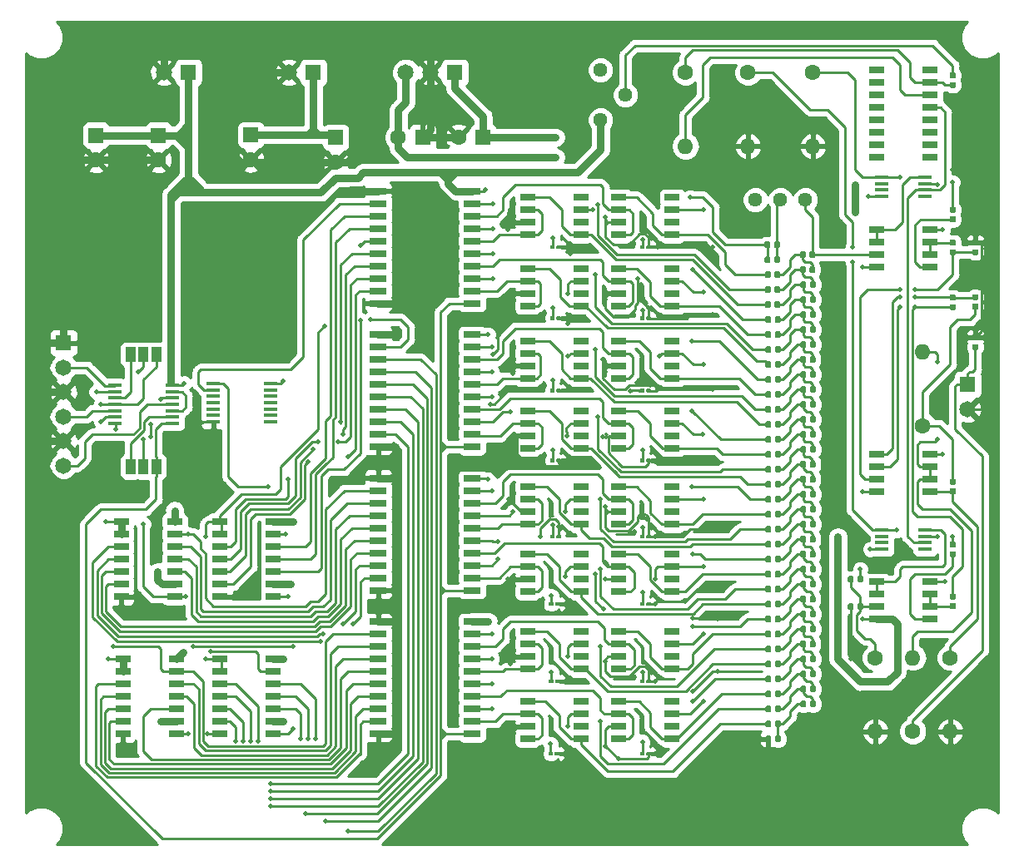
<source format=gtl>
G04 #@! TF.GenerationSoftware,KiCad,Pcbnew,(5.0.2)-1*
G04 #@! TF.CreationDate,2019-07-09T23:38:42+09:00*
G04 #@! TF.ProjectId,R2-R,52322d52-2e6b-4696-9361-645f70636258,rev?*
G04 #@! TF.SameCoordinates,PX3c8eee0PY21e9a40*
G04 #@! TF.FileFunction,Copper,L1,Top*
G04 #@! TF.FilePolarity,Positive*
%FSLAX46Y46*%
G04 Gerber Fmt 4.6, Leading zero omitted, Abs format (unit mm)*
G04 Created by KiCad (PCBNEW (5.0.2)-1) date 2019/07/09 23:38:42*
%MOMM*%
%LPD*%
G01*
G04 APERTURE LIST*
G04 #@! TA.AperFunction,SMDPad,CuDef*
%ADD10R,1.750000X0.650000*%
G04 #@! TD*
G04 #@! TA.AperFunction,ComponentPad*
%ADD11O,1.600000X1.600000*%
G04 #@! TD*
G04 #@! TA.AperFunction,ComponentPad*
%ADD12C,1.600000*%
G04 #@! TD*
G04 #@! TA.AperFunction,Conductor*
%ADD13C,0.100000*%
G04 #@! TD*
G04 #@! TA.AperFunction,SMDPad,CuDef*
%ADD14C,0.590000*%
G04 #@! TD*
G04 #@! TA.AperFunction,SMDPad,CuDef*
%ADD15R,1.550000X0.700000*%
G04 #@! TD*
G04 #@! TA.AperFunction,SMDPad,CuDef*
%ADD16R,1.473200X0.355600*%
G04 #@! TD*
G04 #@! TA.AperFunction,ComponentPad*
%ADD17R,1.600000X1.600000*%
G04 #@! TD*
G04 #@! TA.AperFunction,SMDPad,CuDef*
%ADD18C,0.400000*%
G04 #@! TD*
G04 #@! TA.AperFunction,SMDPad,CuDef*
%ADD19R,1.525000X0.650000*%
G04 #@! TD*
G04 #@! TA.AperFunction,SMDPad,CuDef*
%ADD20R,1.400000X0.450000*%
G04 #@! TD*
G04 #@! TA.AperFunction,ComponentPad*
%ADD21C,1.650000*%
G04 #@! TD*
G04 #@! TA.AperFunction,ComponentPad*
%ADD22R,1.650000X1.650000*%
G04 #@! TD*
G04 #@! TA.AperFunction,ComponentPad*
%ADD23C,1.440000*%
G04 #@! TD*
G04 #@! TA.AperFunction,SMDPad,CuDef*
%ADD24R,1.000000X1.500000*%
G04 #@! TD*
G04 #@! TA.AperFunction,ViaPad*
%ADD25C,0.500000*%
G04 #@! TD*
G04 #@! TA.AperFunction,Conductor*
%ADD26C,0.250000*%
G04 #@! TD*
G04 #@! TA.AperFunction,Conductor*
%ADD27C,0.800000*%
G04 #@! TD*
G04 #@! TA.AperFunction,Conductor*
%ADD28C,0.254000*%
G04 #@! TD*
G04 APERTURE END LIST*
D10*
G04 #@! TO.P,IC8,1*
G04 #@! TO.N,GND*
X36576000Y-61722000D03*
G04 #@! TO.P,IC8,2*
G04 #@! TO.N,Net-(IC3-Pad1)*
X36576000Y-62992000D03*
G04 #@! TO.P,IC8,3*
G04 #@! TO.N,Net-(IC4-Pad12)*
X36576000Y-64262000D03*
G04 #@! TO.P,IC8,4*
G04 #@! TO.N,Net-(IC4-Pad11)*
X36576000Y-65532000D03*
G04 #@! TO.P,IC8,5*
G04 #@! TO.N,Net-(IC4-Pad10)*
X36576000Y-66802000D03*
G04 #@! TO.P,IC8,6*
G04 #@! TO.N,Net-(IC4-Pad6)*
X36576000Y-68072000D03*
G04 #@! TO.P,IC8,7*
G04 #@! TO.N,Net-(IC4-Pad5)*
X36576000Y-69342000D03*
G04 #@! TO.P,IC8,8*
G04 #@! TO.N,Net-(IC4-Pad4)*
X36576000Y-70612000D03*
G04 #@! TO.P,IC8,9*
G04 #@! TO.N,Net-(IC4-Pad3)*
X36576000Y-71882000D03*
G04 #@! TO.P,IC8,10*
G04 #@! TO.N,GND*
X36576000Y-73152000D03*
G04 #@! TO.P,IC8,11*
G04 #@! TO.N,Net-(IC5-Pad11)*
X46126000Y-73152000D03*
G04 #@! TO.P,IC8,12*
G04 #@! TO.N,Net-(IC40-Pad2)*
X46126000Y-71882000D03*
G04 #@! TO.P,IC8,13*
G04 #@! TO.N,Net-(IC39-Pad2)*
X46126000Y-70612000D03*
G04 #@! TO.P,IC8,14*
G04 #@! TO.N,Net-(IC38-Pad2)*
X46126000Y-69342000D03*
G04 #@! TO.P,IC8,15*
G04 #@! TO.N,Net-(IC37-Pad2)*
X46126000Y-68072000D03*
G04 #@! TO.P,IC8,16*
G04 #@! TO.N,Net-(IC36-Pad2)*
X46126000Y-66802000D03*
G04 #@! TO.P,IC8,17*
G04 #@! TO.N,Net-(IC35-Pad2)*
X46126000Y-65532000D03*
G04 #@! TO.P,IC8,18*
G04 #@! TO.N,Net-(IC34-Pad2)*
X46126000Y-64262000D03*
G04 #@! TO.P,IC8,19*
G04 #@! TO.N,Net-(IC33-Pad2)*
X46126000Y-62992000D03*
G04 #@! TO.P,IC8,20*
G04 #@! TO.N,VL*
X46126000Y-61722000D03*
G04 #@! TD*
D11*
G04 #@! TO.P,C5,2*
G04 #@! TO.N,Net-(C5-Pad2)*
X91948000Y-34290000D03*
D12*
G04 #@! TO.P,C5,1*
G04 #@! TO.N,Net-(C5-Pad1)*
X91948000Y-41790000D03*
G04 #@! TD*
D13*
G04 #@! TO.N,Net-(R3-Pad1)*
G04 #@! TO.C,R37*
G36*
X80887958Y-25588710D02*
X80902276Y-25590834D01*
X80916317Y-25594351D01*
X80929946Y-25599228D01*
X80943031Y-25605417D01*
X80955447Y-25612858D01*
X80967073Y-25621481D01*
X80977798Y-25631202D01*
X80987519Y-25641927D01*
X80996142Y-25653553D01*
X81003583Y-25665969D01*
X81009772Y-25679054D01*
X81014649Y-25692683D01*
X81018166Y-25706724D01*
X81020290Y-25721042D01*
X81021000Y-25735500D01*
X81021000Y-26080500D01*
X81020290Y-26094958D01*
X81018166Y-26109276D01*
X81014649Y-26123317D01*
X81009772Y-26136946D01*
X81003583Y-26150031D01*
X80996142Y-26162447D01*
X80987519Y-26174073D01*
X80977798Y-26184798D01*
X80967073Y-26194519D01*
X80955447Y-26203142D01*
X80943031Y-26210583D01*
X80929946Y-26216772D01*
X80916317Y-26221649D01*
X80902276Y-26225166D01*
X80887958Y-26227290D01*
X80873500Y-26228000D01*
X80578500Y-26228000D01*
X80564042Y-26227290D01*
X80549724Y-26225166D01*
X80535683Y-26221649D01*
X80522054Y-26216772D01*
X80508969Y-26210583D01*
X80496553Y-26203142D01*
X80484927Y-26194519D01*
X80474202Y-26184798D01*
X80464481Y-26174073D01*
X80455858Y-26162447D01*
X80448417Y-26150031D01*
X80442228Y-26136946D01*
X80437351Y-26123317D01*
X80433834Y-26109276D01*
X80431710Y-26094958D01*
X80431000Y-26080500D01*
X80431000Y-25735500D01*
X80431710Y-25721042D01*
X80433834Y-25706724D01*
X80437351Y-25692683D01*
X80442228Y-25679054D01*
X80448417Y-25665969D01*
X80455858Y-25653553D01*
X80464481Y-25641927D01*
X80474202Y-25631202D01*
X80484927Y-25621481D01*
X80496553Y-25612858D01*
X80508969Y-25605417D01*
X80522054Y-25599228D01*
X80535683Y-25594351D01*
X80549724Y-25590834D01*
X80564042Y-25588710D01*
X80578500Y-25588000D01*
X80873500Y-25588000D01*
X80887958Y-25588710D01*
X80887958Y-25588710D01*
G37*
D14*
G04 #@! TD*
G04 #@! TO.P,R37,2*
G04 #@! TO.N,Net-(R3-Pad1)*
X80726000Y-25908000D03*
D13*
G04 #@! TO.N,Net-(R37-Pad1)*
G04 #@! TO.C,R37*
G36*
X79917958Y-25588710D02*
X79932276Y-25590834D01*
X79946317Y-25594351D01*
X79959946Y-25599228D01*
X79973031Y-25605417D01*
X79985447Y-25612858D01*
X79997073Y-25621481D01*
X80007798Y-25631202D01*
X80017519Y-25641927D01*
X80026142Y-25653553D01*
X80033583Y-25665969D01*
X80039772Y-25679054D01*
X80044649Y-25692683D01*
X80048166Y-25706724D01*
X80050290Y-25721042D01*
X80051000Y-25735500D01*
X80051000Y-26080500D01*
X80050290Y-26094958D01*
X80048166Y-26109276D01*
X80044649Y-26123317D01*
X80039772Y-26136946D01*
X80033583Y-26150031D01*
X80026142Y-26162447D01*
X80017519Y-26174073D01*
X80007798Y-26184798D01*
X79997073Y-26194519D01*
X79985447Y-26203142D01*
X79973031Y-26210583D01*
X79959946Y-26216772D01*
X79946317Y-26221649D01*
X79932276Y-26225166D01*
X79917958Y-26227290D01*
X79903500Y-26228000D01*
X79608500Y-26228000D01*
X79594042Y-26227290D01*
X79579724Y-26225166D01*
X79565683Y-26221649D01*
X79552054Y-26216772D01*
X79538969Y-26210583D01*
X79526553Y-26203142D01*
X79514927Y-26194519D01*
X79504202Y-26184798D01*
X79494481Y-26174073D01*
X79485858Y-26162447D01*
X79478417Y-26150031D01*
X79472228Y-26136946D01*
X79467351Y-26123317D01*
X79463834Y-26109276D01*
X79461710Y-26094958D01*
X79461000Y-26080500D01*
X79461000Y-25735500D01*
X79461710Y-25721042D01*
X79463834Y-25706724D01*
X79467351Y-25692683D01*
X79472228Y-25679054D01*
X79478417Y-25665969D01*
X79485858Y-25653553D01*
X79494481Y-25641927D01*
X79504202Y-25631202D01*
X79514927Y-25621481D01*
X79526553Y-25612858D01*
X79538969Y-25605417D01*
X79552054Y-25599228D01*
X79565683Y-25594351D01*
X79579724Y-25590834D01*
X79594042Y-25588710D01*
X79608500Y-25588000D01*
X79903500Y-25588000D01*
X79917958Y-25588710D01*
X79917958Y-25588710D01*
G37*
D14*
G04 #@! TD*
G04 #@! TO.P,R37,1*
G04 #@! TO.N,Net-(R37-Pad1)*
X79756000Y-25908000D03*
D15*
G04 #@! TO.P,IC1,14*
G04 #@! TO.N,VL*
X25908000Y-51562000D03*
G04 #@! TO.P,IC1,13*
G04 #@! TO.N,Net-(IC1-Pad13)*
X25908000Y-52832000D03*
G04 #@! TO.P,IC1,12*
G04 #@! TO.N,Net-(IC1-Pad12)*
X25908000Y-54102000D03*
G04 #@! TO.P,IC1,11*
G04 #@! TO.N,Net-(IC1-Pad11)*
X25908000Y-55372000D03*
G04 #@! TO.P,IC1,10*
G04 #@! TO.N,Net-(IC1-Pad10)*
X25908000Y-56642000D03*
G04 #@! TO.P,IC1,9*
G04 #@! TO.N,VL*
X25908000Y-57912000D03*
G04 #@! TO.P,IC1,8*
G04 #@! TO.N,Net-(IC1-Pad8)*
X25908000Y-59182000D03*
G04 #@! TO.P,IC1,7*
G04 #@! TO.N,GND*
X20458000Y-59182000D03*
G04 #@! TO.P,IC1,6*
G04 #@! TO.N,Net-(IC1-Pad6)*
X20458000Y-57912000D03*
G04 #@! TO.P,IC1,5*
G04 #@! TO.N,Net-(IC1-Pad5)*
X20458000Y-56642000D03*
G04 #@! TO.P,IC1,4*
G04 #@! TO.N,Net-(IC1-Pad4)*
X20458000Y-55372000D03*
G04 #@! TO.P,IC1,3*
G04 #@! TO.N,Net-(IC1-Pad3)*
X20458000Y-54102000D03*
G04 #@! TO.P,IC1,2*
G04 #@! TO.N,Net-(IC1-Pad1)*
X20458000Y-52832000D03*
G04 #@! TO.P,IC1,1*
X20458000Y-51562000D03*
G04 #@! TD*
D16*
G04 #@! TO.P,U6,14*
G04 #@! TO.N,VL*
X25654000Y-37490400D03*
G04 #@! TO.P,U6,13*
G04 #@! TO.N,N/C*
X25654000Y-38150800D03*
G04 #@! TO.P,U6,12*
X25654000Y-38785800D03*
G04 #@! TO.P,U6,11*
X25654000Y-39446200D03*
G04 #@! TO.P,U6,10*
X25654000Y-40106600D03*
G04 #@! TO.P,U6,9*
X25654000Y-40741600D03*
G04 #@! TO.P,U6,8*
X25654000Y-41402000D03*
G04 #@! TO.P,U6,7*
G04 #@! TO.N,GND*
X19812000Y-41402000D03*
G04 #@! TO.P,U6,6*
G04 #@! TO.N,N/C*
X19812000Y-40741600D03*
G04 #@! TO.P,U6,5*
X19812000Y-40106600D03*
G04 #@! TO.P,U6,4*
X19812000Y-39446200D03*
G04 #@! TO.P,U6,3*
X19812000Y-38785800D03*
G04 #@! TO.P,U6,2*
G04 #@! TO.N,Net-(IC5-Pad2)*
X19812000Y-38150800D03*
G04 #@! TO.P,U6,1*
G04 #@! TO.N,Net-(IC1-Pad13)*
X19812000Y-37490400D03*
G04 #@! TD*
D12*
G04 #@! TO.P,C1,1*
G04 #@! TO.N,Net-(C1-Pad1)*
X67818000Y-5842000D03*
D11*
G04 #@! TO.P,C1,2*
G04 #@! TO.N,Net-(C1-Pad2)*
X67818000Y-13342000D03*
G04 #@! TD*
D12*
G04 #@! TO.P,C2,1*
G04 #@! TO.N,Net-(C2-Pad1)*
X87122000Y-65398000D03*
D11*
G04 #@! TO.P,C2,2*
G04 #@! TO.N,GND*
X87122000Y-72898000D03*
G04 #@! TD*
D12*
G04 #@! TO.P,C3,1*
G04 #@! TO.N,Net-(C3-Pad1)*
X80772000Y-5842000D03*
D11*
G04 #@! TO.P,C3,2*
G04 #@! TO.N,GND*
X80772000Y-13342000D03*
G04 #@! TD*
G04 #@! TO.P,C4,2*
G04 #@! TO.N,GND*
X74168000Y-13342000D03*
D12*
G04 #@! TO.P,C4,1*
G04 #@! TO.N,Net-(C4-Pad1)*
X74168000Y-5842000D03*
G04 #@! TD*
G04 #@! TO.P,C6,1*
G04 #@! TO.N,Net-(C6-Pad1)*
X94742000Y-65398000D03*
D11*
G04 #@! TO.P,C6,2*
G04 #@! TO.N,GND*
X94742000Y-72898000D03*
G04 #@! TD*
G04 #@! TO.P,C7,2*
G04 #@! TO.N,Net-(C5-Pad2)*
X90932000Y-65398000D03*
D12*
G04 #@! TO.P,C7,1*
G04 #@! TO.N,Net-(C7-Pad1)*
X90932000Y-72898000D03*
G04 #@! TD*
D17*
G04 #@! TO.P,C8,1*
G04 #@! TO.N,VL*
X7874000Y-12232000D03*
D12*
G04 #@! TO.P,C8,2*
G04 #@! TO.N,GND*
X7874000Y-14732000D03*
G04 #@! TD*
G04 #@! TO.P,C9,2*
G04 #@! TO.N,GND*
X23622000Y-14692000D03*
D17*
G04 #@! TO.P,C9,1*
G04 #@! TO.N,ANAV*
X23622000Y-12192000D03*
G04 #@! TD*
G04 #@! TO.P,C10,1*
G04 #@! TO.N,V+*
X47244000Y-12446000D03*
D12*
G04 #@! TO.P,C10,2*
G04 #@! TO.N,GND*
X44744000Y-12446000D03*
G04 #@! TD*
G04 #@! TO.P,C11,2*
G04 #@! TO.N,V-*
X38608000Y-12446000D03*
D17*
G04 #@! TO.P,C11,1*
G04 #@! TO.N,GND*
X41108000Y-12446000D03*
G04 #@! TD*
G04 #@! TO.P,C12,1*
G04 #@! TO.N,VL*
X14224000Y-12232000D03*
D12*
G04 #@! TO.P,C12,2*
G04 #@! TO.N,GND*
X14224000Y-14732000D03*
G04 #@! TD*
G04 #@! TO.P,C13,2*
G04 #@! TO.N,GND*
X32258000Y-14946000D03*
D17*
G04 #@! TO.P,C13,1*
G04 #@! TO.N,ANAV*
X32258000Y-12446000D03*
G04 #@! TD*
D13*
G04 #@! TO.N,GND*
G04 #@! TO.C,C26*
G36*
X54876802Y-74984482D02*
X54886509Y-74985921D01*
X54896028Y-74988306D01*
X54905268Y-74991612D01*
X54914140Y-74995808D01*
X54922557Y-75000853D01*
X54930439Y-75006699D01*
X54937711Y-75013289D01*
X54944301Y-75020561D01*
X54950147Y-75028443D01*
X54955192Y-75036860D01*
X54959388Y-75045732D01*
X54962694Y-75054972D01*
X54965079Y-75064491D01*
X54966518Y-75074198D01*
X54967000Y-75084000D01*
X54967000Y-75284000D01*
X54966518Y-75293802D01*
X54965079Y-75303509D01*
X54962694Y-75313028D01*
X54959388Y-75322268D01*
X54955192Y-75331140D01*
X54950147Y-75339557D01*
X54944301Y-75347439D01*
X54937711Y-75354711D01*
X54930439Y-75361301D01*
X54922557Y-75367147D01*
X54914140Y-75372192D01*
X54905268Y-75376388D01*
X54896028Y-75379694D01*
X54886509Y-75382079D01*
X54876802Y-75383518D01*
X54867000Y-75384000D01*
X54607000Y-75384000D01*
X54597198Y-75383518D01*
X54587491Y-75382079D01*
X54577972Y-75379694D01*
X54568732Y-75376388D01*
X54559860Y-75372192D01*
X54551443Y-75367147D01*
X54543561Y-75361301D01*
X54536289Y-75354711D01*
X54529699Y-75347439D01*
X54523853Y-75339557D01*
X54518808Y-75331140D01*
X54514612Y-75322268D01*
X54511306Y-75313028D01*
X54508921Y-75303509D01*
X54507482Y-75293802D01*
X54507000Y-75284000D01*
X54507000Y-75084000D01*
X54507482Y-75074198D01*
X54508921Y-75064491D01*
X54511306Y-75054972D01*
X54514612Y-75045732D01*
X54518808Y-75036860D01*
X54523853Y-75028443D01*
X54529699Y-75020561D01*
X54536289Y-75013289D01*
X54543561Y-75006699D01*
X54551443Y-75000853D01*
X54559860Y-74995808D01*
X54568732Y-74991612D01*
X54577972Y-74988306D01*
X54587491Y-74985921D01*
X54597198Y-74984482D01*
X54607000Y-74984000D01*
X54867000Y-74984000D01*
X54876802Y-74984482D01*
X54876802Y-74984482D01*
G37*
D18*
G04 #@! TD*
G04 #@! TO.P,C26,1*
G04 #@! TO.N,GND*
X54737000Y-75184000D03*
D13*
G04 #@! TO.N,ANAV*
G04 #@! TO.C,C26*
G36*
X54236802Y-74984482D02*
X54246509Y-74985921D01*
X54256028Y-74988306D01*
X54265268Y-74991612D01*
X54274140Y-74995808D01*
X54282557Y-75000853D01*
X54290439Y-75006699D01*
X54297711Y-75013289D01*
X54304301Y-75020561D01*
X54310147Y-75028443D01*
X54315192Y-75036860D01*
X54319388Y-75045732D01*
X54322694Y-75054972D01*
X54325079Y-75064491D01*
X54326518Y-75074198D01*
X54327000Y-75084000D01*
X54327000Y-75284000D01*
X54326518Y-75293802D01*
X54325079Y-75303509D01*
X54322694Y-75313028D01*
X54319388Y-75322268D01*
X54315192Y-75331140D01*
X54310147Y-75339557D01*
X54304301Y-75347439D01*
X54297711Y-75354711D01*
X54290439Y-75361301D01*
X54282557Y-75367147D01*
X54274140Y-75372192D01*
X54265268Y-75376388D01*
X54256028Y-75379694D01*
X54246509Y-75382079D01*
X54236802Y-75383518D01*
X54227000Y-75384000D01*
X53967000Y-75384000D01*
X53957198Y-75383518D01*
X53947491Y-75382079D01*
X53937972Y-75379694D01*
X53928732Y-75376388D01*
X53919860Y-75372192D01*
X53911443Y-75367147D01*
X53903561Y-75361301D01*
X53896289Y-75354711D01*
X53889699Y-75347439D01*
X53883853Y-75339557D01*
X53878808Y-75331140D01*
X53874612Y-75322268D01*
X53871306Y-75313028D01*
X53868921Y-75303509D01*
X53867482Y-75293802D01*
X53867000Y-75284000D01*
X53867000Y-75084000D01*
X53867482Y-75074198D01*
X53868921Y-75064491D01*
X53871306Y-75054972D01*
X53874612Y-75045732D01*
X53878808Y-75036860D01*
X53883853Y-75028443D01*
X53889699Y-75020561D01*
X53896289Y-75013289D01*
X53903561Y-75006699D01*
X53911443Y-75000853D01*
X53919860Y-74995808D01*
X53928732Y-74991612D01*
X53937972Y-74988306D01*
X53947491Y-74985921D01*
X53957198Y-74984482D01*
X53967000Y-74984000D01*
X54227000Y-74984000D01*
X54236802Y-74984482D01*
X54236802Y-74984482D01*
G37*
D18*
G04 #@! TD*
G04 #@! TO.P,C26,2*
G04 #@! TO.N,ANAV*
X54097000Y-75184000D03*
D13*
G04 #@! TO.N,GND*
G04 #@! TO.C,C28*
G36*
X64213802Y-23422482D02*
X64223509Y-23423921D01*
X64233028Y-23426306D01*
X64242268Y-23429612D01*
X64251140Y-23433808D01*
X64259557Y-23438853D01*
X64267439Y-23444699D01*
X64274711Y-23451289D01*
X64281301Y-23458561D01*
X64287147Y-23466443D01*
X64292192Y-23474860D01*
X64296388Y-23483732D01*
X64299694Y-23492972D01*
X64302079Y-23502491D01*
X64303518Y-23512198D01*
X64304000Y-23522000D01*
X64304000Y-23722000D01*
X64303518Y-23731802D01*
X64302079Y-23741509D01*
X64299694Y-23751028D01*
X64296388Y-23760268D01*
X64292192Y-23769140D01*
X64287147Y-23777557D01*
X64281301Y-23785439D01*
X64274711Y-23792711D01*
X64267439Y-23799301D01*
X64259557Y-23805147D01*
X64251140Y-23810192D01*
X64242268Y-23814388D01*
X64233028Y-23817694D01*
X64223509Y-23820079D01*
X64213802Y-23821518D01*
X64204000Y-23822000D01*
X63944000Y-23822000D01*
X63934198Y-23821518D01*
X63924491Y-23820079D01*
X63914972Y-23817694D01*
X63905732Y-23814388D01*
X63896860Y-23810192D01*
X63888443Y-23805147D01*
X63880561Y-23799301D01*
X63873289Y-23792711D01*
X63866699Y-23785439D01*
X63860853Y-23777557D01*
X63855808Y-23769140D01*
X63851612Y-23760268D01*
X63848306Y-23751028D01*
X63845921Y-23741509D01*
X63844482Y-23731802D01*
X63844000Y-23722000D01*
X63844000Y-23522000D01*
X63844482Y-23512198D01*
X63845921Y-23502491D01*
X63848306Y-23492972D01*
X63851612Y-23483732D01*
X63855808Y-23474860D01*
X63860853Y-23466443D01*
X63866699Y-23458561D01*
X63873289Y-23451289D01*
X63880561Y-23444699D01*
X63888443Y-23438853D01*
X63896860Y-23433808D01*
X63905732Y-23429612D01*
X63914972Y-23426306D01*
X63924491Y-23423921D01*
X63934198Y-23422482D01*
X63944000Y-23422000D01*
X64204000Y-23422000D01*
X64213802Y-23422482D01*
X64213802Y-23422482D01*
G37*
D18*
G04 #@! TD*
G04 #@! TO.P,C28,2*
G04 #@! TO.N,GND*
X64074000Y-23622000D03*
D13*
G04 #@! TO.N,ANAV*
G04 #@! TO.C,C28*
G36*
X63573802Y-23422482D02*
X63583509Y-23423921D01*
X63593028Y-23426306D01*
X63602268Y-23429612D01*
X63611140Y-23433808D01*
X63619557Y-23438853D01*
X63627439Y-23444699D01*
X63634711Y-23451289D01*
X63641301Y-23458561D01*
X63647147Y-23466443D01*
X63652192Y-23474860D01*
X63656388Y-23483732D01*
X63659694Y-23492972D01*
X63662079Y-23502491D01*
X63663518Y-23512198D01*
X63664000Y-23522000D01*
X63664000Y-23722000D01*
X63663518Y-23731802D01*
X63662079Y-23741509D01*
X63659694Y-23751028D01*
X63656388Y-23760268D01*
X63652192Y-23769140D01*
X63647147Y-23777557D01*
X63641301Y-23785439D01*
X63634711Y-23792711D01*
X63627439Y-23799301D01*
X63619557Y-23805147D01*
X63611140Y-23810192D01*
X63602268Y-23814388D01*
X63593028Y-23817694D01*
X63583509Y-23820079D01*
X63573802Y-23821518D01*
X63564000Y-23822000D01*
X63304000Y-23822000D01*
X63294198Y-23821518D01*
X63284491Y-23820079D01*
X63274972Y-23817694D01*
X63265732Y-23814388D01*
X63256860Y-23810192D01*
X63248443Y-23805147D01*
X63240561Y-23799301D01*
X63233289Y-23792711D01*
X63226699Y-23785439D01*
X63220853Y-23777557D01*
X63215808Y-23769140D01*
X63211612Y-23760268D01*
X63208306Y-23751028D01*
X63205921Y-23741509D01*
X63204482Y-23731802D01*
X63204000Y-23722000D01*
X63204000Y-23522000D01*
X63204482Y-23512198D01*
X63205921Y-23502491D01*
X63208306Y-23492972D01*
X63211612Y-23483732D01*
X63215808Y-23474860D01*
X63220853Y-23466443D01*
X63226699Y-23458561D01*
X63233289Y-23451289D01*
X63240561Y-23444699D01*
X63248443Y-23438853D01*
X63256860Y-23433808D01*
X63265732Y-23429612D01*
X63274972Y-23426306D01*
X63284491Y-23423921D01*
X63294198Y-23422482D01*
X63304000Y-23422000D01*
X63564000Y-23422000D01*
X63573802Y-23422482D01*
X63573802Y-23422482D01*
G37*
D18*
G04 #@! TD*
G04 #@! TO.P,C28,1*
G04 #@! TO.N,ANAV*
X63434000Y-23622000D03*
D13*
G04 #@! TO.N,GND*
G04 #@! TO.C,C30*
G36*
X55069802Y-23422482D02*
X55079509Y-23423921D01*
X55089028Y-23426306D01*
X55098268Y-23429612D01*
X55107140Y-23433808D01*
X55115557Y-23438853D01*
X55123439Y-23444699D01*
X55130711Y-23451289D01*
X55137301Y-23458561D01*
X55143147Y-23466443D01*
X55148192Y-23474860D01*
X55152388Y-23483732D01*
X55155694Y-23492972D01*
X55158079Y-23502491D01*
X55159518Y-23512198D01*
X55160000Y-23522000D01*
X55160000Y-23722000D01*
X55159518Y-23731802D01*
X55158079Y-23741509D01*
X55155694Y-23751028D01*
X55152388Y-23760268D01*
X55148192Y-23769140D01*
X55143147Y-23777557D01*
X55137301Y-23785439D01*
X55130711Y-23792711D01*
X55123439Y-23799301D01*
X55115557Y-23805147D01*
X55107140Y-23810192D01*
X55098268Y-23814388D01*
X55089028Y-23817694D01*
X55079509Y-23820079D01*
X55069802Y-23821518D01*
X55060000Y-23822000D01*
X54800000Y-23822000D01*
X54790198Y-23821518D01*
X54780491Y-23820079D01*
X54770972Y-23817694D01*
X54761732Y-23814388D01*
X54752860Y-23810192D01*
X54744443Y-23805147D01*
X54736561Y-23799301D01*
X54729289Y-23792711D01*
X54722699Y-23785439D01*
X54716853Y-23777557D01*
X54711808Y-23769140D01*
X54707612Y-23760268D01*
X54704306Y-23751028D01*
X54701921Y-23741509D01*
X54700482Y-23731802D01*
X54700000Y-23722000D01*
X54700000Y-23522000D01*
X54700482Y-23512198D01*
X54701921Y-23502491D01*
X54704306Y-23492972D01*
X54707612Y-23483732D01*
X54711808Y-23474860D01*
X54716853Y-23466443D01*
X54722699Y-23458561D01*
X54729289Y-23451289D01*
X54736561Y-23444699D01*
X54744443Y-23438853D01*
X54752860Y-23433808D01*
X54761732Y-23429612D01*
X54770972Y-23426306D01*
X54780491Y-23423921D01*
X54790198Y-23422482D01*
X54800000Y-23422000D01*
X55060000Y-23422000D01*
X55069802Y-23422482D01*
X55069802Y-23422482D01*
G37*
D18*
G04 #@! TD*
G04 #@! TO.P,C30,2*
G04 #@! TO.N,GND*
X54930000Y-23622000D03*
D13*
G04 #@! TO.N,ANAV*
G04 #@! TO.C,C30*
G36*
X54429802Y-23422482D02*
X54439509Y-23423921D01*
X54449028Y-23426306D01*
X54458268Y-23429612D01*
X54467140Y-23433808D01*
X54475557Y-23438853D01*
X54483439Y-23444699D01*
X54490711Y-23451289D01*
X54497301Y-23458561D01*
X54503147Y-23466443D01*
X54508192Y-23474860D01*
X54512388Y-23483732D01*
X54515694Y-23492972D01*
X54518079Y-23502491D01*
X54519518Y-23512198D01*
X54520000Y-23522000D01*
X54520000Y-23722000D01*
X54519518Y-23731802D01*
X54518079Y-23741509D01*
X54515694Y-23751028D01*
X54512388Y-23760268D01*
X54508192Y-23769140D01*
X54503147Y-23777557D01*
X54497301Y-23785439D01*
X54490711Y-23792711D01*
X54483439Y-23799301D01*
X54475557Y-23805147D01*
X54467140Y-23810192D01*
X54458268Y-23814388D01*
X54449028Y-23817694D01*
X54439509Y-23820079D01*
X54429802Y-23821518D01*
X54420000Y-23822000D01*
X54160000Y-23822000D01*
X54150198Y-23821518D01*
X54140491Y-23820079D01*
X54130972Y-23817694D01*
X54121732Y-23814388D01*
X54112860Y-23810192D01*
X54104443Y-23805147D01*
X54096561Y-23799301D01*
X54089289Y-23792711D01*
X54082699Y-23785439D01*
X54076853Y-23777557D01*
X54071808Y-23769140D01*
X54067612Y-23760268D01*
X54064306Y-23751028D01*
X54061921Y-23741509D01*
X54060482Y-23731802D01*
X54060000Y-23722000D01*
X54060000Y-23522000D01*
X54060482Y-23512198D01*
X54061921Y-23502491D01*
X54064306Y-23492972D01*
X54067612Y-23483732D01*
X54071808Y-23474860D01*
X54076853Y-23466443D01*
X54082699Y-23458561D01*
X54089289Y-23451289D01*
X54096561Y-23444699D01*
X54104443Y-23438853D01*
X54112860Y-23433808D01*
X54121732Y-23429612D01*
X54130972Y-23426306D01*
X54140491Y-23423921D01*
X54150198Y-23422482D01*
X54160000Y-23422000D01*
X54420000Y-23422000D01*
X54429802Y-23422482D01*
X54429802Y-23422482D01*
G37*
D18*
G04 #@! TD*
G04 #@! TO.P,C30,1*
G04 #@! TO.N,ANAV*
X54290000Y-23622000D03*
D13*
G04 #@! TO.N,ANAV*
G04 #@! TO.C,C32*
G36*
X63573802Y-30661482D02*
X63583509Y-30662921D01*
X63593028Y-30665306D01*
X63602268Y-30668612D01*
X63611140Y-30672808D01*
X63619557Y-30677853D01*
X63627439Y-30683699D01*
X63634711Y-30690289D01*
X63641301Y-30697561D01*
X63647147Y-30705443D01*
X63652192Y-30713860D01*
X63656388Y-30722732D01*
X63659694Y-30731972D01*
X63662079Y-30741491D01*
X63663518Y-30751198D01*
X63664000Y-30761000D01*
X63664000Y-30961000D01*
X63663518Y-30970802D01*
X63662079Y-30980509D01*
X63659694Y-30990028D01*
X63656388Y-30999268D01*
X63652192Y-31008140D01*
X63647147Y-31016557D01*
X63641301Y-31024439D01*
X63634711Y-31031711D01*
X63627439Y-31038301D01*
X63619557Y-31044147D01*
X63611140Y-31049192D01*
X63602268Y-31053388D01*
X63593028Y-31056694D01*
X63583509Y-31059079D01*
X63573802Y-31060518D01*
X63564000Y-31061000D01*
X63304000Y-31061000D01*
X63294198Y-31060518D01*
X63284491Y-31059079D01*
X63274972Y-31056694D01*
X63265732Y-31053388D01*
X63256860Y-31049192D01*
X63248443Y-31044147D01*
X63240561Y-31038301D01*
X63233289Y-31031711D01*
X63226699Y-31024439D01*
X63220853Y-31016557D01*
X63215808Y-31008140D01*
X63211612Y-30999268D01*
X63208306Y-30990028D01*
X63205921Y-30980509D01*
X63204482Y-30970802D01*
X63204000Y-30961000D01*
X63204000Y-30761000D01*
X63204482Y-30751198D01*
X63205921Y-30741491D01*
X63208306Y-30731972D01*
X63211612Y-30722732D01*
X63215808Y-30713860D01*
X63220853Y-30705443D01*
X63226699Y-30697561D01*
X63233289Y-30690289D01*
X63240561Y-30683699D01*
X63248443Y-30677853D01*
X63256860Y-30672808D01*
X63265732Y-30668612D01*
X63274972Y-30665306D01*
X63284491Y-30662921D01*
X63294198Y-30661482D01*
X63304000Y-30661000D01*
X63564000Y-30661000D01*
X63573802Y-30661482D01*
X63573802Y-30661482D01*
G37*
D18*
G04 #@! TD*
G04 #@! TO.P,C32,1*
G04 #@! TO.N,ANAV*
X63434000Y-30861000D03*
D13*
G04 #@! TO.N,GND*
G04 #@! TO.C,C32*
G36*
X64213802Y-30661482D02*
X64223509Y-30662921D01*
X64233028Y-30665306D01*
X64242268Y-30668612D01*
X64251140Y-30672808D01*
X64259557Y-30677853D01*
X64267439Y-30683699D01*
X64274711Y-30690289D01*
X64281301Y-30697561D01*
X64287147Y-30705443D01*
X64292192Y-30713860D01*
X64296388Y-30722732D01*
X64299694Y-30731972D01*
X64302079Y-30741491D01*
X64303518Y-30751198D01*
X64304000Y-30761000D01*
X64304000Y-30961000D01*
X64303518Y-30970802D01*
X64302079Y-30980509D01*
X64299694Y-30990028D01*
X64296388Y-30999268D01*
X64292192Y-31008140D01*
X64287147Y-31016557D01*
X64281301Y-31024439D01*
X64274711Y-31031711D01*
X64267439Y-31038301D01*
X64259557Y-31044147D01*
X64251140Y-31049192D01*
X64242268Y-31053388D01*
X64233028Y-31056694D01*
X64223509Y-31059079D01*
X64213802Y-31060518D01*
X64204000Y-31061000D01*
X63944000Y-31061000D01*
X63934198Y-31060518D01*
X63924491Y-31059079D01*
X63914972Y-31056694D01*
X63905732Y-31053388D01*
X63896860Y-31049192D01*
X63888443Y-31044147D01*
X63880561Y-31038301D01*
X63873289Y-31031711D01*
X63866699Y-31024439D01*
X63860853Y-31016557D01*
X63855808Y-31008140D01*
X63851612Y-30999268D01*
X63848306Y-30990028D01*
X63845921Y-30980509D01*
X63844482Y-30970802D01*
X63844000Y-30961000D01*
X63844000Y-30761000D01*
X63844482Y-30751198D01*
X63845921Y-30741491D01*
X63848306Y-30731972D01*
X63851612Y-30722732D01*
X63855808Y-30713860D01*
X63860853Y-30705443D01*
X63866699Y-30697561D01*
X63873289Y-30690289D01*
X63880561Y-30683699D01*
X63888443Y-30677853D01*
X63896860Y-30672808D01*
X63905732Y-30668612D01*
X63914972Y-30665306D01*
X63924491Y-30662921D01*
X63934198Y-30661482D01*
X63944000Y-30661000D01*
X64204000Y-30661000D01*
X64213802Y-30661482D01*
X64213802Y-30661482D01*
G37*
D18*
G04 #@! TD*
G04 #@! TO.P,C32,2*
G04 #@! TO.N,GND*
X64074000Y-30861000D03*
D13*
G04 #@! TO.N,ANAV*
G04 #@! TO.C,C34*
G36*
X54429802Y-30661482D02*
X54439509Y-30662921D01*
X54449028Y-30665306D01*
X54458268Y-30668612D01*
X54467140Y-30672808D01*
X54475557Y-30677853D01*
X54483439Y-30683699D01*
X54490711Y-30690289D01*
X54497301Y-30697561D01*
X54503147Y-30705443D01*
X54508192Y-30713860D01*
X54512388Y-30722732D01*
X54515694Y-30731972D01*
X54518079Y-30741491D01*
X54519518Y-30751198D01*
X54520000Y-30761000D01*
X54520000Y-30961000D01*
X54519518Y-30970802D01*
X54518079Y-30980509D01*
X54515694Y-30990028D01*
X54512388Y-30999268D01*
X54508192Y-31008140D01*
X54503147Y-31016557D01*
X54497301Y-31024439D01*
X54490711Y-31031711D01*
X54483439Y-31038301D01*
X54475557Y-31044147D01*
X54467140Y-31049192D01*
X54458268Y-31053388D01*
X54449028Y-31056694D01*
X54439509Y-31059079D01*
X54429802Y-31060518D01*
X54420000Y-31061000D01*
X54160000Y-31061000D01*
X54150198Y-31060518D01*
X54140491Y-31059079D01*
X54130972Y-31056694D01*
X54121732Y-31053388D01*
X54112860Y-31049192D01*
X54104443Y-31044147D01*
X54096561Y-31038301D01*
X54089289Y-31031711D01*
X54082699Y-31024439D01*
X54076853Y-31016557D01*
X54071808Y-31008140D01*
X54067612Y-30999268D01*
X54064306Y-30990028D01*
X54061921Y-30980509D01*
X54060482Y-30970802D01*
X54060000Y-30961000D01*
X54060000Y-30761000D01*
X54060482Y-30751198D01*
X54061921Y-30741491D01*
X54064306Y-30731972D01*
X54067612Y-30722732D01*
X54071808Y-30713860D01*
X54076853Y-30705443D01*
X54082699Y-30697561D01*
X54089289Y-30690289D01*
X54096561Y-30683699D01*
X54104443Y-30677853D01*
X54112860Y-30672808D01*
X54121732Y-30668612D01*
X54130972Y-30665306D01*
X54140491Y-30662921D01*
X54150198Y-30661482D01*
X54160000Y-30661000D01*
X54420000Y-30661000D01*
X54429802Y-30661482D01*
X54429802Y-30661482D01*
G37*
D18*
G04 #@! TD*
G04 #@! TO.P,C34,1*
G04 #@! TO.N,ANAV*
X54290000Y-30861000D03*
D13*
G04 #@! TO.N,GND*
G04 #@! TO.C,C34*
G36*
X55069802Y-30661482D02*
X55079509Y-30662921D01*
X55089028Y-30665306D01*
X55098268Y-30668612D01*
X55107140Y-30672808D01*
X55115557Y-30677853D01*
X55123439Y-30683699D01*
X55130711Y-30690289D01*
X55137301Y-30697561D01*
X55143147Y-30705443D01*
X55148192Y-30713860D01*
X55152388Y-30722732D01*
X55155694Y-30731972D01*
X55158079Y-30741491D01*
X55159518Y-30751198D01*
X55160000Y-30761000D01*
X55160000Y-30961000D01*
X55159518Y-30970802D01*
X55158079Y-30980509D01*
X55155694Y-30990028D01*
X55152388Y-30999268D01*
X55148192Y-31008140D01*
X55143147Y-31016557D01*
X55137301Y-31024439D01*
X55130711Y-31031711D01*
X55123439Y-31038301D01*
X55115557Y-31044147D01*
X55107140Y-31049192D01*
X55098268Y-31053388D01*
X55089028Y-31056694D01*
X55079509Y-31059079D01*
X55069802Y-31060518D01*
X55060000Y-31061000D01*
X54800000Y-31061000D01*
X54790198Y-31060518D01*
X54780491Y-31059079D01*
X54770972Y-31056694D01*
X54761732Y-31053388D01*
X54752860Y-31049192D01*
X54744443Y-31044147D01*
X54736561Y-31038301D01*
X54729289Y-31031711D01*
X54722699Y-31024439D01*
X54716853Y-31016557D01*
X54711808Y-31008140D01*
X54707612Y-30999268D01*
X54704306Y-30990028D01*
X54701921Y-30980509D01*
X54700482Y-30970802D01*
X54700000Y-30961000D01*
X54700000Y-30761000D01*
X54700482Y-30751198D01*
X54701921Y-30741491D01*
X54704306Y-30731972D01*
X54707612Y-30722732D01*
X54711808Y-30713860D01*
X54716853Y-30705443D01*
X54722699Y-30697561D01*
X54729289Y-30690289D01*
X54736561Y-30683699D01*
X54744443Y-30677853D01*
X54752860Y-30672808D01*
X54761732Y-30668612D01*
X54770972Y-30665306D01*
X54780491Y-30662921D01*
X54790198Y-30661482D01*
X54800000Y-30661000D01*
X55060000Y-30661000D01*
X55069802Y-30661482D01*
X55069802Y-30661482D01*
G37*
D18*
G04 #@! TD*
G04 #@! TO.P,C34,2*
G04 #@! TO.N,GND*
X54930000Y-30861000D03*
D13*
G04 #@! TO.N,GND*
G04 #@! TO.C,C36*
G36*
X64213802Y-38027482D02*
X64223509Y-38028921D01*
X64233028Y-38031306D01*
X64242268Y-38034612D01*
X64251140Y-38038808D01*
X64259557Y-38043853D01*
X64267439Y-38049699D01*
X64274711Y-38056289D01*
X64281301Y-38063561D01*
X64287147Y-38071443D01*
X64292192Y-38079860D01*
X64296388Y-38088732D01*
X64299694Y-38097972D01*
X64302079Y-38107491D01*
X64303518Y-38117198D01*
X64304000Y-38127000D01*
X64304000Y-38327000D01*
X64303518Y-38336802D01*
X64302079Y-38346509D01*
X64299694Y-38356028D01*
X64296388Y-38365268D01*
X64292192Y-38374140D01*
X64287147Y-38382557D01*
X64281301Y-38390439D01*
X64274711Y-38397711D01*
X64267439Y-38404301D01*
X64259557Y-38410147D01*
X64251140Y-38415192D01*
X64242268Y-38419388D01*
X64233028Y-38422694D01*
X64223509Y-38425079D01*
X64213802Y-38426518D01*
X64204000Y-38427000D01*
X63944000Y-38427000D01*
X63934198Y-38426518D01*
X63924491Y-38425079D01*
X63914972Y-38422694D01*
X63905732Y-38419388D01*
X63896860Y-38415192D01*
X63888443Y-38410147D01*
X63880561Y-38404301D01*
X63873289Y-38397711D01*
X63866699Y-38390439D01*
X63860853Y-38382557D01*
X63855808Y-38374140D01*
X63851612Y-38365268D01*
X63848306Y-38356028D01*
X63845921Y-38346509D01*
X63844482Y-38336802D01*
X63844000Y-38327000D01*
X63844000Y-38127000D01*
X63844482Y-38117198D01*
X63845921Y-38107491D01*
X63848306Y-38097972D01*
X63851612Y-38088732D01*
X63855808Y-38079860D01*
X63860853Y-38071443D01*
X63866699Y-38063561D01*
X63873289Y-38056289D01*
X63880561Y-38049699D01*
X63888443Y-38043853D01*
X63896860Y-38038808D01*
X63905732Y-38034612D01*
X63914972Y-38031306D01*
X63924491Y-38028921D01*
X63934198Y-38027482D01*
X63944000Y-38027000D01*
X64204000Y-38027000D01*
X64213802Y-38027482D01*
X64213802Y-38027482D01*
G37*
D18*
G04 #@! TD*
G04 #@! TO.P,C36,2*
G04 #@! TO.N,GND*
X64074000Y-38227000D03*
D13*
G04 #@! TO.N,ANAV*
G04 #@! TO.C,C36*
G36*
X63573802Y-38027482D02*
X63583509Y-38028921D01*
X63593028Y-38031306D01*
X63602268Y-38034612D01*
X63611140Y-38038808D01*
X63619557Y-38043853D01*
X63627439Y-38049699D01*
X63634711Y-38056289D01*
X63641301Y-38063561D01*
X63647147Y-38071443D01*
X63652192Y-38079860D01*
X63656388Y-38088732D01*
X63659694Y-38097972D01*
X63662079Y-38107491D01*
X63663518Y-38117198D01*
X63664000Y-38127000D01*
X63664000Y-38327000D01*
X63663518Y-38336802D01*
X63662079Y-38346509D01*
X63659694Y-38356028D01*
X63656388Y-38365268D01*
X63652192Y-38374140D01*
X63647147Y-38382557D01*
X63641301Y-38390439D01*
X63634711Y-38397711D01*
X63627439Y-38404301D01*
X63619557Y-38410147D01*
X63611140Y-38415192D01*
X63602268Y-38419388D01*
X63593028Y-38422694D01*
X63583509Y-38425079D01*
X63573802Y-38426518D01*
X63564000Y-38427000D01*
X63304000Y-38427000D01*
X63294198Y-38426518D01*
X63284491Y-38425079D01*
X63274972Y-38422694D01*
X63265732Y-38419388D01*
X63256860Y-38415192D01*
X63248443Y-38410147D01*
X63240561Y-38404301D01*
X63233289Y-38397711D01*
X63226699Y-38390439D01*
X63220853Y-38382557D01*
X63215808Y-38374140D01*
X63211612Y-38365268D01*
X63208306Y-38356028D01*
X63205921Y-38346509D01*
X63204482Y-38336802D01*
X63204000Y-38327000D01*
X63204000Y-38127000D01*
X63204482Y-38117198D01*
X63205921Y-38107491D01*
X63208306Y-38097972D01*
X63211612Y-38088732D01*
X63215808Y-38079860D01*
X63220853Y-38071443D01*
X63226699Y-38063561D01*
X63233289Y-38056289D01*
X63240561Y-38049699D01*
X63248443Y-38043853D01*
X63256860Y-38038808D01*
X63265732Y-38034612D01*
X63274972Y-38031306D01*
X63284491Y-38028921D01*
X63294198Y-38027482D01*
X63304000Y-38027000D01*
X63564000Y-38027000D01*
X63573802Y-38027482D01*
X63573802Y-38027482D01*
G37*
D18*
G04 #@! TD*
G04 #@! TO.P,C36,1*
G04 #@! TO.N,ANAV*
X63434000Y-38227000D03*
D13*
G04 #@! TO.N,GND*
G04 #@! TO.C,C38*
G36*
X55069802Y-38027482D02*
X55079509Y-38028921D01*
X55089028Y-38031306D01*
X55098268Y-38034612D01*
X55107140Y-38038808D01*
X55115557Y-38043853D01*
X55123439Y-38049699D01*
X55130711Y-38056289D01*
X55137301Y-38063561D01*
X55143147Y-38071443D01*
X55148192Y-38079860D01*
X55152388Y-38088732D01*
X55155694Y-38097972D01*
X55158079Y-38107491D01*
X55159518Y-38117198D01*
X55160000Y-38127000D01*
X55160000Y-38327000D01*
X55159518Y-38336802D01*
X55158079Y-38346509D01*
X55155694Y-38356028D01*
X55152388Y-38365268D01*
X55148192Y-38374140D01*
X55143147Y-38382557D01*
X55137301Y-38390439D01*
X55130711Y-38397711D01*
X55123439Y-38404301D01*
X55115557Y-38410147D01*
X55107140Y-38415192D01*
X55098268Y-38419388D01*
X55089028Y-38422694D01*
X55079509Y-38425079D01*
X55069802Y-38426518D01*
X55060000Y-38427000D01*
X54800000Y-38427000D01*
X54790198Y-38426518D01*
X54780491Y-38425079D01*
X54770972Y-38422694D01*
X54761732Y-38419388D01*
X54752860Y-38415192D01*
X54744443Y-38410147D01*
X54736561Y-38404301D01*
X54729289Y-38397711D01*
X54722699Y-38390439D01*
X54716853Y-38382557D01*
X54711808Y-38374140D01*
X54707612Y-38365268D01*
X54704306Y-38356028D01*
X54701921Y-38346509D01*
X54700482Y-38336802D01*
X54700000Y-38327000D01*
X54700000Y-38127000D01*
X54700482Y-38117198D01*
X54701921Y-38107491D01*
X54704306Y-38097972D01*
X54707612Y-38088732D01*
X54711808Y-38079860D01*
X54716853Y-38071443D01*
X54722699Y-38063561D01*
X54729289Y-38056289D01*
X54736561Y-38049699D01*
X54744443Y-38043853D01*
X54752860Y-38038808D01*
X54761732Y-38034612D01*
X54770972Y-38031306D01*
X54780491Y-38028921D01*
X54790198Y-38027482D01*
X54800000Y-38027000D01*
X55060000Y-38027000D01*
X55069802Y-38027482D01*
X55069802Y-38027482D01*
G37*
D18*
G04 #@! TD*
G04 #@! TO.P,C38,2*
G04 #@! TO.N,GND*
X54930000Y-38227000D03*
D13*
G04 #@! TO.N,ANAV*
G04 #@! TO.C,C38*
G36*
X54429802Y-38027482D02*
X54439509Y-38028921D01*
X54449028Y-38031306D01*
X54458268Y-38034612D01*
X54467140Y-38038808D01*
X54475557Y-38043853D01*
X54483439Y-38049699D01*
X54490711Y-38056289D01*
X54497301Y-38063561D01*
X54503147Y-38071443D01*
X54508192Y-38079860D01*
X54512388Y-38088732D01*
X54515694Y-38097972D01*
X54518079Y-38107491D01*
X54519518Y-38117198D01*
X54520000Y-38127000D01*
X54520000Y-38327000D01*
X54519518Y-38336802D01*
X54518079Y-38346509D01*
X54515694Y-38356028D01*
X54512388Y-38365268D01*
X54508192Y-38374140D01*
X54503147Y-38382557D01*
X54497301Y-38390439D01*
X54490711Y-38397711D01*
X54483439Y-38404301D01*
X54475557Y-38410147D01*
X54467140Y-38415192D01*
X54458268Y-38419388D01*
X54449028Y-38422694D01*
X54439509Y-38425079D01*
X54429802Y-38426518D01*
X54420000Y-38427000D01*
X54160000Y-38427000D01*
X54150198Y-38426518D01*
X54140491Y-38425079D01*
X54130972Y-38422694D01*
X54121732Y-38419388D01*
X54112860Y-38415192D01*
X54104443Y-38410147D01*
X54096561Y-38404301D01*
X54089289Y-38397711D01*
X54082699Y-38390439D01*
X54076853Y-38382557D01*
X54071808Y-38374140D01*
X54067612Y-38365268D01*
X54064306Y-38356028D01*
X54061921Y-38346509D01*
X54060482Y-38336802D01*
X54060000Y-38327000D01*
X54060000Y-38127000D01*
X54060482Y-38117198D01*
X54061921Y-38107491D01*
X54064306Y-38097972D01*
X54067612Y-38088732D01*
X54071808Y-38079860D01*
X54076853Y-38071443D01*
X54082699Y-38063561D01*
X54089289Y-38056289D01*
X54096561Y-38049699D01*
X54104443Y-38043853D01*
X54112860Y-38038808D01*
X54121732Y-38034612D01*
X54130972Y-38031306D01*
X54140491Y-38028921D01*
X54150198Y-38027482D01*
X54160000Y-38027000D01*
X54420000Y-38027000D01*
X54429802Y-38027482D01*
X54429802Y-38027482D01*
G37*
D18*
G04 #@! TD*
G04 #@! TO.P,C38,1*
G04 #@! TO.N,ANAV*
X54290000Y-38227000D03*
D13*
G04 #@! TO.N,ANAV*
G04 #@! TO.C,C39*
G36*
X63573802Y-45139482D02*
X63583509Y-45140921D01*
X63593028Y-45143306D01*
X63602268Y-45146612D01*
X63611140Y-45150808D01*
X63619557Y-45155853D01*
X63627439Y-45161699D01*
X63634711Y-45168289D01*
X63641301Y-45175561D01*
X63647147Y-45183443D01*
X63652192Y-45191860D01*
X63656388Y-45200732D01*
X63659694Y-45209972D01*
X63662079Y-45219491D01*
X63663518Y-45229198D01*
X63664000Y-45239000D01*
X63664000Y-45439000D01*
X63663518Y-45448802D01*
X63662079Y-45458509D01*
X63659694Y-45468028D01*
X63656388Y-45477268D01*
X63652192Y-45486140D01*
X63647147Y-45494557D01*
X63641301Y-45502439D01*
X63634711Y-45509711D01*
X63627439Y-45516301D01*
X63619557Y-45522147D01*
X63611140Y-45527192D01*
X63602268Y-45531388D01*
X63593028Y-45534694D01*
X63583509Y-45537079D01*
X63573802Y-45538518D01*
X63564000Y-45539000D01*
X63304000Y-45539000D01*
X63294198Y-45538518D01*
X63284491Y-45537079D01*
X63274972Y-45534694D01*
X63265732Y-45531388D01*
X63256860Y-45527192D01*
X63248443Y-45522147D01*
X63240561Y-45516301D01*
X63233289Y-45509711D01*
X63226699Y-45502439D01*
X63220853Y-45494557D01*
X63215808Y-45486140D01*
X63211612Y-45477268D01*
X63208306Y-45468028D01*
X63205921Y-45458509D01*
X63204482Y-45448802D01*
X63204000Y-45439000D01*
X63204000Y-45239000D01*
X63204482Y-45229198D01*
X63205921Y-45219491D01*
X63208306Y-45209972D01*
X63211612Y-45200732D01*
X63215808Y-45191860D01*
X63220853Y-45183443D01*
X63226699Y-45175561D01*
X63233289Y-45168289D01*
X63240561Y-45161699D01*
X63248443Y-45155853D01*
X63256860Y-45150808D01*
X63265732Y-45146612D01*
X63274972Y-45143306D01*
X63284491Y-45140921D01*
X63294198Y-45139482D01*
X63304000Y-45139000D01*
X63564000Y-45139000D01*
X63573802Y-45139482D01*
X63573802Y-45139482D01*
G37*
D18*
G04 #@! TD*
G04 #@! TO.P,C39,1*
G04 #@! TO.N,ANAV*
X63434000Y-45339000D03*
D13*
G04 #@! TO.N,GND*
G04 #@! TO.C,C39*
G36*
X64213802Y-45139482D02*
X64223509Y-45140921D01*
X64233028Y-45143306D01*
X64242268Y-45146612D01*
X64251140Y-45150808D01*
X64259557Y-45155853D01*
X64267439Y-45161699D01*
X64274711Y-45168289D01*
X64281301Y-45175561D01*
X64287147Y-45183443D01*
X64292192Y-45191860D01*
X64296388Y-45200732D01*
X64299694Y-45209972D01*
X64302079Y-45219491D01*
X64303518Y-45229198D01*
X64304000Y-45239000D01*
X64304000Y-45439000D01*
X64303518Y-45448802D01*
X64302079Y-45458509D01*
X64299694Y-45468028D01*
X64296388Y-45477268D01*
X64292192Y-45486140D01*
X64287147Y-45494557D01*
X64281301Y-45502439D01*
X64274711Y-45509711D01*
X64267439Y-45516301D01*
X64259557Y-45522147D01*
X64251140Y-45527192D01*
X64242268Y-45531388D01*
X64233028Y-45534694D01*
X64223509Y-45537079D01*
X64213802Y-45538518D01*
X64204000Y-45539000D01*
X63944000Y-45539000D01*
X63934198Y-45538518D01*
X63924491Y-45537079D01*
X63914972Y-45534694D01*
X63905732Y-45531388D01*
X63896860Y-45527192D01*
X63888443Y-45522147D01*
X63880561Y-45516301D01*
X63873289Y-45509711D01*
X63866699Y-45502439D01*
X63860853Y-45494557D01*
X63855808Y-45486140D01*
X63851612Y-45477268D01*
X63848306Y-45468028D01*
X63845921Y-45458509D01*
X63844482Y-45448802D01*
X63844000Y-45439000D01*
X63844000Y-45239000D01*
X63844482Y-45229198D01*
X63845921Y-45219491D01*
X63848306Y-45209972D01*
X63851612Y-45200732D01*
X63855808Y-45191860D01*
X63860853Y-45183443D01*
X63866699Y-45175561D01*
X63873289Y-45168289D01*
X63880561Y-45161699D01*
X63888443Y-45155853D01*
X63896860Y-45150808D01*
X63905732Y-45146612D01*
X63914972Y-45143306D01*
X63924491Y-45140921D01*
X63934198Y-45139482D01*
X63944000Y-45139000D01*
X64204000Y-45139000D01*
X64213802Y-45139482D01*
X64213802Y-45139482D01*
G37*
D18*
G04 #@! TD*
G04 #@! TO.P,C39,2*
G04 #@! TO.N,GND*
X64074000Y-45339000D03*
D13*
G04 #@! TO.N,ANAV*
G04 #@! TO.C,C41*
G36*
X54429802Y-45139482D02*
X54439509Y-45140921D01*
X54449028Y-45143306D01*
X54458268Y-45146612D01*
X54467140Y-45150808D01*
X54475557Y-45155853D01*
X54483439Y-45161699D01*
X54490711Y-45168289D01*
X54497301Y-45175561D01*
X54503147Y-45183443D01*
X54508192Y-45191860D01*
X54512388Y-45200732D01*
X54515694Y-45209972D01*
X54518079Y-45219491D01*
X54519518Y-45229198D01*
X54520000Y-45239000D01*
X54520000Y-45439000D01*
X54519518Y-45448802D01*
X54518079Y-45458509D01*
X54515694Y-45468028D01*
X54512388Y-45477268D01*
X54508192Y-45486140D01*
X54503147Y-45494557D01*
X54497301Y-45502439D01*
X54490711Y-45509711D01*
X54483439Y-45516301D01*
X54475557Y-45522147D01*
X54467140Y-45527192D01*
X54458268Y-45531388D01*
X54449028Y-45534694D01*
X54439509Y-45537079D01*
X54429802Y-45538518D01*
X54420000Y-45539000D01*
X54160000Y-45539000D01*
X54150198Y-45538518D01*
X54140491Y-45537079D01*
X54130972Y-45534694D01*
X54121732Y-45531388D01*
X54112860Y-45527192D01*
X54104443Y-45522147D01*
X54096561Y-45516301D01*
X54089289Y-45509711D01*
X54082699Y-45502439D01*
X54076853Y-45494557D01*
X54071808Y-45486140D01*
X54067612Y-45477268D01*
X54064306Y-45468028D01*
X54061921Y-45458509D01*
X54060482Y-45448802D01*
X54060000Y-45439000D01*
X54060000Y-45239000D01*
X54060482Y-45229198D01*
X54061921Y-45219491D01*
X54064306Y-45209972D01*
X54067612Y-45200732D01*
X54071808Y-45191860D01*
X54076853Y-45183443D01*
X54082699Y-45175561D01*
X54089289Y-45168289D01*
X54096561Y-45161699D01*
X54104443Y-45155853D01*
X54112860Y-45150808D01*
X54121732Y-45146612D01*
X54130972Y-45143306D01*
X54140491Y-45140921D01*
X54150198Y-45139482D01*
X54160000Y-45139000D01*
X54420000Y-45139000D01*
X54429802Y-45139482D01*
X54429802Y-45139482D01*
G37*
D18*
G04 #@! TD*
G04 #@! TO.P,C41,1*
G04 #@! TO.N,ANAV*
X54290000Y-45339000D03*
D13*
G04 #@! TO.N,GND*
G04 #@! TO.C,C41*
G36*
X55069802Y-45139482D02*
X55079509Y-45140921D01*
X55089028Y-45143306D01*
X55098268Y-45146612D01*
X55107140Y-45150808D01*
X55115557Y-45155853D01*
X55123439Y-45161699D01*
X55130711Y-45168289D01*
X55137301Y-45175561D01*
X55143147Y-45183443D01*
X55148192Y-45191860D01*
X55152388Y-45200732D01*
X55155694Y-45209972D01*
X55158079Y-45219491D01*
X55159518Y-45229198D01*
X55160000Y-45239000D01*
X55160000Y-45439000D01*
X55159518Y-45448802D01*
X55158079Y-45458509D01*
X55155694Y-45468028D01*
X55152388Y-45477268D01*
X55148192Y-45486140D01*
X55143147Y-45494557D01*
X55137301Y-45502439D01*
X55130711Y-45509711D01*
X55123439Y-45516301D01*
X55115557Y-45522147D01*
X55107140Y-45527192D01*
X55098268Y-45531388D01*
X55089028Y-45534694D01*
X55079509Y-45537079D01*
X55069802Y-45538518D01*
X55060000Y-45539000D01*
X54800000Y-45539000D01*
X54790198Y-45538518D01*
X54780491Y-45537079D01*
X54770972Y-45534694D01*
X54761732Y-45531388D01*
X54752860Y-45527192D01*
X54744443Y-45522147D01*
X54736561Y-45516301D01*
X54729289Y-45509711D01*
X54722699Y-45502439D01*
X54716853Y-45494557D01*
X54711808Y-45486140D01*
X54707612Y-45477268D01*
X54704306Y-45468028D01*
X54701921Y-45458509D01*
X54700482Y-45448802D01*
X54700000Y-45439000D01*
X54700000Y-45239000D01*
X54700482Y-45229198D01*
X54701921Y-45219491D01*
X54704306Y-45209972D01*
X54707612Y-45200732D01*
X54711808Y-45191860D01*
X54716853Y-45183443D01*
X54722699Y-45175561D01*
X54729289Y-45168289D01*
X54736561Y-45161699D01*
X54744443Y-45155853D01*
X54752860Y-45150808D01*
X54761732Y-45146612D01*
X54770972Y-45143306D01*
X54780491Y-45140921D01*
X54790198Y-45139482D01*
X54800000Y-45139000D01*
X55060000Y-45139000D01*
X55069802Y-45139482D01*
X55069802Y-45139482D01*
G37*
D18*
G04 #@! TD*
G04 #@! TO.P,C41,2*
G04 #@! TO.N,GND*
X54930000Y-45339000D03*
D13*
G04 #@! TO.N,GND*
G04 #@! TO.C,C44*
G36*
X64213802Y-52886482D02*
X64223509Y-52887921D01*
X64233028Y-52890306D01*
X64242268Y-52893612D01*
X64251140Y-52897808D01*
X64259557Y-52902853D01*
X64267439Y-52908699D01*
X64274711Y-52915289D01*
X64281301Y-52922561D01*
X64287147Y-52930443D01*
X64292192Y-52938860D01*
X64296388Y-52947732D01*
X64299694Y-52956972D01*
X64302079Y-52966491D01*
X64303518Y-52976198D01*
X64304000Y-52986000D01*
X64304000Y-53186000D01*
X64303518Y-53195802D01*
X64302079Y-53205509D01*
X64299694Y-53215028D01*
X64296388Y-53224268D01*
X64292192Y-53233140D01*
X64287147Y-53241557D01*
X64281301Y-53249439D01*
X64274711Y-53256711D01*
X64267439Y-53263301D01*
X64259557Y-53269147D01*
X64251140Y-53274192D01*
X64242268Y-53278388D01*
X64233028Y-53281694D01*
X64223509Y-53284079D01*
X64213802Y-53285518D01*
X64204000Y-53286000D01*
X63944000Y-53286000D01*
X63934198Y-53285518D01*
X63924491Y-53284079D01*
X63914972Y-53281694D01*
X63905732Y-53278388D01*
X63896860Y-53274192D01*
X63888443Y-53269147D01*
X63880561Y-53263301D01*
X63873289Y-53256711D01*
X63866699Y-53249439D01*
X63860853Y-53241557D01*
X63855808Y-53233140D01*
X63851612Y-53224268D01*
X63848306Y-53215028D01*
X63845921Y-53205509D01*
X63844482Y-53195802D01*
X63844000Y-53186000D01*
X63844000Y-52986000D01*
X63844482Y-52976198D01*
X63845921Y-52966491D01*
X63848306Y-52956972D01*
X63851612Y-52947732D01*
X63855808Y-52938860D01*
X63860853Y-52930443D01*
X63866699Y-52922561D01*
X63873289Y-52915289D01*
X63880561Y-52908699D01*
X63888443Y-52902853D01*
X63896860Y-52897808D01*
X63905732Y-52893612D01*
X63914972Y-52890306D01*
X63924491Y-52887921D01*
X63934198Y-52886482D01*
X63944000Y-52886000D01*
X64204000Y-52886000D01*
X64213802Y-52886482D01*
X64213802Y-52886482D01*
G37*
D18*
G04 #@! TD*
G04 #@! TO.P,C44,2*
G04 #@! TO.N,GND*
X64074000Y-53086000D03*
D13*
G04 #@! TO.N,ANAV*
G04 #@! TO.C,C44*
G36*
X63573802Y-52886482D02*
X63583509Y-52887921D01*
X63593028Y-52890306D01*
X63602268Y-52893612D01*
X63611140Y-52897808D01*
X63619557Y-52902853D01*
X63627439Y-52908699D01*
X63634711Y-52915289D01*
X63641301Y-52922561D01*
X63647147Y-52930443D01*
X63652192Y-52938860D01*
X63656388Y-52947732D01*
X63659694Y-52956972D01*
X63662079Y-52966491D01*
X63663518Y-52976198D01*
X63664000Y-52986000D01*
X63664000Y-53186000D01*
X63663518Y-53195802D01*
X63662079Y-53205509D01*
X63659694Y-53215028D01*
X63656388Y-53224268D01*
X63652192Y-53233140D01*
X63647147Y-53241557D01*
X63641301Y-53249439D01*
X63634711Y-53256711D01*
X63627439Y-53263301D01*
X63619557Y-53269147D01*
X63611140Y-53274192D01*
X63602268Y-53278388D01*
X63593028Y-53281694D01*
X63583509Y-53284079D01*
X63573802Y-53285518D01*
X63564000Y-53286000D01*
X63304000Y-53286000D01*
X63294198Y-53285518D01*
X63284491Y-53284079D01*
X63274972Y-53281694D01*
X63265732Y-53278388D01*
X63256860Y-53274192D01*
X63248443Y-53269147D01*
X63240561Y-53263301D01*
X63233289Y-53256711D01*
X63226699Y-53249439D01*
X63220853Y-53241557D01*
X63215808Y-53233140D01*
X63211612Y-53224268D01*
X63208306Y-53215028D01*
X63205921Y-53205509D01*
X63204482Y-53195802D01*
X63204000Y-53186000D01*
X63204000Y-52986000D01*
X63204482Y-52976198D01*
X63205921Y-52966491D01*
X63208306Y-52956972D01*
X63211612Y-52947732D01*
X63215808Y-52938860D01*
X63220853Y-52930443D01*
X63226699Y-52922561D01*
X63233289Y-52915289D01*
X63240561Y-52908699D01*
X63248443Y-52902853D01*
X63256860Y-52897808D01*
X63265732Y-52893612D01*
X63274972Y-52890306D01*
X63284491Y-52887921D01*
X63294198Y-52886482D01*
X63304000Y-52886000D01*
X63564000Y-52886000D01*
X63573802Y-52886482D01*
X63573802Y-52886482D01*
G37*
D18*
G04 #@! TD*
G04 #@! TO.P,C44,1*
G04 #@! TO.N,ANAV*
X63434000Y-53086000D03*
D13*
G04 #@! TO.N,ANAV*
G04 #@! TO.C,C46*
G36*
X54429802Y-52886482D02*
X54439509Y-52887921D01*
X54449028Y-52890306D01*
X54458268Y-52893612D01*
X54467140Y-52897808D01*
X54475557Y-52902853D01*
X54483439Y-52908699D01*
X54490711Y-52915289D01*
X54497301Y-52922561D01*
X54503147Y-52930443D01*
X54508192Y-52938860D01*
X54512388Y-52947732D01*
X54515694Y-52956972D01*
X54518079Y-52966491D01*
X54519518Y-52976198D01*
X54520000Y-52986000D01*
X54520000Y-53186000D01*
X54519518Y-53195802D01*
X54518079Y-53205509D01*
X54515694Y-53215028D01*
X54512388Y-53224268D01*
X54508192Y-53233140D01*
X54503147Y-53241557D01*
X54497301Y-53249439D01*
X54490711Y-53256711D01*
X54483439Y-53263301D01*
X54475557Y-53269147D01*
X54467140Y-53274192D01*
X54458268Y-53278388D01*
X54449028Y-53281694D01*
X54439509Y-53284079D01*
X54429802Y-53285518D01*
X54420000Y-53286000D01*
X54160000Y-53286000D01*
X54150198Y-53285518D01*
X54140491Y-53284079D01*
X54130972Y-53281694D01*
X54121732Y-53278388D01*
X54112860Y-53274192D01*
X54104443Y-53269147D01*
X54096561Y-53263301D01*
X54089289Y-53256711D01*
X54082699Y-53249439D01*
X54076853Y-53241557D01*
X54071808Y-53233140D01*
X54067612Y-53224268D01*
X54064306Y-53215028D01*
X54061921Y-53205509D01*
X54060482Y-53195802D01*
X54060000Y-53186000D01*
X54060000Y-52986000D01*
X54060482Y-52976198D01*
X54061921Y-52966491D01*
X54064306Y-52956972D01*
X54067612Y-52947732D01*
X54071808Y-52938860D01*
X54076853Y-52930443D01*
X54082699Y-52922561D01*
X54089289Y-52915289D01*
X54096561Y-52908699D01*
X54104443Y-52902853D01*
X54112860Y-52897808D01*
X54121732Y-52893612D01*
X54130972Y-52890306D01*
X54140491Y-52887921D01*
X54150198Y-52886482D01*
X54160000Y-52886000D01*
X54420000Y-52886000D01*
X54429802Y-52886482D01*
X54429802Y-52886482D01*
G37*
D18*
G04 #@! TD*
G04 #@! TO.P,C46,1*
G04 #@! TO.N,ANAV*
X54290000Y-53086000D03*
D13*
G04 #@! TO.N,GND*
G04 #@! TO.C,C46*
G36*
X55069802Y-52886482D02*
X55079509Y-52887921D01*
X55089028Y-52890306D01*
X55098268Y-52893612D01*
X55107140Y-52897808D01*
X55115557Y-52902853D01*
X55123439Y-52908699D01*
X55130711Y-52915289D01*
X55137301Y-52922561D01*
X55143147Y-52930443D01*
X55148192Y-52938860D01*
X55152388Y-52947732D01*
X55155694Y-52956972D01*
X55158079Y-52966491D01*
X55159518Y-52976198D01*
X55160000Y-52986000D01*
X55160000Y-53186000D01*
X55159518Y-53195802D01*
X55158079Y-53205509D01*
X55155694Y-53215028D01*
X55152388Y-53224268D01*
X55148192Y-53233140D01*
X55143147Y-53241557D01*
X55137301Y-53249439D01*
X55130711Y-53256711D01*
X55123439Y-53263301D01*
X55115557Y-53269147D01*
X55107140Y-53274192D01*
X55098268Y-53278388D01*
X55089028Y-53281694D01*
X55079509Y-53284079D01*
X55069802Y-53285518D01*
X55060000Y-53286000D01*
X54800000Y-53286000D01*
X54790198Y-53285518D01*
X54780491Y-53284079D01*
X54770972Y-53281694D01*
X54761732Y-53278388D01*
X54752860Y-53274192D01*
X54744443Y-53269147D01*
X54736561Y-53263301D01*
X54729289Y-53256711D01*
X54722699Y-53249439D01*
X54716853Y-53241557D01*
X54711808Y-53233140D01*
X54707612Y-53224268D01*
X54704306Y-53215028D01*
X54701921Y-53205509D01*
X54700482Y-53195802D01*
X54700000Y-53186000D01*
X54700000Y-52986000D01*
X54700482Y-52976198D01*
X54701921Y-52966491D01*
X54704306Y-52956972D01*
X54707612Y-52947732D01*
X54711808Y-52938860D01*
X54716853Y-52930443D01*
X54722699Y-52922561D01*
X54729289Y-52915289D01*
X54736561Y-52908699D01*
X54744443Y-52902853D01*
X54752860Y-52897808D01*
X54761732Y-52893612D01*
X54770972Y-52890306D01*
X54780491Y-52887921D01*
X54790198Y-52886482D01*
X54800000Y-52886000D01*
X55060000Y-52886000D01*
X55069802Y-52886482D01*
X55069802Y-52886482D01*
G37*
D18*
G04 #@! TD*
G04 #@! TO.P,C46,2*
G04 #@! TO.N,GND*
X54930000Y-53086000D03*
D13*
G04 #@! TO.N,GND*
G04 #@! TO.C,C48*
G36*
X64213802Y-59744482D02*
X64223509Y-59745921D01*
X64233028Y-59748306D01*
X64242268Y-59751612D01*
X64251140Y-59755808D01*
X64259557Y-59760853D01*
X64267439Y-59766699D01*
X64274711Y-59773289D01*
X64281301Y-59780561D01*
X64287147Y-59788443D01*
X64292192Y-59796860D01*
X64296388Y-59805732D01*
X64299694Y-59814972D01*
X64302079Y-59824491D01*
X64303518Y-59834198D01*
X64304000Y-59844000D01*
X64304000Y-60044000D01*
X64303518Y-60053802D01*
X64302079Y-60063509D01*
X64299694Y-60073028D01*
X64296388Y-60082268D01*
X64292192Y-60091140D01*
X64287147Y-60099557D01*
X64281301Y-60107439D01*
X64274711Y-60114711D01*
X64267439Y-60121301D01*
X64259557Y-60127147D01*
X64251140Y-60132192D01*
X64242268Y-60136388D01*
X64233028Y-60139694D01*
X64223509Y-60142079D01*
X64213802Y-60143518D01*
X64204000Y-60144000D01*
X63944000Y-60144000D01*
X63934198Y-60143518D01*
X63924491Y-60142079D01*
X63914972Y-60139694D01*
X63905732Y-60136388D01*
X63896860Y-60132192D01*
X63888443Y-60127147D01*
X63880561Y-60121301D01*
X63873289Y-60114711D01*
X63866699Y-60107439D01*
X63860853Y-60099557D01*
X63855808Y-60091140D01*
X63851612Y-60082268D01*
X63848306Y-60073028D01*
X63845921Y-60063509D01*
X63844482Y-60053802D01*
X63844000Y-60044000D01*
X63844000Y-59844000D01*
X63844482Y-59834198D01*
X63845921Y-59824491D01*
X63848306Y-59814972D01*
X63851612Y-59805732D01*
X63855808Y-59796860D01*
X63860853Y-59788443D01*
X63866699Y-59780561D01*
X63873289Y-59773289D01*
X63880561Y-59766699D01*
X63888443Y-59760853D01*
X63896860Y-59755808D01*
X63905732Y-59751612D01*
X63914972Y-59748306D01*
X63924491Y-59745921D01*
X63934198Y-59744482D01*
X63944000Y-59744000D01*
X64204000Y-59744000D01*
X64213802Y-59744482D01*
X64213802Y-59744482D01*
G37*
D18*
G04 #@! TD*
G04 #@! TO.P,C48,2*
G04 #@! TO.N,GND*
X64074000Y-59944000D03*
D13*
G04 #@! TO.N,ANAV*
G04 #@! TO.C,C48*
G36*
X63573802Y-59744482D02*
X63583509Y-59745921D01*
X63593028Y-59748306D01*
X63602268Y-59751612D01*
X63611140Y-59755808D01*
X63619557Y-59760853D01*
X63627439Y-59766699D01*
X63634711Y-59773289D01*
X63641301Y-59780561D01*
X63647147Y-59788443D01*
X63652192Y-59796860D01*
X63656388Y-59805732D01*
X63659694Y-59814972D01*
X63662079Y-59824491D01*
X63663518Y-59834198D01*
X63664000Y-59844000D01*
X63664000Y-60044000D01*
X63663518Y-60053802D01*
X63662079Y-60063509D01*
X63659694Y-60073028D01*
X63656388Y-60082268D01*
X63652192Y-60091140D01*
X63647147Y-60099557D01*
X63641301Y-60107439D01*
X63634711Y-60114711D01*
X63627439Y-60121301D01*
X63619557Y-60127147D01*
X63611140Y-60132192D01*
X63602268Y-60136388D01*
X63593028Y-60139694D01*
X63583509Y-60142079D01*
X63573802Y-60143518D01*
X63564000Y-60144000D01*
X63304000Y-60144000D01*
X63294198Y-60143518D01*
X63284491Y-60142079D01*
X63274972Y-60139694D01*
X63265732Y-60136388D01*
X63256860Y-60132192D01*
X63248443Y-60127147D01*
X63240561Y-60121301D01*
X63233289Y-60114711D01*
X63226699Y-60107439D01*
X63220853Y-60099557D01*
X63215808Y-60091140D01*
X63211612Y-60082268D01*
X63208306Y-60073028D01*
X63205921Y-60063509D01*
X63204482Y-60053802D01*
X63204000Y-60044000D01*
X63204000Y-59844000D01*
X63204482Y-59834198D01*
X63205921Y-59824491D01*
X63208306Y-59814972D01*
X63211612Y-59805732D01*
X63215808Y-59796860D01*
X63220853Y-59788443D01*
X63226699Y-59780561D01*
X63233289Y-59773289D01*
X63240561Y-59766699D01*
X63248443Y-59760853D01*
X63256860Y-59755808D01*
X63265732Y-59751612D01*
X63274972Y-59748306D01*
X63284491Y-59745921D01*
X63294198Y-59744482D01*
X63304000Y-59744000D01*
X63564000Y-59744000D01*
X63573802Y-59744482D01*
X63573802Y-59744482D01*
G37*
D18*
G04 #@! TD*
G04 #@! TO.P,C48,1*
G04 #@! TO.N,ANAV*
X63434000Y-59944000D03*
D13*
G04 #@! TO.N,GND*
G04 #@! TO.C,C50*
G36*
X54942802Y-59744482D02*
X54952509Y-59745921D01*
X54962028Y-59748306D01*
X54971268Y-59751612D01*
X54980140Y-59755808D01*
X54988557Y-59760853D01*
X54996439Y-59766699D01*
X55003711Y-59773289D01*
X55010301Y-59780561D01*
X55016147Y-59788443D01*
X55021192Y-59796860D01*
X55025388Y-59805732D01*
X55028694Y-59814972D01*
X55031079Y-59824491D01*
X55032518Y-59834198D01*
X55033000Y-59844000D01*
X55033000Y-60044000D01*
X55032518Y-60053802D01*
X55031079Y-60063509D01*
X55028694Y-60073028D01*
X55025388Y-60082268D01*
X55021192Y-60091140D01*
X55016147Y-60099557D01*
X55010301Y-60107439D01*
X55003711Y-60114711D01*
X54996439Y-60121301D01*
X54988557Y-60127147D01*
X54980140Y-60132192D01*
X54971268Y-60136388D01*
X54962028Y-60139694D01*
X54952509Y-60142079D01*
X54942802Y-60143518D01*
X54933000Y-60144000D01*
X54673000Y-60144000D01*
X54663198Y-60143518D01*
X54653491Y-60142079D01*
X54643972Y-60139694D01*
X54634732Y-60136388D01*
X54625860Y-60132192D01*
X54617443Y-60127147D01*
X54609561Y-60121301D01*
X54602289Y-60114711D01*
X54595699Y-60107439D01*
X54589853Y-60099557D01*
X54584808Y-60091140D01*
X54580612Y-60082268D01*
X54577306Y-60073028D01*
X54574921Y-60063509D01*
X54573482Y-60053802D01*
X54573000Y-60044000D01*
X54573000Y-59844000D01*
X54573482Y-59834198D01*
X54574921Y-59824491D01*
X54577306Y-59814972D01*
X54580612Y-59805732D01*
X54584808Y-59796860D01*
X54589853Y-59788443D01*
X54595699Y-59780561D01*
X54602289Y-59773289D01*
X54609561Y-59766699D01*
X54617443Y-59760853D01*
X54625860Y-59755808D01*
X54634732Y-59751612D01*
X54643972Y-59748306D01*
X54653491Y-59745921D01*
X54663198Y-59744482D01*
X54673000Y-59744000D01*
X54933000Y-59744000D01*
X54942802Y-59744482D01*
X54942802Y-59744482D01*
G37*
D18*
G04 #@! TD*
G04 #@! TO.P,C50,2*
G04 #@! TO.N,GND*
X54803000Y-59944000D03*
D13*
G04 #@! TO.N,ANAV*
G04 #@! TO.C,C50*
G36*
X54302802Y-59744482D02*
X54312509Y-59745921D01*
X54322028Y-59748306D01*
X54331268Y-59751612D01*
X54340140Y-59755808D01*
X54348557Y-59760853D01*
X54356439Y-59766699D01*
X54363711Y-59773289D01*
X54370301Y-59780561D01*
X54376147Y-59788443D01*
X54381192Y-59796860D01*
X54385388Y-59805732D01*
X54388694Y-59814972D01*
X54391079Y-59824491D01*
X54392518Y-59834198D01*
X54393000Y-59844000D01*
X54393000Y-60044000D01*
X54392518Y-60053802D01*
X54391079Y-60063509D01*
X54388694Y-60073028D01*
X54385388Y-60082268D01*
X54381192Y-60091140D01*
X54376147Y-60099557D01*
X54370301Y-60107439D01*
X54363711Y-60114711D01*
X54356439Y-60121301D01*
X54348557Y-60127147D01*
X54340140Y-60132192D01*
X54331268Y-60136388D01*
X54322028Y-60139694D01*
X54312509Y-60142079D01*
X54302802Y-60143518D01*
X54293000Y-60144000D01*
X54033000Y-60144000D01*
X54023198Y-60143518D01*
X54013491Y-60142079D01*
X54003972Y-60139694D01*
X53994732Y-60136388D01*
X53985860Y-60132192D01*
X53977443Y-60127147D01*
X53969561Y-60121301D01*
X53962289Y-60114711D01*
X53955699Y-60107439D01*
X53949853Y-60099557D01*
X53944808Y-60091140D01*
X53940612Y-60082268D01*
X53937306Y-60073028D01*
X53934921Y-60063509D01*
X53933482Y-60053802D01*
X53933000Y-60044000D01*
X53933000Y-59844000D01*
X53933482Y-59834198D01*
X53934921Y-59824491D01*
X53937306Y-59814972D01*
X53940612Y-59805732D01*
X53944808Y-59796860D01*
X53949853Y-59788443D01*
X53955699Y-59780561D01*
X53962289Y-59773289D01*
X53969561Y-59766699D01*
X53977443Y-59760853D01*
X53985860Y-59755808D01*
X53994732Y-59751612D01*
X54003972Y-59748306D01*
X54013491Y-59745921D01*
X54023198Y-59744482D01*
X54033000Y-59744000D01*
X54293000Y-59744000D01*
X54302802Y-59744482D01*
X54302802Y-59744482D01*
G37*
D18*
G04 #@! TD*
G04 #@! TO.P,C50,1*
G04 #@! TO.N,ANAV*
X54163000Y-59944000D03*
D13*
G04 #@! TO.N,GND*
G04 #@! TO.C,C52*
G36*
X64213802Y-67618482D02*
X64223509Y-67619921D01*
X64233028Y-67622306D01*
X64242268Y-67625612D01*
X64251140Y-67629808D01*
X64259557Y-67634853D01*
X64267439Y-67640699D01*
X64274711Y-67647289D01*
X64281301Y-67654561D01*
X64287147Y-67662443D01*
X64292192Y-67670860D01*
X64296388Y-67679732D01*
X64299694Y-67688972D01*
X64302079Y-67698491D01*
X64303518Y-67708198D01*
X64304000Y-67718000D01*
X64304000Y-67918000D01*
X64303518Y-67927802D01*
X64302079Y-67937509D01*
X64299694Y-67947028D01*
X64296388Y-67956268D01*
X64292192Y-67965140D01*
X64287147Y-67973557D01*
X64281301Y-67981439D01*
X64274711Y-67988711D01*
X64267439Y-67995301D01*
X64259557Y-68001147D01*
X64251140Y-68006192D01*
X64242268Y-68010388D01*
X64233028Y-68013694D01*
X64223509Y-68016079D01*
X64213802Y-68017518D01*
X64204000Y-68018000D01*
X63944000Y-68018000D01*
X63934198Y-68017518D01*
X63924491Y-68016079D01*
X63914972Y-68013694D01*
X63905732Y-68010388D01*
X63896860Y-68006192D01*
X63888443Y-68001147D01*
X63880561Y-67995301D01*
X63873289Y-67988711D01*
X63866699Y-67981439D01*
X63860853Y-67973557D01*
X63855808Y-67965140D01*
X63851612Y-67956268D01*
X63848306Y-67947028D01*
X63845921Y-67937509D01*
X63844482Y-67927802D01*
X63844000Y-67918000D01*
X63844000Y-67718000D01*
X63844482Y-67708198D01*
X63845921Y-67698491D01*
X63848306Y-67688972D01*
X63851612Y-67679732D01*
X63855808Y-67670860D01*
X63860853Y-67662443D01*
X63866699Y-67654561D01*
X63873289Y-67647289D01*
X63880561Y-67640699D01*
X63888443Y-67634853D01*
X63896860Y-67629808D01*
X63905732Y-67625612D01*
X63914972Y-67622306D01*
X63924491Y-67619921D01*
X63934198Y-67618482D01*
X63944000Y-67618000D01*
X64204000Y-67618000D01*
X64213802Y-67618482D01*
X64213802Y-67618482D01*
G37*
D18*
G04 #@! TD*
G04 #@! TO.P,C52,2*
G04 #@! TO.N,GND*
X64074000Y-67818000D03*
D13*
G04 #@! TO.N,ANAV*
G04 #@! TO.C,C52*
G36*
X63573802Y-67618482D02*
X63583509Y-67619921D01*
X63593028Y-67622306D01*
X63602268Y-67625612D01*
X63611140Y-67629808D01*
X63619557Y-67634853D01*
X63627439Y-67640699D01*
X63634711Y-67647289D01*
X63641301Y-67654561D01*
X63647147Y-67662443D01*
X63652192Y-67670860D01*
X63656388Y-67679732D01*
X63659694Y-67688972D01*
X63662079Y-67698491D01*
X63663518Y-67708198D01*
X63664000Y-67718000D01*
X63664000Y-67918000D01*
X63663518Y-67927802D01*
X63662079Y-67937509D01*
X63659694Y-67947028D01*
X63656388Y-67956268D01*
X63652192Y-67965140D01*
X63647147Y-67973557D01*
X63641301Y-67981439D01*
X63634711Y-67988711D01*
X63627439Y-67995301D01*
X63619557Y-68001147D01*
X63611140Y-68006192D01*
X63602268Y-68010388D01*
X63593028Y-68013694D01*
X63583509Y-68016079D01*
X63573802Y-68017518D01*
X63564000Y-68018000D01*
X63304000Y-68018000D01*
X63294198Y-68017518D01*
X63284491Y-68016079D01*
X63274972Y-68013694D01*
X63265732Y-68010388D01*
X63256860Y-68006192D01*
X63248443Y-68001147D01*
X63240561Y-67995301D01*
X63233289Y-67988711D01*
X63226699Y-67981439D01*
X63220853Y-67973557D01*
X63215808Y-67965140D01*
X63211612Y-67956268D01*
X63208306Y-67947028D01*
X63205921Y-67937509D01*
X63204482Y-67927802D01*
X63204000Y-67918000D01*
X63204000Y-67718000D01*
X63204482Y-67708198D01*
X63205921Y-67698491D01*
X63208306Y-67688972D01*
X63211612Y-67679732D01*
X63215808Y-67670860D01*
X63220853Y-67662443D01*
X63226699Y-67654561D01*
X63233289Y-67647289D01*
X63240561Y-67640699D01*
X63248443Y-67634853D01*
X63256860Y-67629808D01*
X63265732Y-67625612D01*
X63274972Y-67622306D01*
X63284491Y-67619921D01*
X63294198Y-67618482D01*
X63304000Y-67618000D01*
X63564000Y-67618000D01*
X63573802Y-67618482D01*
X63573802Y-67618482D01*
G37*
D18*
G04 #@! TD*
G04 #@! TO.P,C52,1*
G04 #@! TO.N,ANAV*
X63434000Y-67818000D03*
D13*
G04 #@! TO.N,GND*
G04 #@! TO.C,C54*
G36*
X54942802Y-67618482D02*
X54952509Y-67619921D01*
X54962028Y-67622306D01*
X54971268Y-67625612D01*
X54980140Y-67629808D01*
X54988557Y-67634853D01*
X54996439Y-67640699D01*
X55003711Y-67647289D01*
X55010301Y-67654561D01*
X55016147Y-67662443D01*
X55021192Y-67670860D01*
X55025388Y-67679732D01*
X55028694Y-67688972D01*
X55031079Y-67698491D01*
X55032518Y-67708198D01*
X55033000Y-67718000D01*
X55033000Y-67918000D01*
X55032518Y-67927802D01*
X55031079Y-67937509D01*
X55028694Y-67947028D01*
X55025388Y-67956268D01*
X55021192Y-67965140D01*
X55016147Y-67973557D01*
X55010301Y-67981439D01*
X55003711Y-67988711D01*
X54996439Y-67995301D01*
X54988557Y-68001147D01*
X54980140Y-68006192D01*
X54971268Y-68010388D01*
X54962028Y-68013694D01*
X54952509Y-68016079D01*
X54942802Y-68017518D01*
X54933000Y-68018000D01*
X54673000Y-68018000D01*
X54663198Y-68017518D01*
X54653491Y-68016079D01*
X54643972Y-68013694D01*
X54634732Y-68010388D01*
X54625860Y-68006192D01*
X54617443Y-68001147D01*
X54609561Y-67995301D01*
X54602289Y-67988711D01*
X54595699Y-67981439D01*
X54589853Y-67973557D01*
X54584808Y-67965140D01*
X54580612Y-67956268D01*
X54577306Y-67947028D01*
X54574921Y-67937509D01*
X54573482Y-67927802D01*
X54573000Y-67918000D01*
X54573000Y-67718000D01*
X54573482Y-67708198D01*
X54574921Y-67698491D01*
X54577306Y-67688972D01*
X54580612Y-67679732D01*
X54584808Y-67670860D01*
X54589853Y-67662443D01*
X54595699Y-67654561D01*
X54602289Y-67647289D01*
X54609561Y-67640699D01*
X54617443Y-67634853D01*
X54625860Y-67629808D01*
X54634732Y-67625612D01*
X54643972Y-67622306D01*
X54653491Y-67619921D01*
X54663198Y-67618482D01*
X54673000Y-67618000D01*
X54933000Y-67618000D01*
X54942802Y-67618482D01*
X54942802Y-67618482D01*
G37*
D18*
G04 #@! TD*
G04 #@! TO.P,C54,2*
G04 #@! TO.N,GND*
X54803000Y-67818000D03*
D13*
G04 #@! TO.N,ANAV*
G04 #@! TO.C,C54*
G36*
X54302802Y-67618482D02*
X54312509Y-67619921D01*
X54322028Y-67622306D01*
X54331268Y-67625612D01*
X54340140Y-67629808D01*
X54348557Y-67634853D01*
X54356439Y-67640699D01*
X54363711Y-67647289D01*
X54370301Y-67654561D01*
X54376147Y-67662443D01*
X54381192Y-67670860D01*
X54385388Y-67679732D01*
X54388694Y-67688972D01*
X54391079Y-67698491D01*
X54392518Y-67708198D01*
X54393000Y-67718000D01*
X54393000Y-67918000D01*
X54392518Y-67927802D01*
X54391079Y-67937509D01*
X54388694Y-67947028D01*
X54385388Y-67956268D01*
X54381192Y-67965140D01*
X54376147Y-67973557D01*
X54370301Y-67981439D01*
X54363711Y-67988711D01*
X54356439Y-67995301D01*
X54348557Y-68001147D01*
X54340140Y-68006192D01*
X54331268Y-68010388D01*
X54322028Y-68013694D01*
X54312509Y-68016079D01*
X54302802Y-68017518D01*
X54293000Y-68018000D01*
X54033000Y-68018000D01*
X54023198Y-68017518D01*
X54013491Y-68016079D01*
X54003972Y-68013694D01*
X53994732Y-68010388D01*
X53985860Y-68006192D01*
X53977443Y-68001147D01*
X53969561Y-67995301D01*
X53962289Y-67988711D01*
X53955699Y-67981439D01*
X53949853Y-67973557D01*
X53944808Y-67965140D01*
X53940612Y-67956268D01*
X53937306Y-67947028D01*
X53934921Y-67937509D01*
X53933482Y-67927802D01*
X53933000Y-67918000D01*
X53933000Y-67718000D01*
X53933482Y-67708198D01*
X53934921Y-67698491D01*
X53937306Y-67688972D01*
X53940612Y-67679732D01*
X53944808Y-67670860D01*
X53949853Y-67662443D01*
X53955699Y-67654561D01*
X53962289Y-67647289D01*
X53969561Y-67640699D01*
X53977443Y-67634853D01*
X53985860Y-67629808D01*
X53994732Y-67625612D01*
X54003972Y-67622306D01*
X54013491Y-67619921D01*
X54023198Y-67618482D01*
X54033000Y-67618000D01*
X54293000Y-67618000D01*
X54302802Y-67618482D01*
X54302802Y-67618482D01*
G37*
D18*
G04 #@! TD*
G04 #@! TO.P,C54,1*
G04 #@! TO.N,ANAV*
X54163000Y-67818000D03*
D13*
G04 #@! TO.N,GND*
G04 #@! TO.C,C56*
G36*
X64213802Y-74984482D02*
X64223509Y-74985921D01*
X64233028Y-74988306D01*
X64242268Y-74991612D01*
X64251140Y-74995808D01*
X64259557Y-75000853D01*
X64267439Y-75006699D01*
X64274711Y-75013289D01*
X64281301Y-75020561D01*
X64287147Y-75028443D01*
X64292192Y-75036860D01*
X64296388Y-75045732D01*
X64299694Y-75054972D01*
X64302079Y-75064491D01*
X64303518Y-75074198D01*
X64304000Y-75084000D01*
X64304000Y-75284000D01*
X64303518Y-75293802D01*
X64302079Y-75303509D01*
X64299694Y-75313028D01*
X64296388Y-75322268D01*
X64292192Y-75331140D01*
X64287147Y-75339557D01*
X64281301Y-75347439D01*
X64274711Y-75354711D01*
X64267439Y-75361301D01*
X64259557Y-75367147D01*
X64251140Y-75372192D01*
X64242268Y-75376388D01*
X64233028Y-75379694D01*
X64223509Y-75382079D01*
X64213802Y-75383518D01*
X64204000Y-75384000D01*
X63944000Y-75384000D01*
X63934198Y-75383518D01*
X63924491Y-75382079D01*
X63914972Y-75379694D01*
X63905732Y-75376388D01*
X63896860Y-75372192D01*
X63888443Y-75367147D01*
X63880561Y-75361301D01*
X63873289Y-75354711D01*
X63866699Y-75347439D01*
X63860853Y-75339557D01*
X63855808Y-75331140D01*
X63851612Y-75322268D01*
X63848306Y-75313028D01*
X63845921Y-75303509D01*
X63844482Y-75293802D01*
X63844000Y-75284000D01*
X63844000Y-75084000D01*
X63844482Y-75074198D01*
X63845921Y-75064491D01*
X63848306Y-75054972D01*
X63851612Y-75045732D01*
X63855808Y-75036860D01*
X63860853Y-75028443D01*
X63866699Y-75020561D01*
X63873289Y-75013289D01*
X63880561Y-75006699D01*
X63888443Y-75000853D01*
X63896860Y-74995808D01*
X63905732Y-74991612D01*
X63914972Y-74988306D01*
X63924491Y-74985921D01*
X63934198Y-74984482D01*
X63944000Y-74984000D01*
X64204000Y-74984000D01*
X64213802Y-74984482D01*
X64213802Y-74984482D01*
G37*
D18*
G04 #@! TD*
G04 #@! TO.P,C56,2*
G04 #@! TO.N,GND*
X64074000Y-75184000D03*
D13*
G04 #@! TO.N,ANAV*
G04 #@! TO.C,C56*
G36*
X63573802Y-74984482D02*
X63583509Y-74985921D01*
X63593028Y-74988306D01*
X63602268Y-74991612D01*
X63611140Y-74995808D01*
X63619557Y-75000853D01*
X63627439Y-75006699D01*
X63634711Y-75013289D01*
X63641301Y-75020561D01*
X63647147Y-75028443D01*
X63652192Y-75036860D01*
X63656388Y-75045732D01*
X63659694Y-75054972D01*
X63662079Y-75064491D01*
X63663518Y-75074198D01*
X63664000Y-75084000D01*
X63664000Y-75284000D01*
X63663518Y-75293802D01*
X63662079Y-75303509D01*
X63659694Y-75313028D01*
X63656388Y-75322268D01*
X63652192Y-75331140D01*
X63647147Y-75339557D01*
X63641301Y-75347439D01*
X63634711Y-75354711D01*
X63627439Y-75361301D01*
X63619557Y-75367147D01*
X63611140Y-75372192D01*
X63602268Y-75376388D01*
X63593028Y-75379694D01*
X63583509Y-75382079D01*
X63573802Y-75383518D01*
X63564000Y-75384000D01*
X63304000Y-75384000D01*
X63294198Y-75383518D01*
X63284491Y-75382079D01*
X63274972Y-75379694D01*
X63265732Y-75376388D01*
X63256860Y-75372192D01*
X63248443Y-75367147D01*
X63240561Y-75361301D01*
X63233289Y-75354711D01*
X63226699Y-75347439D01*
X63220853Y-75339557D01*
X63215808Y-75331140D01*
X63211612Y-75322268D01*
X63208306Y-75313028D01*
X63205921Y-75303509D01*
X63204482Y-75293802D01*
X63204000Y-75284000D01*
X63204000Y-75084000D01*
X63204482Y-75074198D01*
X63205921Y-75064491D01*
X63208306Y-75054972D01*
X63211612Y-75045732D01*
X63215808Y-75036860D01*
X63220853Y-75028443D01*
X63226699Y-75020561D01*
X63233289Y-75013289D01*
X63240561Y-75006699D01*
X63248443Y-75000853D01*
X63256860Y-74995808D01*
X63265732Y-74991612D01*
X63274972Y-74988306D01*
X63284491Y-74985921D01*
X63294198Y-74984482D01*
X63304000Y-74984000D01*
X63564000Y-74984000D01*
X63573802Y-74984482D01*
X63573802Y-74984482D01*
G37*
D18*
G04 #@! TD*
G04 #@! TO.P,C56,1*
G04 #@! TO.N,ANAV*
X63434000Y-75184000D03*
D15*
G04 #@! TO.P,IC2,1*
G04 #@! TO.N,Net-(IC2-Pad1)*
X20458000Y-65532000D03*
G04 #@! TO.P,IC2,2*
X20458000Y-66802000D03*
G04 #@! TO.P,IC2,3*
G04 #@! TO.N,Net-(IC2-Pad3)*
X20458000Y-68072000D03*
G04 #@! TO.P,IC2,4*
G04 #@! TO.N,Net-(IC2-Pad4)*
X20458000Y-69342000D03*
G04 #@! TO.P,IC2,5*
G04 #@! TO.N,Net-(IC2-Pad5)*
X20458000Y-70612000D03*
G04 #@! TO.P,IC2,6*
G04 #@! TO.N,Net-(IC2-Pad6)*
X20458000Y-71882000D03*
G04 #@! TO.P,IC2,7*
G04 #@! TO.N,GND*
X20458000Y-73152000D03*
G04 #@! TO.P,IC2,8*
G04 #@! TO.N,Net-(IC1-Pad8)*
X25908000Y-73152000D03*
G04 #@! TO.P,IC2,9*
G04 #@! TO.N,VL*
X25908000Y-71882000D03*
G04 #@! TO.P,IC2,10*
G04 #@! TO.N,Net-(IC2-Pad10)*
X25908000Y-70612000D03*
G04 #@! TO.P,IC2,11*
G04 #@! TO.N,Net-(IC2-Pad11)*
X25908000Y-69342000D03*
G04 #@! TO.P,IC2,12*
G04 #@! TO.N,Net-(IC2-Pad12)*
X25908000Y-68072000D03*
G04 #@! TO.P,IC2,13*
G04 #@! TO.N,Net-(IC1-Pad1)*
X25908000Y-66802000D03*
G04 #@! TO.P,IC2,14*
G04 #@! TO.N,VL*
X25908000Y-65532000D03*
G04 #@! TD*
G04 #@! TO.P,IC3,14*
G04 #@! TO.N,VL*
X15875000Y-51562000D03*
G04 #@! TO.P,IC3,13*
G04 #@! TO.N,Net-(IC2-Pad1)*
X15875000Y-52832000D03*
G04 #@! TO.P,IC3,12*
G04 #@! TO.N,Net-(IC3-Pad12)*
X15875000Y-54102000D03*
G04 #@! TO.P,IC3,11*
G04 #@! TO.N,Net-(IC3-Pad11)*
X15875000Y-55372000D03*
G04 #@! TO.P,IC3,10*
G04 #@! TO.N,Net-(IC3-Pad10)*
X15875000Y-56642000D03*
G04 #@! TO.P,IC3,9*
G04 #@! TO.N,VL*
X15875000Y-57912000D03*
G04 #@! TO.P,IC3,8*
G04 #@! TO.N,Net-(IC1-Pad8)*
X15875000Y-59182000D03*
G04 #@! TO.P,IC3,7*
G04 #@! TO.N,GND*
X10425000Y-59182000D03*
G04 #@! TO.P,IC3,6*
G04 #@! TO.N,Net-(IC3-Pad6)*
X10425000Y-57912000D03*
G04 #@! TO.P,IC3,5*
G04 #@! TO.N,Net-(IC3-Pad5)*
X10425000Y-56642000D03*
G04 #@! TO.P,IC3,4*
G04 #@! TO.N,Net-(IC3-Pad4)*
X10425000Y-55372000D03*
G04 #@! TO.P,IC3,3*
G04 #@! TO.N,Net-(IC3-Pad3)*
X10425000Y-54102000D03*
G04 #@! TO.P,IC3,2*
G04 #@! TO.N,Net-(IC3-Pad1)*
X10425000Y-52832000D03*
G04 #@! TO.P,IC3,1*
X10425000Y-51562000D03*
G04 #@! TD*
G04 #@! TO.P,IC4,1*
G04 #@! TO.N,Net-(IC4-Pad1)*
X10610000Y-65532000D03*
G04 #@! TO.P,IC4,2*
X10610000Y-66802000D03*
G04 #@! TO.P,IC4,3*
G04 #@! TO.N,Net-(IC4-Pad3)*
X10610000Y-68072000D03*
G04 #@! TO.P,IC4,4*
G04 #@! TO.N,Net-(IC4-Pad4)*
X10610000Y-69342000D03*
G04 #@! TO.P,IC4,5*
G04 #@! TO.N,Net-(IC4-Pad5)*
X10610000Y-70612000D03*
G04 #@! TO.P,IC4,6*
G04 #@! TO.N,Net-(IC4-Pad6)*
X10610000Y-71882000D03*
G04 #@! TO.P,IC4,7*
G04 #@! TO.N,GND*
X10610000Y-73152000D03*
G04 #@! TO.P,IC4,8*
G04 #@! TO.N,Net-(IC1-Pad8)*
X16060000Y-73152000D03*
G04 #@! TO.P,IC4,9*
G04 #@! TO.N,VL*
X16060000Y-71882000D03*
G04 #@! TO.P,IC4,10*
G04 #@! TO.N,Net-(IC4-Pad10)*
X16060000Y-70612000D03*
G04 #@! TO.P,IC4,11*
G04 #@! TO.N,Net-(IC4-Pad11)*
X16060000Y-69342000D03*
G04 #@! TO.P,IC4,12*
G04 #@! TO.N,Net-(IC4-Pad12)*
X16060000Y-68072000D03*
G04 #@! TO.P,IC4,13*
G04 #@! TO.N,Net-(IC3-Pad1)*
X16060000Y-66802000D03*
G04 #@! TO.P,IC4,14*
G04 #@! TO.N,VL*
X16060000Y-65532000D03*
G04 #@! TD*
D10*
G04 #@! TO.P,IC5,20*
G04 #@! TO.N,VL*
X46126000Y-17907000D03*
G04 #@! TO.P,IC5,19*
G04 #@! TO.N,Net-(IC5-Pad19)*
X46126000Y-19177000D03*
G04 #@! TO.P,IC5,18*
G04 #@! TO.N,Net-(IC10-Pad2)*
X46126000Y-20447000D03*
G04 #@! TO.P,IC5,17*
G04 #@! TO.N,Net-(IC11-Pad2)*
X46126000Y-21717000D03*
G04 #@! TO.P,IC5,16*
G04 #@! TO.N,Net-(IC12-Pad2)*
X46126000Y-22987000D03*
G04 #@! TO.P,IC5,15*
G04 #@! TO.N,Net-(IC13-Pad2)*
X46126000Y-24257000D03*
G04 #@! TO.P,IC5,14*
G04 #@! TO.N,Net-(IC14-Pad2)*
X46126000Y-25527000D03*
G04 #@! TO.P,IC5,13*
G04 #@! TO.N,Net-(IC15-Pad2)*
X46126000Y-26797000D03*
G04 #@! TO.P,IC5,12*
G04 #@! TO.N,Net-(IC16-Pad2)*
X46126000Y-28067000D03*
G04 #@! TO.P,IC5,11*
G04 #@! TO.N,Net-(IC5-Pad11)*
X46126000Y-29337000D03*
G04 #@! TO.P,IC5,10*
G04 #@! TO.N,GND*
X36576000Y-29337000D03*
G04 #@! TO.P,IC5,9*
G04 #@! TO.N,Net-(IC1-Pad3)*
X36576000Y-28067000D03*
G04 #@! TO.P,IC5,8*
G04 #@! TO.N,Net-(IC1-Pad4)*
X36576000Y-26797000D03*
G04 #@! TO.P,IC5,7*
G04 #@! TO.N,Net-(IC1-Pad5)*
X36576000Y-25527000D03*
G04 #@! TO.P,IC5,6*
G04 #@! TO.N,Net-(IC1-Pad6)*
X36576000Y-24257000D03*
G04 #@! TO.P,IC5,5*
G04 #@! TO.N,Net-(IC1-Pad10)*
X36576000Y-22987000D03*
G04 #@! TO.P,IC5,4*
G04 #@! TO.N,Net-(IC1-Pad11)*
X36576000Y-21717000D03*
G04 #@! TO.P,IC5,3*
G04 #@! TO.N,Net-(IC1-Pad12)*
X36576000Y-20447000D03*
G04 #@! TO.P,IC5,2*
G04 #@! TO.N,Net-(IC5-Pad2)*
X36576000Y-19177000D03*
G04 #@! TO.P,IC5,1*
G04 #@! TO.N,GND*
X36576000Y-17907000D03*
G04 #@! TD*
G04 #@! TO.P,IC6,1*
G04 #@! TO.N,GND*
X36576000Y-32512000D03*
G04 #@! TO.P,IC6,2*
G04 #@! TO.N,Net-(IC1-Pad1)*
X36576000Y-33782000D03*
G04 #@! TO.P,IC6,3*
G04 #@! TO.N,Net-(IC2-Pad12)*
X36576000Y-35052000D03*
G04 #@! TO.P,IC6,4*
G04 #@! TO.N,Net-(IC2-Pad11)*
X36576000Y-36322000D03*
G04 #@! TO.P,IC6,5*
G04 #@! TO.N,Net-(IC2-Pad10)*
X36576000Y-37592000D03*
G04 #@! TO.P,IC6,6*
G04 #@! TO.N,Net-(IC2-Pad6)*
X36576000Y-38862000D03*
G04 #@! TO.P,IC6,7*
G04 #@! TO.N,Net-(IC2-Pad5)*
X36576000Y-40132000D03*
G04 #@! TO.P,IC6,8*
G04 #@! TO.N,Net-(IC2-Pad4)*
X36576000Y-41402000D03*
G04 #@! TO.P,IC6,9*
G04 #@! TO.N,Net-(IC2-Pad3)*
X36576000Y-42672000D03*
G04 #@! TO.P,IC6,10*
G04 #@! TO.N,GND*
X36576000Y-43942000D03*
G04 #@! TO.P,IC6,11*
G04 #@! TO.N,Net-(IC5-Pad11)*
X46126000Y-43942000D03*
G04 #@! TO.P,IC6,12*
G04 #@! TO.N,Net-(IC24-Pad2)*
X46126000Y-42672000D03*
G04 #@! TO.P,IC6,13*
G04 #@! TO.N,Net-(IC23-Pad2)*
X46126000Y-41402000D03*
G04 #@! TO.P,IC6,14*
G04 #@! TO.N,Net-(IC22-Pad2)*
X46126000Y-40132000D03*
G04 #@! TO.P,IC6,15*
G04 #@! TO.N,Net-(IC21-Pad2)*
X46126000Y-38862000D03*
G04 #@! TO.P,IC6,16*
G04 #@! TO.N,Net-(IC20-Pad2)*
X46126000Y-37592000D03*
G04 #@! TO.P,IC6,17*
G04 #@! TO.N,Net-(IC19-Pad2)*
X46126000Y-36322000D03*
G04 #@! TO.P,IC6,18*
G04 #@! TO.N,Net-(IC18-Pad2)*
X46126000Y-35052000D03*
G04 #@! TO.P,IC6,19*
G04 #@! TO.N,Net-(IC17-Pad2)*
X46126000Y-33782000D03*
G04 #@! TO.P,IC6,20*
G04 #@! TO.N,VL*
X46126000Y-32512000D03*
G04 #@! TD*
G04 #@! TO.P,IC7,20*
G04 #@! TO.N,VL*
X46126000Y-47117000D03*
G04 #@! TO.P,IC7,19*
G04 #@! TO.N,Net-(IC25-Pad2)*
X46126000Y-48387000D03*
G04 #@! TO.P,IC7,18*
G04 #@! TO.N,Net-(IC26-Pad2)*
X46126000Y-49657000D03*
G04 #@! TO.P,IC7,17*
G04 #@! TO.N,Net-(IC27-Pad2)*
X46126000Y-50927000D03*
G04 #@! TO.P,IC7,16*
G04 #@! TO.N,Net-(IC28-Pad2)*
X46126000Y-52197000D03*
G04 #@! TO.P,IC7,15*
G04 #@! TO.N,Net-(IC29-Pad2)*
X46126000Y-53467000D03*
G04 #@! TO.P,IC7,14*
G04 #@! TO.N,Net-(IC30-Pad2)*
X46126000Y-54737000D03*
G04 #@! TO.P,IC7,13*
G04 #@! TO.N,Net-(IC31-Pad2)*
X46126000Y-56007000D03*
G04 #@! TO.P,IC7,12*
G04 #@! TO.N,Net-(IC32-Pad2)*
X46126000Y-57277000D03*
G04 #@! TO.P,IC7,11*
G04 #@! TO.N,Net-(IC5-Pad11)*
X46126000Y-58547000D03*
G04 #@! TO.P,IC7,10*
G04 #@! TO.N,GND*
X36576000Y-58547000D03*
G04 #@! TO.P,IC7,9*
G04 #@! TO.N,Net-(IC3-Pad3)*
X36576000Y-57277000D03*
G04 #@! TO.P,IC7,8*
G04 #@! TO.N,Net-(IC3-Pad4)*
X36576000Y-56007000D03*
G04 #@! TO.P,IC7,7*
G04 #@! TO.N,Net-(IC3-Pad5)*
X36576000Y-54737000D03*
G04 #@! TO.P,IC7,6*
G04 #@! TO.N,Net-(IC3-Pad6)*
X36576000Y-53467000D03*
G04 #@! TO.P,IC7,5*
G04 #@! TO.N,Net-(IC3-Pad10)*
X36576000Y-52197000D03*
G04 #@! TO.P,IC7,4*
G04 #@! TO.N,Net-(IC3-Pad11)*
X36576000Y-50927000D03*
G04 #@! TO.P,IC7,3*
G04 #@! TO.N,Net-(IC3-Pad12)*
X36576000Y-49657000D03*
G04 #@! TO.P,IC7,2*
G04 #@! TO.N,Net-(IC2-Pad1)*
X36576000Y-48387000D03*
G04 #@! TO.P,IC7,1*
G04 #@! TO.N,GND*
X36576000Y-47117000D03*
G04 #@! TD*
D19*
G04 #@! TO.P,IC10,1*
G04 #@! TO.N,Net-(IC10-Pad1)*
X61042000Y-18542000D03*
G04 #@! TO.P,IC10,2*
G04 #@! TO.N,Net-(IC10-Pad2)*
X61042000Y-19812000D03*
G04 #@! TO.P,IC10,3*
G04 #@! TO.N,GND*
X61042000Y-21082000D03*
G04 #@! TO.P,IC10,4*
G04 #@! TO.N,Net-(IC10-Pad2)*
X61042000Y-22352000D03*
G04 #@! TO.P,IC10,5*
G04 #@! TO.N,Net-(IC10-Pad1)*
X66466000Y-22352000D03*
G04 #@! TO.P,IC10,6*
G04 #@! TO.N,Net-(IC10-Pad6)*
X66466000Y-21082000D03*
G04 #@! TO.P,IC10,7*
G04 #@! TO.N,ANAV*
X66466000Y-19812000D03*
G04 #@! TO.P,IC10,8*
G04 #@! TO.N,Net-(IC10-Pad8)*
X66466000Y-18542000D03*
G04 #@! TD*
G04 #@! TO.P,IC12,1*
G04 #@! TO.N,Net-(IC12-Pad1)*
X51771000Y-18542000D03*
G04 #@! TO.P,IC12,2*
G04 #@! TO.N,Net-(IC12-Pad2)*
X51771000Y-19812000D03*
G04 #@! TO.P,IC12,3*
G04 #@! TO.N,GND*
X51771000Y-21082000D03*
G04 #@! TO.P,IC12,4*
G04 #@! TO.N,Net-(IC12-Pad2)*
X51771000Y-22352000D03*
G04 #@! TO.P,IC12,5*
G04 #@! TO.N,Net-(IC12-Pad1)*
X57195000Y-22352000D03*
G04 #@! TO.P,IC12,6*
G04 #@! TO.N,Net-(IC12-Pad6)*
X57195000Y-21082000D03*
G04 #@! TO.P,IC12,7*
G04 #@! TO.N,ANAV*
X57195000Y-19812000D03*
G04 #@! TO.P,IC12,8*
G04 #@! TO.N,Net-(IC12-Pad8)*
X57195000Y-18542000D03*
G04 #@! TD*
G04 #@! TO.P,IC14,1*
G04 #@! TO.N,Net-(IC14-Pad1)*
X61042000Y-25781000D03*
G04 #@! TO.P,IC14,2*
G04 #@! TO.N,Net-(IC14-Pad2)*
X61042000Y-27051000D03*
G04 #@! TO.P,IC14,3*
G04 #@! TO.N,GND*
X61042000Y-28321000D03*
G04 #@! TO.P,IC14,4*
G04 #@! TO.N,Net-(IC14-Pad2)*
X61042000Y-29591000D03*
G04 #@! TO.P,IC14,5*
G04 #@! TO.N,Net-(IC14-Pad1)*
X66466000Y-29591000D03*
G04 #@! TO.P,IC14,6*
G04 #@! TO.N,Net-(IC14-Pad6)*
X66466000Y-28321000D03*
G04 #@! TO.P,IC14,7*
G04 #@! TO.N,ANAV*
X66466000Y-27051000D03*
G04 #@! TO.P,IC14,8*
G04 #@! TO.N,Net-(IC14-Pad8)*
X66466000Y-25781000D03*
G04 #@! TD*
G04 #@! TO.P,IC16,1*
G04 #@! TO.N,Net-(IC16-Pad1)*
X51771000Y-25781000D03*
G04 #@! TO.P,IC16,2*
G04 #@! TO.N,Net-(IC16-Pad2)*
X51771000Y-27051000D03*
G04 #@! TO.P,IC16,3*
G04 #@! TO.N,GND*
X51771000Y-28321000D03*
G04 #@! TO.P,IC16,4*
G04 #@! TO.N,Net-(IC16-Pad2)*
X51771000Y-29591000D03*
G04 #@! TO.P,IC16,5*
G04 #@! TO.N,Net-(IC16-Pad1)*
X57195000Y-29591000D03*
G04 #@! TO.P,IC16,6*
G04 #@! TO.N,Net-(IC16-Pad6)*
X57195000Y-28321000D03*
G04 #@! TO.P,IC16,7*
G04 #@! TO.N,ANAV*
X57195000Y-27051000D03*
G04 #@! TO.P,IC16,8*
G04 #@! TO.N,Net-(IC16-Pad8)*
X57195000Y-25781000D03*
G04 #@! TD*
G04 #@! TO.P,IC18,1*
G04 #@! TO.N,Net-(IC18-Pad1)*
X61042000Y-33147000D03*
G04 #@! TO.P,IC18,2*
G04 #@! TO.N,Net-(IC18-Pad2)*
X61042000Y-34417000D03*
G04 #@! TO.P,IC18,3*
G04 #@! TO.N,GND*
X61042000Y-35687000D03*
G04 #@! TO.P,IC18,4*
G04 #@! TO.N,Net-(IC18-Pad2)*
X61042000Y-36957000D03*
G04 #@! TO.P,IC18,5*
G04 #@! TO.N,Net-(IC18-Pad1)*
X66466000Y-36957000D03*
G04 #@! TO.P,IC18,6*
G04 #@! TO.N,Net-(IC18-Pad6)*
X66466000Y-35687000D03*
G04 #@! TO.P,IC18,7*
G04 #@! TO.N,ANAV*
X66466000Y-34417000D03*
G04 #@! TO.P,IC18,8*
G04 #@! TO.N,Net-(IC18-Pad8)*
X66466000Y-33147000D03*
G04 #@! TD*
G04 #@! TO.P,IC20,1*
G04 #@! TO.N,Net-(IC20-Pad1)*
X51771000Y-33147000D03*
G04 #@! TO.P,IC20,2*
G04 #@! TO.N,Net-(IC20-Pad2)*
X51771000Y-34417000D03*
G04 #@! TO.P,IC20,3*
G04 #@! TO.N,GND*
X51771000Y-35687000D03*
G04 #@! TO.P,IC20,4*
G04 #@! TO.N,Net-(IC20-Pad2)*
X51771000Y-36957000D03*
G04 #@! TO.P,IC20,5*
G04 #@! TO.N,Net-(IC20-Pad1)*
X57195000Y-36957000D03*
G04 #@! TO.P,IC20,6*
G04 #@! TO.N,Net-(IC20-Pad6)*
X57195000Y-35687000D03*
G04 #@! TO.P,IC20,7*
G04 #@! TO.N,ANAV*
X57195000Y-34417000D03*
G04 #@! TO.P,IC20,8*
G04 #@! TO.N,Net-(IC20-Pad8)*
X57195000Y-33147000D03*
G04 #@! TD*
G04 #@! TO.P,IC22,1*
G04 #@! TO.N,Net-(IC22-Pad1)*
X61042000Y-40259000D03*
G04 #@! TO.P,IC22,2*
G04 #@! TO.N,Net-(IC22-Pad2)*
X61042000Y-41529000D03*
G04 #@! TO.P,IC22,3*
G04 #@! TO.N,GND*
X61042000Y-42799000D03*
G04 #@! TO.P,IC22,4*
G04 #@! TO.N,Net-(IC22-Pad2)*
X61042000Y-44069000D03*
G04 #@! TO.P,IC22,5*
G04 #@! TO.N,Net-(IC22-Pad1)*
X66466000Y-44069000D03*
G04 #@! TO.P,IC22,6*
G04 #@! TO.N,Net-(IC22-Pad6)*
X66466000Y-42799000D03*
G04 #@! TO.P,IC22,7*
G04 #@! TO.N,ANAV*
X66466000Y-41529000D03*
G04 #@! TO.P,IC22,8*
G04 #@! TO.N,Net-(IC22-Pad8)*
X66466000Y-40259000D03*
G04 #@! TD*
G04 #@! TO.P,IC24,1*
G04 #@! TO.N,Net-(IC24-Pad1)*
X51771000Y-40259000D03*
G04 #@! TO.P,IC24,2*
G04 #@! TO.N,Net-(IC24-Pad2)*
X51771000Y-41529000D03*
G04 #@! TO.P,IC24,3*
G04 #@! TO.N,GND*
X51771000Y-42799000D03*
G04 #@! TO.P,IC24,4*
G04 #@! TO.N,Net-(IC24-Pad2)*
X51771000Y-44069000D03*
G04 #@! TO.P,IC24,5*
G04 #@! TO.N,Net-(IC24-Pad1)*
X57195000Y-44069000D03*
G04 #@! TO.P,IC24,6*
G04 #@! TO.N,Net-(IC24-Pad6)*
X57195000Y-42799000D03*
G04 #@! TO.P,IC24,7*
G04 #@! TO.N,ANAV*
X57195000Y-41529000D03*
G04 #@! TO.P,IC24,8*
G04 #@! TO.N,Net-(IC24-Pad8)*
X57195000Y-40259000D03*
G04 #@! TD*
G04 #@! TO.P,IC26,1*
G04 #@! TO.N,Net-(IC26-Pad1)*
X61042000Y-48006000D03*
G04 #@! TO.P,IC26,2*
G04 #@! TO.N,Net-(IC26-Pad2)*
X61042000Y-49276000D03*
G04 #@! TO.P,IC26,3*
G04 #@! TO.N,GND*
X61042000Y-50546000D03*
G04 #@! TO.P,IC26,4*
G04 #@! TO.N,Net-(IC26-Pad2)*
X61042000Y-51816000D03*
G04 #@! TO.P,IC26,5*
G04 #@! TO.N,Net-(IC26-Pad1)*
X66466000Y-51816000D03*
G04 #@! TO.P,IC26,6*
G04 #@! TO.N,Net-(IC26-Pad6)*
X66466000Y-50546000D03*
G04 #@! TO.P,IC26,7*
G04 #@! TO.N,ANAV*
X66466000Y-49276000D03*
G04 #@! TO.P,IC26,8*
G04 #@! TO.N,Net-(IC26-Pad8)*
X66466000Y-48006000D03*
G04 #@! TD*
G04 #@! TO.P,IC28,1*
G04 #@! TO.N,Net-(IC28-Pad1)*
X51771000Y-48006000D03*
G04 #@! TO.P,IC28,2*
G04 #@! TO.N,Net-(IC28-Pad2)*
X51771000Y-49276000D03*
G04 #@! TO.P,IC28,3*
G04 #@! TO.N,GND*
X51771000Y-50546000D03*
G04 #@! TO.P,IC28,4*
G04 #@! TO.N,Net-(IC28-Pad2)*
X51771000Y-51816000D03*
G04 #@! TO.P,IC28,5*
G04 #@! TO.N,Net-(IC28-Pad1)*
X57195000Y-51816000D03*
G04 #@! TO.P,IC28,6*
G04 #@! TO.N,Net-(IC28-Pad6)*
X57195000Y-50546000D03*
G04 #@! TO.P,IC28,7*
G04 #@! TO.N,ANAV*
X57195000Y-49276000D03*
G04 #@! TO.P,IC28,8*
G04 #@! TO.N,Net-(IC28-Pad8)*
X57195000Y-48006000D03*
G04 #@! TD*
G04 #@! TO.P,IC30,1*
G04 #@! TO.N,Net-(IC30-Pad1)*
X61042000Y-54864000D03*
G04 #@! TO.P,IC30,2*
G04 #@! TO.N,Net-(IC30-Pad2)*
X61042000Y-56134000D03*
G04 #@! TO.P,IC30,3*
G04 #@! TO.N,GND*
X61042000Y-57404000D03*
G04 #@! TO.P,IC30,4*
G04 #@! TO.N,Net-(IC30-Pad2)*
X61042000Y-58674000D03*
G04 #@! TO.P,IC30,5*
G04 #@! TO.N,Net-(IC30-Pad1)*
X66466000Y-58674000D03*
G04 #@! TO.P,IC30,6*
G04 #@! TO.N,Net-(IC30-Pad6)*
X66466000Y-57404000D03*
G04 #@! TO.P,IC30,7*
G04 #@! TO.N,ANAV*
X66466000Y-56134000D03*
G04 #@! TO.P,IC30,8*
G04 #@! TO.N,Net-(IC30-Pad8)*
X66466000Y-54864000D03*
G04 #@! TD*
G04 #@! TO.P,IC32,1*
G04 #@! TO.N,Net-(IC32-Pad1)*
X51771000Y-54864000D03*
G04 #@! TO.P,IC32,2*
G04 #@! TO.N,Net-(IC32-Pad2)*
X51771000Y-56134000D03*
G04 #@! TO.P,IC32,3*
G04 #@! TO.N,GND*
X51771000Y-57404000D03*
G04 #@! TO.P,IC32,4*
G04 #@! TO.N,Net-(IC32-Pad2)*
X51771000Y-58674000D03*
G04 #@! TO.P,IC32,5*
G04 #@! TO.N,Net-(IC32-Pad1)*
X57195000Y-58674000D03*
G04 #@! TO.P,IC32,6*
G04 #@! TO.N,Net-(IC32-Pad6)*
X57195000Y-57404000D03*
G04 #@! TO.P,IC32,7*
G04 #@! TO.N,ANAV*
X57195000Y-56134000D03*
G04 #@! TO.P,IC32,8*
G04 #@! TO.N,Net-(IC32-Pad8)*
X57195000Y-54864000D03*
G04 #@! TD*
G04 #@! TO.P,IC34,1*
G04 #@! TO.N,Net-(IC34-Pad1)*
X61042000Y-62738000D03*
G04 #@! TO.P,IC34,2*
G04 #@! TO.N,Net-(IC34-Pad2)*
X61042000Y-64008000D03*
G04 #@! TO.P,IC34,3*
G04 #@! TO.N,GND*
X61042000Y-65278000D03*
G04 #@! TO.P,IC34,4*
G04 #@! TO.N,Net-(IC34-Pad2)*
X61042000Y-66548000D03*
G04 #@! TO.P,IC34,5*
G04 #@! TO.N,Net-(IC34-Pad1)*
X66466000Y-66548000D03*
G04 #@! TO.P,IC34,6*
G04 #@! TO.N,Net-(IC34-Pad6)*
X66466000Y-65278000D03*
G04 #@! TO.P,IC34,7*
G04 #@! TO.N,ANAV*
X66466000Y-64008000D03*
G04 #@! TO.P,IC34,8*
G04 #@! TO.N,Net-(IC34-Pad8)*
X66466000Y-62738000D03*
G04 #@! TD*
G04 #@! TO.P,IC36,1*
G04 #@! TO.N,Net-(IC36-Pad1)*
X51771000Y-62738000D03*
G04 #@! TO.P,IC36,2*
G04 #@! TO.N,Net-(IC36-Pad2)*
X51771000Y-64008000D03*
G04 #@! TO.P,IC36,3*
G04 #@! TO.N,GND*
X51771000Y-65278000D03*
G04 #@! TO.P,IC36,4*
G04 #@! TO.N,Net-(IC36-Pad2)*
X51771000Y-66548000D03*
G04 #@! TO.P,IC36,5*
G04 #@! TO.N,Net-(IC36-Pad1)*
X57195000Y-66548000D03*
G04 #@! TO.P,IC36,6*
G04 #@! TO.N,Net-(IC36-Pad6)*
X57195000Y-65278000D03*
G04 #@! TO.P,IC36,7*
G04 #@! TO.N,ANAV*
X57195000Y-64008000D03*
G04 #@! TO.P,IC36,8*
G04 #@! TO.N,Net-(IC36-Pad8)*
X57195000Y-62738000D03*
G04 #@! TD*
G04 #@! TO.P,IC38,1*
G04 #@! TO.N,Net-(IC38-Pad1)*
X61042000Y-69850000D03*
G04 #@! TO.P,IC38,2*
G04 #@! TO.N,Net-(IC38-Pad2)*
X61042000Y-71120000D03*
G04 #@! TO.P,IC38,3*
G04 #@! TO.N,GND*
X61042000Y-72390000D03*
G04 #@! TO.P,IC38,4*
G04 #@! TO.N,Net-(IC38-Pad2)*
X61042000Y-73660000D03*
G04 #@! TO.P,IC38,5*
G04 #@! TO.N,Net-(IC38-Pad1)*
X66466000Y-73660000D03*
G04 #@! TO.P,IC38,6*
G04 #@! TO.N,Net-(IC38-Pad6)*
X66466000Y-72390000D03*
G04 #@! TO.P,IC38,7*
G04 #@! TO.N,ANAV*
X66466000Y-71120000D03*
G04 #@! TO.P,IC38,8*
G04 #@! TO.N,Net-(IC38-Pad8)*
X66466000Y-69850000D03*
G04 #@! TD*
G04 #@! TO.P,IC40,1*
G04 #@! TO.N,Net-(IC40-Pad1)*
X51771000Y-69850000D03*
G04 #@! TO.P,IC40,2*
G04 #@! TO.N,Net-(IC40-Pad2)*
X51771000Y-71120000D03*
G04 #@! TO.P,IC40,3*
G04 #@! TO.N,GND*
X51771000Y-72390000D03*
G04 #@! TO.P,IC40,4*
G04 #@! TO.N,Net-(IC40-Pad2)*
X51771000Y-73660000D03*
G04 #@! TO.P,IC40,5*
G04 #@! TO.N,Net-(IC40-Pad1)*
X57195000Y-73660000D03*
G04 #@! TO.P,IC40,6*
G04 #@! TO.N,Net-(IC40-Pad6)*
X57195000Y-72390000D03*
G04 #@! TO.P,IC40,7*
G04 #@! TO.N,ANAV*
X57195000Y-71120000D03*
G04 #@! TO.P,IC40,8*
G04 #@! TO.N,Net-(IC40-Pad8)*
X57195000Y-69850000D03*
G04 #@! TD*
D20*
G04 #@! TO.P,IC41,1*
G04 #@! TO.N,Net-(C3-Pad1)*
X87802000Y-16510000D03*
G04 #@! TO.P,IC41,2*
G04 #@! TO.N,Net-(IC41-Pad2)*
X87802000Y-17160000D03*
G04 #@! TO.P,IC41,3*
G04 #@! TO.N,Net-(IC41-Pad3)*
X87802000Y-17810000D03*
G04 #@! TO.P,IC41,4*
G04 #@! TO.N,ANAV*
X87802000Y-18460000D03*
G04 #@! TO.P,IC41,5*
G04 #@! TO.N,Net-(IC41-Pad5)*
X92202000Y-18460000D03*
G04 #@! TO.P,IC41,6*
G04 #@! TO.N,Net-(IC41-Pad6)*
X92202000Y-17810000D03*
G04 #@! TO.P,IC41,7*
G04 #@! TO.N,GND*
X92202000Y-17160000D03*
G04 #@! TO.P,IC41,8*
G04 #@! TO.N,Net-(IC41-Pad8)*
X92202000Y-16510000D03*
G04 #@! TD*
G04 #@! TO.P,IC42,8*
G04 #@! TO.N,Net-(IC42-Pad8)*
X92202000Y-52406000D03*
G04 #@! TO.P,IC42,7*
G04 #@! TO.N,GND*
X92202000Y-53056000D03*
G04 #@! TO.P,IC42,6*
G04 #@! TO.N,Net-(IC41-Pad6)*
X92202000Y-53706000D03*
G04 #@! TO.P,IC42,5*
G04 #@! TO.N,Net-(IC42-Pad5)*
X92202000Y-54356000D03*
G04 #@! TO.P,IC42,4*
G04 #@! TO.N,ANAV*
X87802000Y-54356000D03*
G04 #@! TO.P,IC42,3*
G04 #@! TO.N,Net-(IC42-Pad3)*
X87802000Y-53706000D03*
G04 #@! TO.P,IC42,2*
G04 #@! TO.N,Net-(IC42-Pad2)*
X87802000Y-53056000D03*
G04 #@! TO.P,IC42,1*
G04 #@! TO.N,Net-(C4-Pad1)*
X87802000Y-52406000D03*
G04 #@! TD*
D19*
G04 #@! TO.P,IC43,1*
G04 #@! TO.N,Net-(IC41-Pad8)*
X87286000Y-21844000D03*
G04 #@! TO.P,IC43,2*
X87286000Y-23114000D03*
G04 #@! TO.P,IC43,3*
G04 #@! TO.N,Net-(IC43-Pad3)*
X87286000Y-24384000D03*
G04 #@! TO.P,IC43,4*
G04 #@! TO.N,V-*
X87286000Y-25654000D03*
G04 #@! TO.P,IC43,5*
G04 #@! TO.N,Net-(IC43-Pad5)*
X92710000Y-25654000D03*
G04 #@! TO.P,IC43,6*
G04 #@! TO.N,Net-(IC43-Pad6)*
X92710000Y-24384000D03*
G04 #@! TO.P,IC43,7*
X92710000Y-23114000D03*
G04 #@! TO.P,IC43,8*
G04 #@! TO.N,V+*
X92710000Y-21844000D03*
G04 #@! TD*
G04 #@! TO.P,IC44,8*
G04 #@! TO.N,V+*
X92710000Y-57658000D03*
G04 #@! TO.P,IC44,7*
G04 #@! TO.N,Net-(IC44-Pad6)*
X92710000Y-58928000D03*
G04 #@! TO.P,IC44,6*
X92710000Y-60198000D03*
G04 #@! TO.P,IC44,5*
G04 #@! TO.N,Net-(IC44-Pad5)*
X92710000Y-61468000D03*
G04 #@! TO.P,IC44,4*
G04 #@! TO.N,V-*
X87286000Y-61468000D03*
G04 #@! TO.P,IC44,3*
G04 #@! TO.N,Net-(C2-Pad1)*
X87286000Y-60198000D03*
G04 #@! TO.P,IC44,2*
G04 #@! TO.N,Net-(IC42-Pad8)*
X87286000Y-58928000D03*
G04 #@! TO.P,IC44,1*
X87286000Y-57658000D03*
G04 #@! TD*
G04 #@! TO.P,IC45,1*
G04 #@! TO.N,Net-(IC45-Pad1)*
X87286000Y-44704000D03*
G04 #@! TO.P,IC45,2*
G04 #@! TO.N,Net-(IC45-Pad2)*
X87286000Y-45974000D03*
G04 #@! TO.P,IC45,3*
G04 #@! TO.N,Net-(IC45-Pad3)*
X87286000Y-47244000D03*
G04 #@! TO.P,IC45,4*
G04 #@! TO.N,V-*
X87286000Y-48514000D03*
G04 #@! TO.P,IC45,5*
G04 #@! TO.N,Net-(C6-Pad1)*
X92710000Y-48514000D03*
G04 #@! TO.P,IC45,6*
G04 #@! TO.N,Net-(C5-Pad2)*
X92710000Y-47244000D03*
G04 #@! TO.P,IC45,7*
X92710000Y-45974000D03*
G04 #@! TO.P,IC45,8*
G04 #@! TO.N,V+*
X92710000Y-44704000D03*
G04 #@! TD*
D21*
G04 #@! TO.P,J1,2*
G04 #@! TO.N,GND*
X27472000Y-5842000D03*
D22*
G04 #@! TO.P,J1,1*
G04 #@! TO.N,ANAV*
X29972000Y-5842000D03*
G04 #@! TD*
G04 #@! TO.P,J2,1*
G04 #@! TO.N,V+*
X44370000Y-5842000D03*
D21*
G04 #@! TO.P,J2,2*
G04 #@! TO.N,GND*
X41870000Y-5842000D03*
G04 #@! TO.P,J2,3*
G04 #@! TO.N,V-*
X39370000Y-5842000D03*
G04 #@! TD*
D22*
G04 #@! TO.P,J3,1*
G04 #@! TO.N,GND*
X4572000Y-33354000D03*
D21*
G04 #@! TO.P,J3,2*
G04 #@! TO.N,Net-(J3-Pad2)*
X4572000Y-35854000D03*
G04 #@! TO.P,J3,3*
G04 #@! TO.N,GND*
X4572000Y-38354000D03*
G04 #@! TO.P,J3,4*
G04 #@! TO.N,Net-(J3-Pad4)*
X4572000Y-40854000D03*
G04 #@! TO.P,J3,5*
G04 #@! TO.N,GND*
X4572000Y-43354000D03*
G04 #@! TO.P,J3,6*
G04 #@! TO.N,Net-(J3-Pad6)*
X4572000Y-45854000D03*
G04 #@! TD*
D22*
G04 #@! TO.P,J4,1*
G04 #@! TO.N,VL*
X17272000Y-5842000D03*
D21*
G04 #@! TO.P,J4,2*
G04 #@! TO.N,GND*
X14772000Y-5842000D03*
G04 #@! TD*
D22*
G04 #@! TO.P,J5,1*
G04 #@! TO.N,Net-(C7-Pad1)*
X96520000Y-37592000D03*
D21*
G04 #@! TO.P,J5,2*
G04 #@! TO.N,GND*
X96520000Y-40092000D03*
G04 #@! TD*
D13*
G04 #@! TO.N,Net-(IC9-Pad1)*
G04 #@! TO.C,R1*
G36*
X76306358Y-23048710D02*
X76320676Y-23050834D01*
X76334717Y-23054351D01*
X76348346Y-23059228D01*
X76361431Y-23065417D01*
X76373847Y-23072858D01*
X76385473Y-23081481D01*
X76396198Y-23091202D01*
X76405919Y-23101927D01*
X76414542Y-23113553D01*
X76421983Y-23125969D01*
X76428172Y-23139054D01*
X76433049Y-23152683D01*
X76436566Y-23166724D01*
X76438690Y-23181042D01*
X76439400Y-23195500D01*
X76439400Y-23540500D01*
X76438690Y-23554958D01*
X76436566Y-23569276D01*
X76433049Y-23583317D01*
X76428172Y-23596946D01*
X76421983Y-23610031D01*
X76414542Y-23622447D01*
X76405919Y-23634073D01*
X76396198Y-23644798D01*
X76385473Y-23654519D01*
X76373847Y-23663142D01*
X76361431Y-23670583D01*
X76348346Y-23676772D01*
X76334717Y-23681649D01*
X76320676Y-23685166D01*
X76306358Y-23687290D01*
X76291900Y-23688000D01*
X75996900Y-23688000D01*
X75982442Y-23687290D01*
X75968124Y-23685166D01*
X75954083Y-23681649D01*
X75940454Y-23676772D01*
X75927369Y-23670583D01*
X75914953Y-23663142D01*
X75903327Y-23654519D01*
X75892602Y-23644798D01*
X75882881Y-23634073D01*
X75874258Y-23622447D01*
X75866817Y-23610031D01*
X75860628Y-23596946D01*
X75855751Y-23583317D01*
X75852234Y-23569276D01*
X75850110Y-23554958D01*
X75849400Y-23540500D01*
X75849400Y-23195500D01*
X75850110Y-23181042D01*
X75852234Y-23166724D01*
X75855751Y-23152683D01*
X75860628Y-23139054D01*
X75866817Y-23125969D01*
X75874258Y-23113553D01*
X75882881Y-23101927D01*
X75892602Y-23091202D01*
X75903327Y-23081481D01*
X75914953Y-23072858D01*
X75927369Y-23065417D01*
X75940454Y-23059228D01*
X75954083Y-23054351D01*
X75968124Y-23050834D01*
X75982442Y-23048710D01*
X75996900Y-23048000D01*
X76291900Y-23048000D01*
X76306358Y-23048710D01*
X76306358Y-23048710D01*
G37*
D14*
G04 #@! TD*
G04 #@! TO.P,R1,2*
G04 #@! TO.N,Net-(IC9-Pad1)*
X76144400Y-23368000D03*
D13*
G04 #@! TO.N,Net-(R1-Pad1)*
G04 #@! TO.C,R1*
G36*
X77276358Y-23048710D02*
X77290676Y-23050834D01*
X77304717Y-23054351D01*
X77318346Y-23059228D01*
X77331431Y-23065417D01*
X77343847Y-23072858D01*
X77355473Y-23081481D01*
X77366198Y-23091202D01*
X77375919Y-23101927D01*
X77384542Y-23113553D01*
X77391983Y-23125969D01*
X77398172Y-23139054D01*
X77403049Y-23152683D01*
X77406566Y-23166724D01*
X77408690Y-23181042D01*
X77409400Y-23195500D01*
X77409400Y-23540500D01*
X77408690Y-23554958D01*
X77406566Y-23569276D01*
X77403049Y-23583317D01*
X77398172Y-23596946D01*
X77391983Y-23610031D01*
X77384542Y-23622447D01*
X77375919Y-23634073D01*
X77366198Y-23644798D01*
X77355473Y-23654519D01*
X77343847Y-23663142D01*
X77331431Y-23670583D01*
X77318346Y-23676772D01*
X77304717Y-23681649D01*
X77290676Y-23685166D01*
X77276358Y-23687290D01*
X77261900Y-23688000D01*
X76966900Y-23688000D01*
X76952442Y-23687290D01*
X76938124Y-23685166D01*
X76924083Y-23681649D01*
X76910454Y-23676772D01*
X76897369Y-23670583D01*
X76884953Y-23663142D01*
X76873327Y-23654519D01*
X76862602Y-23644798D01*
X76852881Y-23634073D01*
X76844258Y-23622447D01*
X76836817Y-23610031D01*
X76830628Y-23596946D01*
X76825751Y-23583317D01*
X76822234Y-23569276D01*
X76820110Y-23554958D01*
X76819400Y-23540500D01*
X76819400Y-23195500D01*
X76820110Y-23181042D01*
X76822234Y-23166724D01*
X76825751Y-23152683D01*
X76830628Y-23139054D01*
X76836817Y-23125969D01*
X76844258Y-23113553D01*
X76852881Y-23101927D01*
X76862602Y-23091202D01*
X76873327Y-23081481D01*
X76884953Y-23072858D01*
X76897369Y-23065417D01*
X76910454Y-23059228D01*
X76924083Y-23054351D01*
X76938124Y-23050834D01*
X76952442Y-23048710D01*
X76966900Y-23048000D01*
X77261900Y-23048000D01*
X77276358Y-23048710D01*
X77276358Y-23048710D01*
G37*
D14*
G04 #@! TD*
G04 #@! TO.P,R1,1*
G04 #@! TO.N,Net-(R1-Pad1)*
X77114400Y-23368000D03*
D13*
G04 #@! TO.N,Net-(R1-Pad1)*
G04 #@! TO.C,R2*
G36*
X77291458Y-24572710D02*
X77305776Y-24574834D01*
X77319817Y-24578351D01*
X77333446Y-24583228D01*
X77346531Y-24589417D01*
X77358947Y-24596858D01*
X77370573Y-24605481D01*
X77381298Y-24615202D01*
X77391019Y-24625927D01*
X77399642Y-24637553D01*
X77407083Y-24649969D01*
X77413272Y-24663054D01*
X77418149Y-24676683D01*
X77421666Y-24690724D01*
X77423790Y-24705042D01*
X77424500Y-24719500D01*
X77424500Y-25064500D01*
X77423790Y-25078958D01*
X77421666Y-25093276D01*
X77418149Y-25107317D01*
X77413272Y-25120946D01*
X77407083Y-25134031D01*
X77399642Y-25146447D01*
X77391019Y-25158073D01*
X77381298Y-25168798D01*
X77370573Y-25178519D01*
X77358947Y-25187142D01*
X77346531Y-25194583D01*
X77333446Y-25200772D01*
X77319817Y-25205649D01*
X77305776Y-25209166D01*
X77291458Y-25211290D01*
X77277000Y-25212000D01*
X76982000Y-25212000D01*
X76967542Y-25211290D01*
X76953224Y-25209166D01*
X76939183Y-25205649D01*
X76925554Y-25200772D01*
X76912469Y-25194583D01*
X76900053Y-25187142D01*
X76888427Y-25178519D01*
X76877702Y-25168798D01*
X76867981Y-25158073D01*
X76859358Y-25146447D01*
X76851917Y-25134031D01*
X76845728Y-25120946D01*
X76840851Y-25107317D01*
X76837334Y-25093276D01*
X76835210Y-25078958D01*
X76834500Y-25064500D01*
X76834500Y-24719500D01*
X76835210Y-24705042D01*
X76837334Y-24690724D01*
X76840851Y-24676683D01*
X76845728Y-24663054D01*
X76851917Y-24649969D01*
X76859358Y-24637553D01*
X76867981Y-24625927D01*
X76877702Y-24615202D01*
X76888427Y-24605481D01*
X76900053Y-24596858D01*
X76912469Y-24589417D01*
X76925554Y-24583228D01*
X76939183Y-24578351D01*
X76953224Y-24574834D01*
X76967542Y-24572710D01*
X76982000Y-24572000D01*
X77277000Y-24572000D01*
X77291458Y-24572710D01*
X77291458Y-24572710D01*
G37*
D14*
G04 #@! TD*
G04 #@! TO.P,R2,1*
G04 #@! TO.N,Net-(R1-Pad1)*
X77129500Y-24892000D03*
D13*
G04 #@! TO.N,Net-(IC9-Pad1)*
G04 #@! TO.C,R2*
G36*
X76321458Y-24572710D02*
X76335776Y-24574834D01*
X76349817Y-24578351D01*
X76363446Y-24583228D01*
X76376531Y-24589417D01*
X76388947Y-24596858D01*
X76400573Y-24605481D01*
X76411298Y-24615202D01*
X76421019Y-24625927D01*
X76429642Y-24637553D01*
X76437083Y-24649969D01*
X76443272Y-24663054D01*
X76448149Y-24676683D01*
X76451666Y-24690724D01*
X76453790Y-24705042D01*
X76454500Y-24719500D01*
X76454500Y-25064500D01*
X76453790Y-25078958D01*
X76451666Y-25093276D01*
X76448149Y-25107317D01*
X76443272Y-25120946D01*
X76437083Y-25134031D01*
X76429642Y-25146447D01*
X76421019Y-25158073D01*
X76411298Y-25168798D01*
X76400573Y-25178519D01*
X76388947Y-25187142D01*
X76376531Y-25194583D01*
X76363446Y-25200772D01*
X76349817Y-25205649D01*
X76335776Y-25209166D01*
X76321458Y-25211290D01*
X76307000Y-25212000D01*
X76012000Y-25212000D01*
X75997542Y-25211290D01*
X75983224Y-25209166D01*
X75969183Y-25205649D01*
X75955554Y-25200772D01*
X75942469Y-25194583D01*
X75930053Y-25187142D01*
X75918427Y-25178519D01*
X75907702Y-25168798D01*
X75897981Y-25158073D01*
X75889358Y-25146447D01*
X75881917Y-25134031D01*
X75875728Y-25120946D01*
X75870851Y-25107317D01*
X75867334Y-25093276D01*
X75865210Y-25078958D01*
X75864500Y-25064500D01*
X75864500Y-24719500D01*
X75865210Y-24705042D01*
X75867334Y-24690724D01*
X75870851Y-24676683D01*
X75875728Y-24663054D01*
X75881917Y-24649969D01*
X75889358Y-24637553D01*
X75897981Y-24625927D01*
X75907702Y-24615202D01*
X75918427Y-24605481D01*
X75930053Y-24596858D01*
X75942469Y-24589417D01*
X75955554Y-24583228D01*
X75969183Y-24578351D01*
X75983224Y-24574834D01*
X75997542Y-24572710D01*
X76012000Y-24572000D01*
X76307000Y-24572000D01*
X76321458Y-24572710D01*
X76321458Y-24572710D01*
G37*
D14*
G04 #@! TD*
G04 #@! TO.P,R2,2*
G04 #@! TO.N,Net-(IC9-Pad1)*
X76159500Y-24892000D03*
D13*
G04 #@! TO.N,Net-(R3-Pad1)*
G04 #@! TO.C,R3*
G36*
X77327158Y-26096710D02*
X77341476Y-26098834D01*
X77355517Y-26102351D01*
X77369146Y-26107228D01*
X77382231Y-26113417D01*
X77394647Y-26120858D01*
X77406273Y-26129481D01*
X77416998Y-26139202D01*
X77426719Y-26149927D01*
X77435342Y-26161553D01*
X77442783Y-26173969D01*
X77448972Y-26187054D01*
X77453849Y-26200683D01*
X77457366Y-26214724D01*
X77459490Y-26229042D01*
X77460200Y-26243500D01*
X77460200Y-26588500D01*
X77459490Y-26602958D01*
X77457366Y-26617276D01*
X77453849Y-26631317D01*
X77448972Y-26644946D01*
X77442783Y-26658031D01*
X77435342Y-26670447D01*
X77426719Y-26682073D01*
X77416998Y-26692798D01*
X77406273Y-26702519D01*
X77394647Y-26711142D01*
X77382231Y-26718583D01*
X77369146Y-26724772D01*
X77355517Y-26729649D01*
X77341476Y-26733166D01*
X77327158Y-26735290D01*
X77312700Y-26736000D01*
X77017700Y-26736000D01*
X77003242Y-26735290D01*
X76988924Y-26733166D01*
X76974883Y-26729649D01*
X76961254Y-26724772D01*
X76948169Y-26718583D01*
X76935753Y-26711142D01*
X76924127Y-26702519D01*
X76913402Y-26692798D01*
X76903681Y-26682073D01*
X76895058Y-26670447D01*
X76887617Y-26658031D01*
X76881428Y-26644946D01*
X76876551Y-26631317D01*
X76873034Y-26617276D01*
X76870910Y-26602958D01*
X76870200Y-26588500D01*
X76870200Y-26243500D01*
X76870910Y-26229042D01*
X76873034Y-26214724D01*
X76876551Y-26200683D01*
X76881428Y-26187054D01*
X76887617Y-26173969D01*
X76895058Y-26161553D01*
X76903681Y-26149927D01*
X76913402Y-26139202D01*
X76924127Y-26129481D01*
X76935753Y-26120858D01*
X76948169Y-26113417D01*
X76961254Y-26107228D01*
X76974883Y-26102351D01*
X76988924Y-26098834D01*
X77003242Y-26096710D01*
X77017700Y-26096000D01*
X77312700Y-26096000D01*
X77327158Y-26096710D01*
X77327158Y-26096710D01*
G37*
D14*
G04 #@! TD*
G04 #@! TO.P,R3,1*
G04 #@! TO.N,Net-(R3-Pad1)*
X77165200Y-26416000D03*
D13*
G04 #@! TO.N,Net-(IC10-Pad1)*
G04 #@! TO.C,R3*
G36*
X76357158Y-26096710D02*
X76371476Y-26098834D01*
X76385517Y-26102351D01*
X76399146Y-26107228D01*
X76412231Y-26113417D01*
X76424647Y-26120858D01*
X76436273Y-26129481D01*
X76446998Y-26139202D01*
X76456719Y-26149927D01*
X76465342Y-26161553D01*
X76472783Y-26173969D01*
X76478972Y-26187054D01*
X76483849Y-26200683D01*
X76487366Y-26214724D01*
X76489490Y-26229042D01*
X76490200Y-26243500D01*
X76490200Y-26588500D01*
X76489490Y-26602958D01*
X76487366Y-26617276D01*
X76483849Y-26631317D01*
X76478972Y-26644946D01*
X76472783Y-26658031D01*
X76465342Y-26670447D01*
X76456719Y-26682073D01*
X76446998Y-26692798D01*
X76436273Y-26702519D01*
X76424647Y-26711142D01*
X76412231Y-26718583D01*
X76399146Y-26724772D01*
X76385517Y-26729649D01*
X76371476Y-26733166D01*
X76357158Y-26735290D01*
X76342700Y-26736000D01*
X76047700Y-26736000D01*
X76033242Y-26735290D01*
X76018924Y-26733166D01*
X76004883Y-26729649D01*
X75991254Y-26724772D01*
X75978169Y-26718583D01*
X75965753Y-26711142D01*
X75954127Y-26702519D01*
X75943402Y-26692798D01*
X75933681Y-26682073D01*
X75925058Y-26670447D01*
X75917617Y-26658031D01*
X75911428Y-26644946D01*
X75906551Y-26631317D01*
X75903034Y-26617276D01*
X75900910Y-26602958D01*
X75900200Y-26588500D01*
X75900200Y-26243500D01*
X75900910Y-26229042D01*
X75903034Y-26214724D01*
X75906551Y-26200683D01*
X75911428Y-26187054D01*
X75917617Y-26173969D01*
X75925058Y-26161553D01*
X75933681Y-26149927D01*
X75943402Y-26139202D01*
X75954127Y-26129481D01*
X75965753Y-26120858D01*
X75978169Y-26113417D01*
X75991254Y-26107228D01*
X76004883Y-26102351D01*
X76018924Y-26098834D01*
X76033242Y-26096710D01*
X76047700Y-26096000D01*
X76342700Y-26096000D01*
X76357158Y-26096710D01*
X76357158Y-26096710D01*
G37*
D14*
G04 #@! TD*
G04 #@! TO.P,R3,2*
G04 #@! TO.N,Net-(IC10-Pad1)*
X76195200Y-26416000D03*
D13*
G04 #@! TO.N,Net-(IC11-Pad1)*
G04 #@! TO.C,R4*
G36*
X76357158Y-27620710D02*
X76371476Y-27622834D01*
X76385517Y-27626351D01*
X76399146Y-27631228D01*
X76412231Y-27637417D01*
X76424647Y-27644858D01*
X76436273Y-27653481D01*
X76446998Y-27663202D01*
X76456719Y-27673927D01*
X76465342Y-27685553D01*
X76472783Y-27697969D01*
X76478972Y-27711054D01*
X76483849Y-27724683D01*
X76487366Y-27738724D01*
X76489490Y-27753042D01*
X76490200Y-27767500D01*
X76490200Y-28112500D01*
X76489490Y-28126958D01*
X76487366Y-28141276D01*
X76483849Y-28155317D01*
X76478972Y-28168946D01*
X76472783Y-28182031D01*
X76465342Y-28194447D01*
X76456719Y-28206073D01*
X76446998Y-28216798D01*
X76436273Y-28226519D01*
X76424647Y-28235142D01*
X76412231Y-28242583D01*
X76399146Y-28248772D01*
X76385517Y-28253649D01*
X76371476Y-28257166D01*
X76357158Y-28259290D01*
X76342700Y-28260000D01*
X76047700Y-28260000D01*
X76033242Y-28259290D01*
X76018924Y-28257166D01*
X76004883Y-28253649D01*
X75991254Y-28248772D01*
X75978169Y-28242583D01*
X75965753Y-28235142D01*
X75954127Y-28226519D01*
X75943402Y-28216798D01*
X75933681Y-28206073D01*
X75925058Y-28194447D01*
X75917617Y-28182031D01*
X75911428Y-28168946D01*
X75906551Y-28155317D01*
X75903034Y-28141276D01*
X75900910Y-28126958D01*
X75900200Y-28112500D01*
X75900200Y-27767500D01*
X75900910Y-27753042D01*
X75903034Y-27738724D01*
X75906551Y-27724683D01*
X75911428Y-27711054D01*
X75917617Y-27697969D01*
X75925058Y-27685553D01*
X75933681Y-27673927D01*
X75943402Y-27663202D01*
X75954127Y-27653481D01*
X75965753Y-27644858D01*
X75978169Y-27637417D01*
X75991254Y-27631228D01*
X76004883Y-27626351D01*
X76018924Y-27622834D01*
X76033242Y-27620710D01*
X76047700Y-27620000D01*
X76342700Y-27620000D01*
X76357158Y-27620710D01*
X76357158Y-27620710D01*
G37*
D14*
G04 #@! TD*
G04 #@! TO.P,R4,2*
G04 #@! TO.N,Net-(IC11-Pad1)*
X76195200Y-27940000D03*
D13*
G04 #@! TO.N,Net-(R37-Pad1)*
G04 #@! TO.C,R4*
G36*
X77327158Y-27620710D02*
X77341476Y-27622834D01*
X77355517Y-27626351D01*
X77369146Y-27631228D01*
X77382231Y-27637417D01*
X77394647Y-27644858D01*
X77406273Y-27653481D01*
X77416998Y-27663202D01*
X77426719Y-27673927D01*
X77435342Y-27685553D01*
X77442783Y-27697969D01*
X77448972Y-27711054D01*
X77453849Y-27724683D01*
X77457366Y-27738724D01*
X77459490Y-27753042D01*
X77460200Y-27767500D01*
X77460200Y-28112500D01*
X77459490Y-28126958D01*
X77457366Y-28141276D01*
X77453849Y-28155317D01*
X77448972Y-28168946D01*
X77442783Y-28182031D01*
X77435342Y-28194447D01*
X77426719Y-28206073D01*
X77416998Y-28216798D01*
X77406273Y-28226519D01*
X77394647Y-28235142D01*
X77382231Y-28242583D01*
X77369146Y-28248772D01*
X77355517Y-28253649D01*
X77341476Y-28257166D01*
X77327158Y-28259290D01*
X77312700Y-28260000D01*
X77017700Y-28260000D01*
X77003242Y-28259290D01*
X76988924Y-28257166D01*
X76974883Y-28253649D01*
X76961254Y-28248772D01*
X76948169Y-28242583D01*
X76935753Y-28235142D01*
X76924127Y-28226519D01*
X76913402Y-28216798D01*
X76903681Y-28206073D01*
X76895058Y-28194447D01*
X76887617Y-28182031D01*
X76881428Y-28168946D01*
X76876551Y-28155317D01*
X76873034Y-28141276D01*
X76870910Y-28126958D01*
X76870200Y-28112500D01*
X76870200Y-27767500D01*
X76870910Y-27753042D01*
X76873034Y-27738724D01*
X76876551Y-27724683D01*
X76881428Y-27711054D01*
X76887617Y-27697969D01*
X76895058Y-27685553D01*
X76903681Y-27673927D01*
X76913402Y-27663202D01*
X76924127Y-27653481D01*
X76935753Y-27644858D01*
X76948169Y-27637417D01*
X76961254Y-27631228D01*
X76974883Y-27626351D01*
X76988924Y-27622834D01*
X77003242Y-27620710D01*
X77017700Y-27620000D01*
X77312700Y-27620000D01*
X77327158Y-27620710D01*
X77327158Y-27620710D01*
G37*
D14*
G04 #@! TD*
G04 #@! TO.P,R4,1*
G04 #@! TO.N,Net-(R37-Pad1)*
X77165200Y-27940000D03*
D13*
G04 #@! TO.N,Net-(IC12-Pad1)*
G04 #@! TO.C,R5*
G36*
X76357158Y-29144710D02*
X76371476Y-29146834D01*
X76385517Y-29150351D01*
X76399146Y-29155228D01*
X76412231Y-29161417D01*
X76424647Y-29168858D01*
X76436273Y-29177481D01*
X76446998Y-29187202D01*
X76456719Y-29197927D01*
X76465342Y-29209553D01*
X76472783Y-29221969D01*
X76478972Y-29235054D01*
X76483849Y-29248683D01*
X76487366Y-29262724D01*
X76489490Y-29277042D01*
X76490200Y-29291500D01*
X76490200Y-29636500D01*
X76489490Y-29650958D01*
X76487366Y-29665276D01*
X76483849Y-29679317D01*
X76478972Y-29692946D01*
X76472783Y-29706031D01*
X76465342Y-29718447D01*
X76456719Y-29730073D01*
X76446998Y-29740798D01*
X76436273Y-29750519D01*
X76424647Y-29759142D01*
X76412231Y-29766583D01*
X76399146Y-29772772D01*
X76385517Y-29777649D01*
X76371476Y-29781166D01*
X76357158Y-29783290D01*
X76342700Y-29784000D01*
X76047700Y-29784000D01*
X76033242Y-29783290D01*
X76018924Y-29781166D01*
X76004883Y-29777649D01*
X75991254Y-29772772D01*
X75978169Y-29766583D01*
X75965753Y-29759142D01*
X75954127Y-29750519D01*
X75943402Y-29740798D01*
X75933681Y-29730073D01*
X75925058Y-29718447D01*
X75917617Y-29706031D01*
X75911428Y-29692946D01*
X75906551Y-29679317D01*
X75903034Y-29665276D01*
X75900910Y-29650958D01*
X75900200Y-29636500D01*
X75900200Y-29291500D01*
X75900910Y-29277042D01*
X75903034Y-29262724D01*
X75906551Y-29248683D01*
X75911428Y-29235054D01*
X75917617Y-29221969D01*
X75925058Y-29209553D01*
X75933681Y-29197927D01*
X75943402Y-29187202D01*
X75954127Y-29177481D01*
X75965753Y-29168858D01*
X75978169Y-29161417D01*
X75991254Y-29155228D01*
X76004883Y-29150351D01*
X76018924Y-29146834D01*
X76033242Y-29144710D01*
X76047700Y-29144000D01*
X76342700Y-29144000D01*
X76357158Y-29144710D01*
X76357158Y-29144710D01*
G37*
D14*
G04 #@! TD*
G04 #@! TO.P,R5,2*
G04 #@! TO.N,Net-(IC12-Pad1)*
X76195200Y-29464000D03*
D13*
G04 #@! TO.N,Net-(R38-Pad1)*
G04 #@! TO.C,R5*
G36*
X77327158Y-29144710D02*
X77341476Y-29146834D01*
X77355517Y-29150351D01*
X77369146Y-29155228D01*
X77382231Y-29161417D01*
X77394647Y-29168858D01*
X77406273Y-29177481D01*
X77416998Y-29187202D01*
X77426719Y-29197927D01*
X77435342Y-29209553D01*
X77442783Y-29221969D01*
X77448972Y-29235054D01*
X77453849Y-29248683D01*
X77457366Y-29262724D01*
X77459490Y-29277042D01*
X77460200Y-29291500D01*
X77460200Y-29636500D01*
X77459490Y-29650958D01*
X77457366Y-29665276D01*
X77453849Y-29679317D01*
X77448972Y-29692946D01*
X77442783Y-29706031D01*
X77435342Y-29718447D01*
X77426719Y-29730073D01*
X77416998Y-29740798D01*
X77406273Y-29750519D01*
X77394647Y-29759142D01*
X77382231Y-29766583D01*
X77369146Y-29772772D01*
X77355517Y-29777649D01*
X77341476Y-29781166D01*
X77327158Y-29783290D01*
X77312700Y-29784000D01*
X77017700Y-29784000D01*
X77003242Y-29783290D01*
X76988924Y-29781166D01*
X76974883Y-29777649D01*
X76961254Y-29772772D01*
X76948169Y-29766583D01*
X76935753Y-29759142D01*
X76924127Y-29750519D01*
X76913402Y-29740798D01*
X76903681Y-29730073D01*
X76895058Y-29718447D01*
X76887617Y-29706031D01*
X76881428Y-29692946D01*
X76876551Y-29679317D01*
X76873034Y-29665276D01*
X76870910Y-29650958D01*
X76870200Y-29636500D01*
X76870200Y-29291500D01*
X76870910Y-29277042D01*
X76873034Y-29262724D01*
X76876551Y-29248683D01*
X76881428Y-29235054D01*
X76887617Y-29221969D01*
X76895058Y-29209553D01*
X76903681Y-29197927D01*
X76913402Y-29187202D01*
X76924127Y-29177481D01*
X76935753Y-29168858D01*
X76948169Y-29161417D01*
X76961254Y-29155228D01*
X76974883Y-29150351D01*
X76988924Y-29146834D01*
X77003242Y-29144710D01*
X77017700Y-29144000D01*
X77312700Y-29144000D01*
X77327158Y-29144710D01*
X77327158Y-29144710D01*
G37*
D14*
G04 #@! TD*
G04 #@! TO.P,R5,1*
G04 #@! TO.N,Net-(R38-Pad1)*
X77165200Y-29464000D03*
D13*
G04 #@! TO.N,Net-(R39-Pad1)*
G04 #@! TO.C,R6*
G36*
X77354958Y-30668710D02*
X77369276Y-30670834D01*
X77383317Y-30674351D01*
X77396946Y-30679228D01*
X77410031Y-30685417D01*
X77422447Y-30692858D01*
X77434073Y-30701481D01*
X77444798Y-30711202D01*
X77454519Y-30721927D01*
X77463142Y-30733553D01*
X77470583Y-30745969D01*
X77476772Y-30759054D01*
X77481649Y-30772683D01*
X77485166Y-30786724D01*
X77487290Y-30801042D01*
X77488000Y-30815500D01*
X77488000Y-31160500D01*
X77487290Y-31174958D01*
X77485166Y-31189276D01*
X77481649Y-31203317D01*
X77476772Y-31216946D01*
X77470583Y-31230031D01*
X77463142Y-31242447D01*
X77454519Y-31254073D01*
X77444798Y-31264798D01*
X77434073Y-31274519D01*
X77422447Y-31283142D01*
X77410031Y-31290583D01*
X77396946Y-31296772D01*
X77383317Y-31301649D01*
X77369276Y-31305166D01*
X77354958Y-31307290D01*
X77340500Y-31308000D01*
X77045500Y-31308000D01*
X77031042Y-31307290D01*
X77016724Y-31305166D01*
X77002683Y-31301649D01*
X76989054Y-31296772D01*
X76975969Y-31290583D01*
X76963553Y-31283142D01*
X76951927Y-31274519D01*
X76941202Y-31264798D01*
X76931481Y-31254073D01*
X76922858Y-31242447D01*
X76915417Y-31230031D01*
X76909228Y-31216946D01*
X76904351Y-31203317D01*
X76900834Y-31189276D01*
X76898710Y-31174958D01*
X76898000Y-31160500D01*
X76898000Y-30815500D01*
X76898710Y-30801042D01*
X76900834Y-30786724D01*
X76904351Y-30772683D01*
X76909228Y-30759054D01*
X76915417Y-30745969D01*
X76922858Y-30733553D01*
X76931481Y-30721927D01*
X76941202Y-30711202D01*
X76951927Y-30701481D01*
X76963553Y-30692858D01*
X76975969Y-30685417D01*
X76989054Y-30679228D01*
X77002683Y-30674351D01*
X77016724Y-30670834D01*
X77031042Y-30668710D01*
X77045500Y-30668000D01*
X77340500Y-30668000D01*
X77354958Y-30668710D01*
X77354958Y-30668710D01*
G37*
D14*
G04 #@! TD*
G04 #@! TO.P,R6,1*
G04 #@! TO.N,Net-(R39-Pad1)*
X77193000Y-30988000D03*
D13*
G04 #@! TO.N,Net-(IC13-Pad1)*
G04 #@! TO.C,R6*
G36*
X76384958Y-30668710D02*
X76399276Y-30670834D01*
X76413317Y-30674351D01*
X76426946Y-30679228D01*
X76440031Y-30685417D01*
X76452447Y-30692858D01*
X76464073Y-30701481D01*
X76474798Y-30711202D01*
X76484519Y-30721927D01*
X76493142Y-30733553D01*
X76500583Y-30745969D01*
X76506772Y-30759054D01*
X76511649Y-30772683D01*
X76515166Y-30786724D01*
X76517290Y-30801042D01*
X76518000Y-30815500D01*
X76518000Y-31160500D01*
X76517290Y-31174958D01*
X76515166Y-31189276D01*
X76511649Y-31203317D01*
X76506772Y-31216946D01*
X76500583Y-31230031D01*
X76493142Y-31242447D01*
X76484519Y-31254073D01*
X76474798Y-31264798D01*
X76464073Y-31274519D01*
X76452447Y-31283142D01*
X76440031Y-31290583D01*
X76426946Y-31296772D01*
X76413317Y-31301649D01*
X76399276Y-31305166D01*
X76384958Y-31307290D01*
X76370500Y-31308000D01*
X76075500Y-31308000D01*
X76061042Y-31307290D01*
X76046724Y-31305166D01*
X76032683Y-31301649D01*
X76019054Y-31296772D01*
X76005969Y-31290583D01*
X75993553Y-31283142D01*
X75981927Y-31274519D01*
X75971202Y-31264798D01*
X75961481Y-31254073D01*
X75952858Y-31242447D01*
X75945417Y-31230031D01*
X75939228Y-31216946D01*
X75934351Y-31203317D01*
X75930834Y-31189276D01*
X75928710Y-31174958D01*
X75928000Y-31160500D01*
X75928000Y-30815500D01*
X75928710Y-30801042D01*
X75930834Y-30786724D01*
X75934351Y-30772683D01*
X75939228Y-30759054D01*
X75945417Y-30745969D01*
X75952858Y-30733553D01*
X75961481Y-30721927D01*
X75971202Y-30711202D01*
X75981927Y-30701481D01*
X75993553Y-30692858D01*
X76005969Y-30685417D01*
X76019054Y-30679228D01*
X76032683Y-30674351D01*
X76046724Y-30670834D01*
X76061042Y-30668710D01*
X76075500Y-30668000D01*
X76370500Y-30668000D01*
X76384958Y-30668710D01*
X76384958Y-30668710D01*
G37*
D14*
G04 #@! TD*
G04 #@! TO.P,R6,2*
G04 #@! TO.N,Net-(IC13-Pad1)*
X76223000Y-30988000D03*
D13*
G04 #@! TO.N,Net-(IC14-Pad1)*
G04 #@! TO.C,R7*
G36*
X76384958Y-32192710D02*
X76399276Y-32194834D01*
X76413317Y-32198351D01*
X76426946Y-32203228D01*
X76440031Y-32209417D01*
X76452447Y-32216858D01*
X76464073Y-32225481D01*
X76474798Y-32235202D01*
X76484519Y-32245927D01*
X76493142Y-32257553D01*
X76500583Y-32269969D01*
X76506772Y-32283054D01*
X76511649Y-32296683D01*
X76515166Y-32310724D01*
X76517290Y-32325042D01*
X76518000Y-32339500D01*
X76518000Y-32684500D01*
X76517290Y-32698958D01*
X76515166Y-32713276D01*
X76511649Y-32727317D01*
X76506772Y-32740946D01*
X76500583Y-32754031D01*
X76493142Y-32766447D01*
X76484519Y-32778073D01*
X76474798Y-32788798D01*
X76464073Y-32798519D01*
X76452447Y-32807142D01*
X76440031Y-32814583D01*
X76426946Y-32820772D01*
X76413317Y-32825649D01*
X76399276Y-32829166D01*
X76384958Y-32831290D01*
X76370500Y-32832000D01*
X76075500Y-32832000D01*
X76061042Y-32831290D01*
X76046724Y-32829166D01*
X76032683Y-32825649D01*
X76019054Y-32820772D01*
X76005969Y-32814583D01*
X75993553Y-32807142D01*
X75981927Y-32798519D01*
X75971202Y-32788798D01*
X75961481Y-32778073D01*
X75952858Y-32766447D01*
X75945417Y-32754031D01*
X75939228Y-32740946D01*
X75934351Y-32727317D01*
X75930834Y-32713276D01*
X75928710Y-32698958D01*
X75928000Y-32684500D01*
X75928000Y-32339500D01*
X75928710Y-32325042D01*
X75930834Y-32310724D01*
X75934351Y-32296683D01*
X75939228Y-32283054D01*
X75945417Y-32269969D01*
X75952858Y-32257553D01*
X75961481Y-32245927D01*
X75971202Y-32235202D01*
X75981927Y-32225481D01*
X75993553Y-32216858D01*
X76005969Y-32209417D01*
X76019054Y-32203228D01*
X76032683Y-32198351D01*
X76046724Y-32194834D01*
X76061042Y-32192710D01*
X76075500Y-32192000D01*
X76370500Y-32192000D01*
X76384958Y-32192710D01*
X76384958Y-32192710D01*
G37*
D14*
G04 #@! TD*
G04 #@! TO.P,R7,2*
G04 #@! TO.N,Net-(IC14-Pad1)*
X76223000Y-32512000D03*
D13*
G04 #@! TO.N,Net-(R40-Pad1)*
G04 #@! TO.C,R7*
G36*
X77354958Y-32192710D02*
X77369276Y-32194834D01*
X77383317Y-32198351D01*
X77396946Y-32203228D01*
X77410031Y-32209417D01*
X77422447Y-32216858D01*
X77434073Y-32225481D01*
X77444798Y-32235202D01*
X77454519Y-32245927D01*
X77463142Y-32257553D01*
X77470583Y-32269969D01*
X77476772Y-32283054D01*
X77481649Y-32296683D01*
X77485166Y-32310724D01*
X77487290Y-32325042D01*
X77488000Y-32339500D01*
X77488000Y-32684500D01*
X77487290Y-32698958D01*
X77485166Y-32713276D01*
X77481649Y-32727317D01*
X77476772Y-32740946D01*
X77470583Y-32754031D01*
X77463142Y-32766447D01*
X77454519Y-32778073D01*
X77444798Y-32788798D01*
X77434073Y-32798519D01*
X77422447Y-32807142D01*
X77410031Y-32814583D01*
X77396946Y-32820772D01*
X77383317Y-32825649D01*
X77369276Y-32829166D01*
X77354958Y-32831290D01*
X77340500Y-32832000D01*
X77045500Y-32832000D01*
X77031042Y-32831290D01*
X77016724Y-32829166D01*
X77002683Y-32825649D01*
X76989054Y-32820772D01*
X76975969Y-32814583D01*
X76963553Y-32807142D01*
X76951927Y-32798519D01*
X76941202Y-32788798D01*
X76931481Y-32778073D01*
X76922858Y-32766447D01*
X76915417Y-32754031D01*
X76909228Y-32740946D01*
X76904351Y-32727317D01*
X76900834Y-32713276D01*
X76898710Y-32698958D01*
X76898000Y-32684500D01*
X76898000Y-32339500D01*
X76898710Y-32325042D01*
X76900834Y-32310724D01*
X76904351Y-32296683D01*
X76909228Y-32283054D01*
X76915417Y-32269969D01*
X76922858Y-32257553D01*
X76931481Y-32245927D01*
X76941202Y-32235202D01*
X76951927Y-32225481D01*
X76963553Y-32216858D01*
X76975969Y-32209417D01*
X76989054Y-32203228D01*
X77002683Y-32198351D01*
X77016724Y-32194834D01*
X77031042Y-32192710D01*
X77045500Y-32192000D01*
X77340500Y-32192000D01*
X77354958Y-32192710D01*
X77354958Y-32192710D01*
G37*
D14*
G04 #@! TD*
G04 #@! TO.P,R7,1*
G04 #@! TO.N,Net-(R40-Pad1)*
X77193000Y-32512000D03*
D13*
G04 #@! TO.N,Net-(R41-Pad1)*
G04 #@! TO.C,R8*
G36*
X77377958Y-33716710D02*
X77392276Y-33718834D01*
X77406317Y-33722351D01*
X77419946Y-33727228D01*
X77433031Y-33733417D01*
X77445447Y-33740858D01*
X77457073Y-33749481D01*
X77467798Y-33759202D01*
X77477519Y-33769927D01*
X77486142Y-33781553D01*
X77493583Y-33793969D01*
X77499772Y-33807054D01*
X77504649Y-33820683D01*
X77508166Y-33834724D01*
X77510290Y-33849042D01*
X77511000Y-33863500D01*
X77511000Y-34208500D01*
X77510290Y-34222958D01*
X77508166Y-34237276D01*
X77504649Y-34251317D01*
X77499772Y-34264946D01*
X77493583Y-34278031D01*
X77486142Y-34290447D01*
X77477519Y-34302073D01*
X77467798Y-34312798D01*
X77457073Y-34322519D01*
X77445447Y-34331142D01*
X77433031Y-34338583D01*
X77419946Y-34344772D01*
X77406317Y-34349649D01*
X77392276Y-34353166D01*
X77377958Y-34355290D01*
X77363500Y-34356000D01*
X77068500Y-34356000D01*
X77054042Y-34355290D01*
X77039724Y-34353166D01*
X77025683Y-34349649D01*
X77012054Y-34344772D01*
X76998969Y-34338583D01*
X76986553Y-34331142D01*
X76974927Y-34322519D01*
X76964202Y-34312798D01*
X76954481Y-34302073D01*
X76945858Y-34290447D01*
X76938417Y-34278031D01*
X76932228Y-34264946D01*
X76927351Y-34251317D01*
X76923834Y-34237276D01*
X76921710Y-34222958D01*
X76921000Y-34208500D01*
X76921000Y-33863500D01*
X76921710Y-33849042D01*
X76923834Y-33834724D01*
X76927351Y-33820683D01*
X76932228Y-33807054D01*
X76938417Y-33793969D01*
X76945858Y-33781553D01*
X76954481Y-33769927D01*
X76964202Y-33759202D01*
X76974927Y-33749481D01*
X76986553Y-33740858D01*
X76998969Y-33733417D01*
X77012054Y-33727228D01*
X77025683Y-33722351D01*
X77039724Y-33718834D01*
X77054042Y-33716710D01*
X77068500Y-33716000D01*
X77363500Y-33716000D01*
X77377958Y-33716710D01*
X77377958Y-33716710D01*
G37*
D14*
G04 #@! TD*
G04 #@! TO.P,R8,1*
G04 #@! TO.N,Net-(R41-Pad1)*
X77216000Y-34036000D03*
D13*
G04 #@! TO.N,Net-(IC15-Pad1)*
G04 #@! TO.C,R8*
G36*
X76407958Y-33716710D02*
X76422276Y-33718834D01*
X76436317Y-33722351D01*
X76449946Y-33727228D01*
X76463031Y-33733417D01*
X76475447Y-33740858D01*
X76487073Y-33749481D01*
X76497798Y-33759202D01*
X76507519Y-33769927D01*
X76516142Y-33781553D01*
X76523583Y-33793969D01*
X76529772Y-33807054D01*
X76534649Y-33820683D01*
X76538166Y-33834724D01*
X76540290Y-33849042D01*
X76541000Y-33863500D01*
X76541000Y-34208500D01*
X76540290Y-34222958D01*
X76538166Y-34237276D01*
X76534649Y-34251317D01*
X76529772Y-34264946D01*
X76523583Y-34278031D01*
X76516142Y-34290447D01*
X76507519Y-34302073D01*
X76497798Y-34312798D01*
X76487073Y-34322519D01*
X76475447Y-34331142D01*
X76463031Y-34338583D01*
X76449946Y-34344772D01*
X76436317Y-34349649D01*
X76422276Y-34353166D01*
X76407958Y-34355290D01*
X76393500Y-34356000D01*
X76098500Y-34356000D01*
X76084042Y-34355290D01*
X76069724Y-34353166D01*
X76055683Y-34349649D01*
X76042054Y-34344772D01*
X76028969Y-34338583D01*
X76016553Y-34331142D01*
X76004927Y-34322519D01*
X75994202Y-34312798D01*
X75984481Y-34302073D01*
X75975858Y-34290447D01*
X75968417Y-34278031D01*
X75962228Y-34264946D01*
X75957351Y-34251317D01*
X75953834Y-34237276D01*
X75951710Y-34222958D01*
X75951000Y-34208500D01*
X75951000Y-33863500D01*
X75951710Y-33849042D01*
X75953834Y-33834724D01*
X75957351Y-33820683D01*
X75962228Y-33807054D01*
X75968417Y-33793969D01*
X75975858Y-33781553D01*
X75984481Y-33769927D01*
X75994202Y-33759202D01*
X76004927Y-33749481D01*
X76016553Y-33740858D01*
X76028969Y-33733417D01*
X76042054Y-33727228D01*
X76055683Y-33722351D01*
X76069724Y-33718834D01*
X76084042Y-33716710D01*
X76098500Y-33716000D01*
X76393500Y-33716000D01*
X76407958Y-33716710D01*
X76407958Y-33716710D01*
G37*
D14*
G04 #@! TD*
G04 #@! TO.P,R8,2*
G04 #@! TO.N,Net-(IC15-Pad1)*
X76246000Y-34036000D03*
D13*
G04 #@! TO.N,Net-(IC16-Pad1)*
G04 #@! TO.C,R9*
G36*
X76407958Y-35240710D02*
X76422276Y-35242834D01*
X76436317Y-35246351D01*
X76449946Y-35251228D01*
X76463031Y-35257417D01*
X76475447Y-35264858D01*
X76487073Y-35273481D01*
X76497798Y-35283202D01*
X76507519Y-35293927D01*
X76516142Y-35305553D01*
X76523583Y-35317969D01*
X76529772Y-35331054D01*
X76534649Y-35344683D01*
X76538166Y-35358724D01*
X76540290Y-35373042D01*
X76541000Y-35387500D01*
X76541000Y-35732500D01*
X76540290Y-35746958D01*
X76538166Y-35761276D01*
X76534649Y-35775317D01*
X76529772Y-35788946D01*
X76523583Y-35802031D01*
X76516142Y-35814447D01*
X76507519Y-35826073D01*
X76497798Y-35836798D01*
X76487073Y-35846519D01*
X76475447Y-35855142D01*
X76463031Y-35862583D01*
X76449946Y-35868772D01*
X76436317Y-35873649D01*
X76422276Y-35877166D01*
X76407958Y-35879290D01*
X76393500Y-35880000D01*
X76098500Y-35880000D01*
X76084042Y-35879290D01*
X76069724Y-35877166D01*
X76055683Y-35873649D01*
X76042054Y-35868772D01*
X76028969Y-35862583D01*
X76016553Y-35855142D01*
X76004927Y-35846519D01*
X75994202Y-35836798D01*
X75984481Y-35826073D01*
X75975858Y-35814447D01*
X75968417Y-35802031D01*
X75962228Y-35788946D01*
X75957351Y-35775317D01*
X75953834Y-35761276D01*
X75951710Y-35746958D01*
X75951000Y-35732500D01*
X75951000Y-35387500D01*
X75951710Y-35373042D01*
X75953834Y-35358724D01*
X75957351Y-35344683D01*
X75962228Y-35331054D01*
X75968417Y-35317969D01*
X75975858Y-35305553D01*
X75984481Y-35293927D01*
X75994202Y-35283202D01*
X76004927Y-35273481D01*
X76016553Y-35264858D01*
X76028969Y-35257417D01*
X76042054Y-35251228D01*
X76055683Y-35246351D01*
X76069724Y-35242834D01*
X76084042Y-35240710D01*
X76098500Y-35240000D01*
X76393500Y-35240000D01*
X76407958Y-35240710D01*
X76407958Y-35240710D01*
G37*
D14*
G04 #@! TD*
G04 #@! TO.P,R9,2*
G04 #@! TO.N,Net-(IC16-Pad1)*
X76246000Y-35560000D03*
D13*
G04 #@! TO.N,Net-(R42-Pad1)*
G04 #@! TO.C,R9*
G36*
X77377958Y-35240710D02*
X77392276Y-35242834D01*
X77406317Y-35246351D01*
X77419946Y-35251228D01*
X77433031Y-35257417D01*
X77445447Y-35264858D01*
X77457073Y-35273481D01*
X77467798Y-35283202D01*
X77477519Y-35293927D01*
X77486142Y-35305553D01*
X77493583Y-35317969D01*
X77499772Y-35331054D01*
X77504649Y-35344683D01*
X77508166Y-35358724D01*
X77510290Y-35373042D01*
X77511000Y-35387500D01*
X77511000Y-35732500D01*
X77510290Y-35746958D01*
X77508166Y-35761276D01*
X77504649Y-35775317D01*
X77499772Y-35788946D01*
X77493583Y-35802031D01*
X77486142Y-35814447D01*
X77477519Y-35826073D01*
X77467798Y-35836798D01*
X77457073Y-35846519D01*
X77445447Y-35855142D01*
X77433031Y-35862583D01*
X77419946Y-35868772D01*
X77406317Y-35873649D01*
X77392276Y-35877166D01*
X77377958Y-35879290D01*
X77363500Y-35880000D01*
X77068500Y-35880000D01*
X77054042Y-35879290D01*
X77039724Y-35877166D01*
X77025683Y-35873649D01*
X77012054Y-35868772D01*
X76998969Y-35862583D01*
X76986553Y-35855142D01*
X76974927Y-35846519D01*
X76964202Y-35836798D01*
X76954481Y-35826073D01*
X76945858Y-35814447D01*
X76938417Y-35802031D01*
X76932228Y-35788946D01*
X76927351Y-35775317D01*
X76923834Y-35761276D01*
X76921710Y-35746958D01*
X76921000Y-35732500D01*
X76921000Y-35387500D01*
X76921710Y-35373042D01*
X76923834Y-35358724D01*
X76927351Y-35344683D01*
X76932228Y-35331054D01*
X76938417Y-35317969D01*
X76945858Y-35305553D01*
X76954481Y-35293927D01*
X76964202Y-35283202D01*
X76974927Y-35273481D01*
X76986553Y-35264858D01*
X76998969Y-35257417D01*
X77012054Y-35251228D01*
X77025683Y-35246351D01*
X77039724Y-35242834D01*
X77054042Y-35240710D01*
X77068500Y-35240000D01*
X77363500Y-35240000D01*
X77377958Y-35240710D01*
X77377958Y-35240710D01*
G37*
D14*
G04 #@! TD*
G04 #@! TO.P,R9,1*
G04 #@! TO.N,Net-(R42-Pad1)*
X77216000Y-35560000D03*
D13*
G04 #@! TO.N,Net-(IC17-Pad1)*
G04 #@! TO.C,R10*
G36*
X76407958Y-36764710D02*
X76422276Y-36766834D01*
X76436317Y-36770351D01*
X76449946Y-36775228D01*
X76463031Y-36781417D01*
X76475447Y-36788858D01*
X76487073Y-36797481D01*
X76497798Y-36807202D01*
X76507519Y-36817927D01*
X76516142Y-36829553D01*
X76523583Y-36841969D01*
X76529772Y-36855054D01*
X76534649Y-36868683D01*
X76538166Y-36882724D01*
X76540290Y-36897042D01*
X76541000Y-36911500D01*
X76541000Y-37256500D01*
X76540290Y-37270958D01*
X76538166Y-37285276D01*
X76534649Y-37299317D01*
X76529772Y-37312946D01*
X76523583Y-37326031D01*
X76516142Y-37338447D01*
X76507519Y-37350073D01*
X76497798Y-37360798D01*
X76487073Y-37370519D01*
X76475447Y-37379142D01*
X76463031Y-37386583D01*
X76449946Y-37392772D01*
X76436317Y-37397649D01*
X76422276Y-37401166D01*
X76407958Y-37403290D01*
X76393500Y-37404000D01*
X76098500Y-37404000D01*
X76084042Y-37403290D01*
X76069724Y-37401166D01*
X76055683Y-37397649D01*
X76042054Y-37392772D01*
X76028969Y-37386583D01*
X76016553Y-37379142D01*
X76004927Y-37370519D01*
X75994202Y-37360798D01*
X75984481Y-37350073D01*
X75975858Y-37338447D01*
X75968417Y-37326031D01*
X75962228Y-37312946D01*
X75957351Y-37299317D01*
X75953834Y-37285276D01*
X75951710Y-37270958D01*
X75951000Y-37256500D01*
X75951000Y-36911500D01*
X75951710Y-36897042D01*
X75953834Y-36882724D01*
X75957351Y-36868683D01*
X75962228Y-36855054D01*
X75968417Y-36841969D01*
X75975858Y-36829553D01*
X75984481Y-36817927D01*
X75994202Y-36807202D01*
X76004927Y-36797481D01*
X76016553Y-36788858D01*
X76028969Y-36781417D01*
X76042054Y-36775228D01*
X76055683Y-36770351D01*
X76069724Y-36766834D01*
X76084042Y-36764710D01*
X76098500Y-36764000D01*
X76393500Y-36764000D01*
X76407958Y-36764710D01*
X76407958Y-36764710D01*
G37*
D14*
G04 #@! TD*
G04 #@! TO.P,R10,2*
G04 #@! TO.N,Net-(IC17-Pad1)*
X76246000Y-37084000D03*
D13*
G04 #@! TO.N,Net-(R10-Pad1)*
G04 #@! TO.C,R10*
G36*
X77377958Y-36764710D02*
X77392276Y-36766834D01*
X77406317Y-36770351D01*
X77419946Y-36775228D01*
X77433031Y-36781417D01*
X77445447Y-36788858D01*
X77457073Y-36797481D01*
X77467798Y-36807202D01*
X77477519Y-36817927D01*
X77486142Y-36829553D01*
X77493583Y-36841969D01*
X77499772Y-36855054D01*
X77504649Y-36868683D01*
X77508166Y-36882724D01*
X77510290Y-36897042D01*
X77511000Y-36911500D01*
X77511000Y-37256500D01*
X77510290Y-37270958D01*
X77508166Y-37285276D01*
X77504649Y-37299317D01*
X77499772Y-37312946D01*
X77493583Y-37326031D01*
X77486142Y-37338447D01*
X77477519Y-37350073D01*
X77467798Y-37360798D01*
X77457073Y-37370519D01*
X77445447Y-37379142D01*
X77433031Y-37386583D01*
X77419946Y-37392772D01*
X77406317Y-37397649D01*
X77392276Y-37401166D01*
X77377958Y-37403290D01*
X77363500Y-37404000D01*
X77068500Y-37404000D01*
X77054042Y-37403290D01*
X77039724Y-37401166D01*
X77025683Y-37397649D01*
X77012054Y-37392772D01*
X76998969Y-37386583D01*
X76986553Y-37379142D01*
X76974927Y-37370519D01*
X76964202Y-37360798D01*
X76954481Y-37350073D01*
X76945858Y-37338447D01*
X76938417Y-37326031D01*
X76932228Y-37312946D01*
X76927351Y-37299317D01*
X76923834Y-37285276D01*
X76921710Y-37270958D01*
X76921000Y-37256500D01*
X76921000Y-36911500D01*
X76921710Y-36897042D01*
X76923834Y-36882724D01*
X76927351Y-36868683D01*
X76932228Y-36855054D01*
X76938417Y-36841969D01*
X76945858Y-36829553D01*
X76954481Y-36817927D01*
X76964202Y-36807202D01*
X76974927Y-36797481D01*
X76986553Y-36788858D01*
X76998969Y-36781417D01*
X77012054Y-36775228D01*
X77025683Y-36770351D01*
X77039724Y-36766834D01*
X77054042Y-36764710D01*
X77068500Y-36764000D01*
X77363500Y-36764000D01*
X77377958Y-36764710D01*
X77377958Y-36764710D01*
G37*
D14*
G04 #@! TD*
G04 #@! TO.P,R10,1*
G04 #@! TO.N,Net-(R10-Pad1)*
X77216000Y-37084000D03*
D13*
G04 #@! TO.N,Net-(R11-Pad1)*
G04 #@! TO.C,R11*
G36*
X77377958Y-38288710D02*
X77392276Y-38290834D01*
X77406317Y-38294351D01*
X77419946Y-38299228D01*
X77433031Y-38305417D01*
X77445447Y-38312858D01*
X77457073Y-38321481D01*
X77467798Y-38331202D01*
X77477519Y-38341927D01*
X77486142Y-38353553D01*
X77493583Y-38365969D01*
X77499772Y-38379054D01*
X77504649Y-38392683D01*
X77508166Y-38406724D01*
X77510290Y-38421042D01*
X77511000Y-38435500D01*
X77511000Y-38780500D01*
X77510290Y-38794958D01*
X77508166Y-38809276D01*
X77504649Y-38823317D01*
X77499772Y-38836946D01*
X77493583Y-38850031D01*
X77486142Y-38862447D01*
X77477519Y-38874073D01*
X77467798Y-38884798D01*
X77457073Y-38894519D01*
X77445447Y-38903142D01*
X77433031Y-38910583D01*
X77419946Y-38916772D01*
X77406317Y-38921649D01*
X77392276Y-38925166D01*
X77377958Y-38927290D01*
X77363500Y-38928000D01*
X77068500Y-38928000D01*
X77054042Y-38927290D01*
X77039724Y-38925166D01*
X77025683Y-38921649D01*
X77012054Y-38916772D01*
X76998969Y-38910583D01*
X76986553Y-38903142D01*
X76974927Y-38894519D01*
X76964202Y-38884798D01*
X76954481Y-38874073D01*
X76945858Y-38862447D01*
X76938417Y-38850031D01*
X76932228Y-38836946D01*
X76927351Y-38823317D01*
X76923834Y-38809276D01*
X76921710Y-38794958D01*
X76921000Y-38780500D01*
X76921000Y-38435500D01*
X76921710Y-38421042D01*
X76923834Y-38406724D01*
X76927351Y-38392683D01*
X76932228Y-38379054D01*
X76938417Y-38365969D01*
X76945858Y-38353553D01*
X76954481Y-38341927D01*
X76964202Y-38331202D01*
X76974927Y-38321481D01*
X76986553Y-38312858D01*
X76998969Y-38305417D01*
X77012054Y-38299228D01*
X77025683Y-38294351D01*
X77039724Y-38290834D01*
X77054042Y-38288710D01*
X77068500Y-38288000D01*
X77363500Y-38288000D01*
X77377958Y-38288710D01*
X77377958Y-38288710D01*
G37*
D14*
G04 #@! TD*
G04 #@! TO.P,R11,1*
G04 #@! TO.N,Net-(R11-Pad1)*
X77216000Y-38608000D03*
D13*
G04 #@! TO.N,Net-(IC18-Pad1)*
G04 #@! TO.C,R11*
G36*
X76407958Y-38288710D02*
X76422276Y-38290834D01*
X76436317Y-38294351D01*
X76449946Y-38299228D01*
X76463031Y-38305417D01*
X76475447Y-38312858D01*
X76487073Y-38321481D01*
X76497798Y-38331202D01*
X76507519Y-38341927D01*
X76516142Y-38353553D01*
X76523583Y-38365969D01*
X76529772Y-38379054D01*
X76534649Y-38392683D01*
X76538166Y-38406724D01*
X76540290Y-38421042D01*
X76541000Y-38435500D01*
X76541000Y-38780500D01*
X76540290Y-38794958D01*
X76538166Y-38809276D01*
X76534649Y-38823317D01*
X76529772Y-38836946D01*
X76523583Y-38850031D01*
X76516142Y-38862447D01*
X76507519Y-38874073D01*
X76497798Y-38884798D01*
X76487073Y-38894519D01*
X76475447Y-38903142D01*
X76463031Y-38910583D01*
X76449946Y-38916772D01*
X76436317Y-38921649D01*
X76422276Y-38925166D01*
X76407958Y-38927290D01*
X76393500Y-38928000D01*
X76098500Y-38928000D01*
X76084042Y-38927290D01*
X76069724Y-38925166D01*
X76055683Y-38921649D01*
X76042054Y-38916772D01*
X76028969Y-38910583D01*
X76016553Y-38903142D01*
X76004927Y-38894519D01*
X75994202Y-38884798D01*
X75984481Y-38874073D01*
X75975858Y-38862447D01*
X75968417Y-38850031D01*
X75962228Y-38836946D01*
X75957351Y-38823317D01*
X75953834Y-38809276D01*
X75951710Y-38794958D01*
X75951000Y-38780500D01*
X75951000Y-38435500D01*
X75951710Y-38421042D01*
X75953834Y-38406724D01*
X75957351Y-38392683D01*
X75962228Y-38379054D01*
X75968417Y-38365969D01*
X75975858Y-38353553D01*
X75984481Y-38341927D01*
X75994202Y-38331202D01*
X76004927Y-38321481D01*
X76016553Y-38312858D01*
X76028969Y-38305417D01*
X76042054Y-38299228D01*
X76055683Y-38294351D01*
X76069724Y-38290834D01*
X76084042Y-38288710D01*
X76098500Y-38288000D01*
X76393500Y-38288000D01*
X76407958Y-38288710D01*
X76407958Y-38288710D01*
G37*
D14*
G04 #@! TD*
G04 #@! TO.P,R11,2*
G04 #@! TO.N,Net-(IC18-Pad1)*
X76246000Y-38608000D03*
D13*
G04 #@! TO.N,Net-(IC19-Pad1)*
G04 #@! TO.C,R12*
G36*
X76384958Y-39812710D02*
X76399276Y-39814834D01*
X76413317Y-39818351D01*
X76426946Y-39823228D01*
X76440031Y-39829417D01*
X76452447Y-39836858D01*
X76464073Y-39845481D01*
X76474798Y-39855202D01*
X76484519Y-39865927D01*
X76493142Y-39877553D01*
X76500583Y-39889969D01*
X76506772Y-39903054D01*
X76511649Y-39916683D01*
X76515166Y-39930724D01*
X76517290Y-39945042D01*
X76518000Y-39959500D01*
X76518000Y-40304500D01*
X76517290Y-40318958D01*
X76515166Y-40333276D01*
X76511649Y-40347317D01*
X76506772Y-40360946D01*
X76500583Y-40374031D01*
X76493142Y-40386447D01*
X76484519Y-40398073D01*
X76474798Y-40408798D01*
X76464073Y-40418519D01*
X76452447Y-40427142D01*
X76440031Y-40434583D01*
X76426946Y-40440772D01*
X76413317Y-40445649D01*
X76399276Y-40449166D01*
X76384958Y-40451290D01*
X76370500Y-40452000D01*
X76075500Y-40452000D01*
X76061042Y-40451290D01*
X76046724Y-40449166D01*
X76032683Y-40445649D01*
X76019054Y-40440772D01*
X76005969Y-40434583D01*
X75993553Y-40427142D01*
X75981927Y-40418519D01*
X75971202Y-40408798D01*
X75961481Y-40398073D01*
X75952858Y-40386447D01*
X75945417Y-40374031D01*
X75939228Y-40360946D01*
X75934351Y-40347317D01*
X75930834Y-40333276D01*
X75928710Y-40318958D01*
X75928000Y-40304500D01*
X75928000Y-39959500D01*
X75928710Y-39945042D01*
X75930834Y-39930724D01*
X75934351Y-39916683D01*
X75939228Y-39903054D01*
X75945417Y-39889969D01*
X75952858Y-39877553D01*
X75961481Y-39865927D01*
X75971202Y-39855202D01*
X75981927Y-39845481D01*
X75993553Y-39836858D01*
X76005969Y-39829417D01*
X76019054Y-39823228D01*
X76032683Y-39818351D01*
X76046724Y-39814834D01*
X76061042Y-39812710D01*
X76075500Y-39812000D01*
X76370500Y-39812000D01*
X76384958Y-39812710D01*
X76384958Y-39812710D01*
G37*
D14*
G04 #@! TD*
G04 #@! TO.P,R12,2*
G04 #@! TO.N,Net-(IC19-Pad1)*
X76223000Y-40132000D03*
D13*
G04 #@! TO.N,Net-(R12-Pad1)*
G04 #@! TO.C,R12*
G36*
X77354958Y-39812710D02*
X77369276Y-39814834D01*
X77383317Y-39818351D01*
X77396946Y-39823228D01*
X77410031Y-39829417D01*
X77422447Y-39836858D01*
X77434073Y-39845481D01*
X77444798Y-39855202D01*
X77454519Y-39865927D01*
X77463142Y-39877553D01*
X77470583Y-39889969D01*
X77476772Y-39903054D01*
X77481649Y-39916683D01*
X77485166Y-39930724D01*
X77487290Y-39945042D01*
X77488000Y-39959500D01*
X77488000Y-40304500D01*
X77487290Y-40318958D01*
X77485166Y-40333276D01*
X77481649Y-40347317D01*
X77476772Y-40360946D01*
X77470583Y-40374031D01*
X77463142Y-40386447D01*
X77454519Y-40398073D01*
X77444798Y-40408798D01*
X77434073Y-40418519D01*
X77422447Y-40427142D01*
X77410031Y-40434583D01*
X77396946Y-40440772D01*
X77383317Y-40445649D01*
X77369276Y-40449166D01*
X77354958Y-40451290D01*
X77340500Y-40452000D01*
X77045500Y-40452000D01*
X77031042Y-40451290D01*
X77016724Y-40449166D01*
X77002683Y-40445649D01*
X76989054Y-40440772D01*
X76975969Y-40434583D01*
X76963553Y-40427142D01*
X76951927Y-40418519D01*
X76941202Y-40408798D01*
X76931481Y-40398073D01*
X76922858Y-40386447D01*
X76915417Y-40374031D01*
X76909228Y-40360946D01*
X76904351Y-40347317D01*
X76900834Y-40333276D01*
X76898710Y-40318958D01*
X76898000Y-40304500D01*
X76898000Y-39959500D01*
X76898710Y-39945042D01*
X76900834Y-39930724D01*
X76904351Y-39916683D01*
X76909228Y-39903054D01*
X76915417Y-39889969D01*
X76922858Y-39877553D01*
X76931481Y-39865927D01*
X76941202Y-39855202D01*
X76951927Y-39845481D01*
X76963553Y-39836858D01*
X76975969Y-39829417D01*
X76989054Y-39823228D01*
X77002683Y-39818351D01*
X77016724Y-39814834D01*
X77031042Y-39812710D01*
X77045500Y-39812000D01*
X77340500Y-39812000D01*
X77354958Y-39812710D01*
X77354958Y-39812710D01*
G37*
D14*
G04 #@! TD*
G04 #@! TO.P,R12,1*
G04 #@! TO.N,Net-(R12-Pad1)*
X77193000Y-40132000D03*
D13*
G04 #@! TO.N,Net-(R13-Pad1)*
G04 #@! TO.C,R13*
G36*
X77377958Y-41336710D02*
X77392276Y-41338834D01*
X77406317Y-41342351D01*
X77419946Y-41347228D01*
X77433031Y-41353417D01*
X77445447Y-41360858D01*
X77457073Y-41369481D01*
X77467798Y-41379202D01*
X77477519Y-41389927D01*
X77486142Y-41401553D01*
X77493583Y-41413969D01*
X77499772Y-41427054D01*
X77504649Y-41440683D01*
X77508166Y-41454724D01*
X77510290Y-41469042D01*
X77511000Y-41483500D01*
X77511000Y-41828500D01*
X77510290Y-41842958D01*
X77508166Y-41857276D01*
X77504649Y-41871317D01*
X77499772Y-41884946D01*
X77493583Y-41898031D01*
X77486142Y-41910447D01*
X77477519Y-41922073D01*
X77467798Y-41932798D01*
X77457073Y-41942519D01*
X77445447Y-41951142D01*
X77433031Y-41958583D01*
X77419946Y-41964772D01*
X77406317Y-41969649D01*
X77392276Y-41973166D01*
X77377958Y-41975290D01*
X77363500Y-41976000D01*
X77068500Y-41976000D01*
X77054042Y-41975290D01*
X77039724Y-41973166D01*
X77025683Y-41969649D01*
X77012054Y-41964772D01*
X76998969Y-41958583D01*
X76986553Y-41951142D01*
X76974927Y-41942519D01*
X76964202Y-41932798D01*
X76954481Y-41922073D01*
X76945858Y-41910447D01*
X76938417Y-41898031D01*
X76932228Y-41884946D01*
X76927351Y-41871317D01*
X76923834Y-41857276D01*
X76921710Y-41842958D01*
X76921000Y-41828500D01*
X76921000Y-41483500D01*
X76921710Y-41469042D01*
X76923834Y-41454724D01*
X76927351Y-41440683D01*
X76932228Y-41427054D01*
X76938417Y-41413969D01*
X76945858Y-41401553D01*
X76954481Y-41389927D01*
X76964202Y-41379202D01*
X76974927Y-41369481D01*
X76986553Y-41360858D01*
X76998969Y-41353417D01*
X77012054Y-41347228D01*
X77025683Y-41342351D01*
X77039724Y-41338834D01*
X77054042Y-41336710D01*
X77068500Y-41336000D01*
X77363500Y-41336000D01*
X77377958Y-41336710D01*
X77377958Y-41336710D01*
G37*
D14*
G04 #@! TD*
G04 #@! TO.P,R13,1*
G04 #@! TO.N,Net-(R13-Pad1)*
X77216000Y-41656000D03*
D13*
G04 #@! TO.N,Net-(IC20-Pad1)*
G04 #@! TO.C,R13*
G36*
X76407958Y-41336710D02*
X76422276Y-41338834D01*
X76436317Y-41342351D01*
X76449946Y-41347228D01*
X76463031Y-41353417D01*
X76475447Y-41360858D01*
X76487073Y-41369481D01*
X76497798Y-41379202D01*
X76507519Y-41389927D01*
X76516142Y-41401553D01*
X76523583Y-41413969D01*
X76529772Y-41427054D01*
X76534649Y-41440683D01*
X76538166Y-41454724D01*
X76540290Y-41469042D01*
X76541000Y-41483500D01*
X76541000Y-41828500D01*
X76540290Y-41842958D01*
X76538166Y-41857276D01*
X76534649Y-41871317D01*
X76529772Y-41884946D01*
X76523583Y-41898031D01*
X76516142Y-41910447D01*
X76507519Y-41922073D01*
X76497798Y-41932798D01*
X76487073Y-41942519D01*
X76475447Y-41951142D01*
X76463031Y-41958583D01*
X76449946Y-41964772D01*
X76436317Y-41969649D01*
X76422276Y-41973166D01*
X76407958Y-41975290D01*
X76393500Y-41976000D01*
X76098500Y-41976000D01*
X76084042Y-41975290D01*
X76069724Y-41973166D01*
X76055683Y-41969649D01*
X76042054Y-41964772D01*
X76028969Y-41958583D01*
X76016553Y-41951142D01*
X76004927Y-41942519D01*
X75994202Y-41932798D01*
X75984481Y-41922073D01*
X75975858Y-41910447D01*
X75968417Y-41898031D01*
X75962228Y-41884946D01*
X75957351Y-41871317D01*
X75953834Y-41857276D01*
X75951710Y-41842958D01*
X75951000Y-41828500D01*
X75951000Y-41483500D01*
X75951710Y-41469042D01*
X75953834Y-41454724D01*
X75957351Y-41440683D01*
X75962228Y-41427054D01*
X75968417Y-41413969D01*
X75975858Y-41401553D01*
X75984481Y-41389927D01*
X75994202Y-41379202D01*
X76004927Y-41369481D01*
X76016553Y-41360858D01*
X76028969Y-41353417D01*
X76042054Y-41347228D01*
X76055683Y-41342351D01*
X76069724Y-41338834D01*
X76084042Y-41336710D01*
X76098500Y-41336000D01*
X76393500Y-41336000D01*
X76407958Y-41336710D01*
X76407958Y-41336710D01*
G37*
D14*
G04 #@! TD*
G04 #@! TO.P,R13,2*
G04 #@! TO.N,Net-(IC20-Pad1)*
X76246000Y-41656000D03*
D13*
G04 #@! TO.N,Net-(IC21-Pad1)*
G04 #@! TO.C,R14*
G36*
X76407958Y-42860710D02*
X76422276Y-42862834D01*
X76436317Y-42866351D01*
X76449946Y-42871228D01*
X76463031Y-42877417D01*
X76475447Y-42884858D01*
X76487073Y-42893481D01*
X76497798Y-42903202D01*
X76507519Y-42913927D01*
X76516142Y-42925553D01*
X76523583Y-42937969D01*
X76529772Y-42951054D01*
X76534649Y-42964683D01*
X76538166Y-42978724D01*
X76540290Y-42993042D01*
X76541000Y-43007500D01*
X76541000Y-43352500D01*
X76540290Y-43366958D01*
X76538166Y-43381276D01*
X76534649Y-43395317D01*
X76529772Y-43408946D01*
X76523583Y-43422031D01*
X76516142Y-43434447D01*
X76507519Y-43446073D01*
X76497798Y-43456798D01*
X76487073Y-43466519D01*
X76475447Y-43475142D01*
X76463031Y-43482583D01*
X76449946Y-43488772D01*
X76436317Y-43493649D01*
X76422276Y-43497166D01*
X76407958Y-43499290D01*
X76393500Y-43500000D01*
X76098500Y-43500000D01*
X76084042Y-43499290D01*
X76069724Y-43497166D01*
X76055683Y-43493649D01*
X76042054Y-43488772D01*
X76028969Y-43482583D01*
X76016553Y-43475142D01*
X76004927Y-43466519D01*
X75994202Y-43456798D01*
X75984481Y-43446073D01*
X75975858Y-43434447D01*
X75968417Y-43422031D01*
X75962228Y-43408946D01*
X75957351Y-43395317D01*
X75953834Y-43381276D01*
X75951710Y-43366958D01*
X75951000Y-43352500D01*
X75951000Y-43007500D01*
X75951710Y-42993042D01*
X75953834Y-42978724D01*
X75957351Y-42964683D01*
X75962228Y-42951054D01*
X75968417Y-42937969D01*
X75975858Y-42925553D01*
X75984481Y-42913927D01*
X75994202Y-42903202D01*
X76004927Y-42893481D01*
X76016553Y-42884858D01*
X76028969Y-42877417D01*
X76042054Y-42871228D01*
X76055683Y-42866351D01*
X76069724Y-42862834D01*
X76084042Y-42860710D01*
X76098500Y-42860000D01*
X76393500Y-42860000D01*
X76407958Y-42860710D01*
X76407958Y-42860710D01*
G37*
D14*
G04 #@! TD*
G04 #@! TO.P,R14,2*
G04 #@! TO.N,Net-(IC21-Pad1)*
X76246000Y-43180000D03*
D13*
G04 #@! TO.N,Net-(R14-Pad1)*
G04 #@! TO.C,R14*
G36*
X77377958Y-42860710D02*
X77392276Y-42862834D01*
X77406317Y-42866351D01*
X77419946Y-42871228D01*
X77433031Y-42877417D01*
X77445447Y-42884858D01*
X77457073Y-42893481D01*
X77467798Y-42903202D01*
X77477519Y-42913927D01*
X77486142Y-42925553D01*
X77493583Y-42937969D01*
X77499772Y-42951054D01*
X77504649Y-42964683D01*
X77508166Y-42978724D01*
X77510290Y-42993042D01*
X77511000Y-43007500D01*
X77511000Y-43352500D01*
X77510290Y-43366958D01*
X77508166Y-43381276D01*
X77504649Y-43395317D01*
X77499772Y-43408946D01*
X77493583Y-43422031D01*
X77486142Y-43434447D01*
X77477519Y-43446073D01*
X77467798Y-43456798D01*
X77457073Y-43466519D01*
X77445447Y-43475142D01*
X77433031Y-43482583D01*
X77419946Y-43488772D01*
X77406317Y-43493649D01*
X77392276Y-43497166D01*
X77377958Y-43499290D01*
X77363500Y-43500000D01*
X77068500Y-43500000D01*
X77054042Y-43499290D01*
X77039724Y-43497166D01*
X77025683Y-43493649D01*
X77012054Y-43488772D01*
X76998969Y-43482583D01*
X76986553Y-43475142D01*
X76974927Y-43466519D01*
X76964202Y-43456798D01*
X76954481Y-43446073D01*
X76945858Y-43434447D01*
X76938417Y-43422031D01*
X76932228Y-43408946D01*
X76927351Y-43395317D01*
X76923834Y-43381276D01*
X76921710Y-43366958D01*
X76921000Y-43352500D01*
X76921000Y-43007500D01*
X76921710Y-42993042D01*
X76923834Y-42978724D01*
X76927351Y-42964683D01*
X76932228Y-42951054D01*
X76938417Y-42937969D01*
X76945858Y-42925553D01*
X76954481Y-42913927D01*
X76964202Y-42903202D01*
X76974927Y-42893481D01*
X76986553Y-42884858D01*
X76998969Y-42877417D01*
X77012054Y-42871228D01*
X77025683Y-42866351D01*
X77039724Y-42862834D01*
X77054042Y-42860710D01*
X77068500Y-42860000D01*
X77363500Y-42860000D01*
X77377958Y-42860710D01*
X77377958Y-42860710D01*
G37*
D14*
G04 #@! TD*
G04 #@! TO.P,R14,1*
G04 #@! TO.N,Net-(R14-Pad1)*
X77216000Y-43180000D03*
D13*
G04 #@! TO.N,Net-(R15-Pad1)*
G04 #@! TO.C,R15*
G36*
X77377958Y-44384710D02*
X77392276Y-44386834D01*
X77406317Y-44390351D01*
X77419946Y-44395228D01*
X77433031Y-44401417D01*
X77445447Y-44408858D01*
X77457073Y-44417481D01*
X77467798Y-44427202D01*
X77477519Y-44437927D01*
X77486142Y-44449553D01*
X77493583Y-44461969D01*
X77499772Y-44475054D01*
X77504649Y-44488683D01*
X77508166Y-44502724D01*
X77510290Y-44517042D01*
X77511000Y-44531500D01*
X77511000Y-44876500D01*
X77510290Y-44890958D01*
X77508166Y-44905276D01*
X77504649Y-44919317D01*
X77499772Y-44932946D01*
X77493583Y-44946031D01*
X77486142Y-44958447D01*
X77477519Y-44970073D01*
X77467798Y-44980798D01*
X77457073Y-44990519D01*
X77445447Y-44999142D01*
X77433031Y-45006583D01*
X77419946Y-45012772D01*
X77406317Y-45017649D01*
X77392276Y-45021166D01*
X77377958Y-45023290D01*
X77363500Y-45024000D01*
X77068500Y-45024000D01*
X77054042Y-45023290D01*
X77039724Y-45021166D01*
X77025683Y-45017649D01*
X77012054Y-45012772D01*
X76998969Y-45006583D01*
X76986553Y-44999142D01*
X76974927Y-44990519D01*
X76964202Y-44980798D01*
X76954481Y-44970073D01*
X76945858Y-44958447D01*
X76938417Y-44946031D01*
X76932228Y-44932946D01*
X76927351Y-44919317D01*
X76923834Y-44905276D01*
X76921710Y-44890958D01*
X76921000Y-44876500D01*
X76921000Y-44531500D01*
X76921710Y-44517042D01*
X76923834Y-44502724D01*
X76927351Y-44488683D01*
X76932228Y-44475054D01*
X76938417Y-44461969D01*
X76945858Y-44449553D01*
X76954481Y-44437927D01*
X76964202Y-44427202D01*
X76974927Y-44417481D01*
X76986553Y-44408858D01*
X76998969Y-44401417D01*
X77012054Y-44395228D01*
X77025683Y-44390351D01*
X77039724Y-44386834D01*
X77054042Y-44384710D01*
X77068500Y-44384000D01*
X77363500Y-44384000D01*
X77377958Y-44384710D01*
X77377958Y-44384710D01*
G37*
D14*
G04 #@! TD*
G04 #@! TO.P,R15,1*
G04 #@! TO.N,Net-(R15-Pad1)*
X77216000Y-44704000D03*
D13*
G04 #@! TO.N,Net-(IC22-Pad1)*
G04 #@! TO.C,R15*
G36*
X76407958Y-44384710D02*
X76422276Y-44386834D01*
X76436317Y-44390351D01*
X76449946Y-44395228D01*
X76463031Y-44401417D01*
X76475447Y-44408858D01*
X76487073Y-44417481D01*
X76497798Y-44427202D01*
X76507519Y-44437927D01*
X76516142Y-44449553D01*
X76523583Y-44461969D01*
X76529772Y-44475054D01*
X76534649Y-44488683D01*
X76538166Y-44502724D01*
X76540290Y-44517042D01*
X76541000Y-44531500D01*
X76541000Y-44876500D01*
X76540290Y-44890958D01*
X76538166Y-44905276D01*
X76534649Y-44919317D01*
X76529772Y-44932946D01*
X76523583Y-44946031D01*
X76516142Y-44958447D01*
X76507519Y-44970073D01*
X76497798Y-44980798D01*
X76487073Y-44990519D01*
X76475447Y-44999142D01*
X76463031Y-45006583D01*
X76449946Y-45012772D01*
X76436317Y-45017649D01*
X76422276Y-45021166D01*
X76407958Y-45023290D01*
X76393500Y-45024000D01*
X76098500Y-45024000D01*
X76084042Y-45023290D01*
X76069724Y-45021166D01*
X76055683Y-45017649D01*
X76042054Y-45012772D01*
X76028969Y-45006583D01*
X76016553Y-44999142D01*
X76004927Y-44990519D01*
X75994202Y-44980798D01*
X75984481Y-44970073D01*
X75975858Y-44958447D01*
X75968417Y-44946031D01*
X75962228Y-44932946D01*
X75957351Y-44919317D01*
X75953834Y-44905276D01*
X75951710Y-44890958D01*
X75951000Y-44876500D01*
X75951000Y-44531500D01*
X75951710Y-44517042D01*
X75953834Y-44502724D01*
X75957351Y-44488683D01*
X75962228Y-44475054D01*
X75968417Y-44461969D01*
X75975858Y-44449553D01*
X75984481Y-44437927D01*
X75994202Y-44427202D01*
X76004927Y-44417481D01*
X76016553Y-44408858D01*
X76028969Y-44401417D01*
X76042054Y-44395228D01*
X76055683Y-44390351D01*
X76069724Y-44386834D01*
X76084042Y-44384710D01*
X76098500Y-44384000D01*
X76393500Y-44384000D01*
X76407958Y-44384710D01*
X76407958Y-44384710D01*
G37*
D14*
G04 #@! TD*
G04 #@! TO.P,R15,2*
G04 #@! TO.N,Net-(IC22-Pad1)*
X76246000Y-44704000D03*
D13*
G04 #@! TO.N,Net-(IC23-Pad1)*
G04 #@! TO.C,R16*
G36*
X76407958Y-45908710D02*
X76422276Y-45910834D01*
X76436317Y-45914351D01*
X76449946Y-45919228D01*
X76463031Y-45925417D01*
X76475447Y-45932858D01*
X76487073Y-45941481D01*
X76497798Y-45951202D01*
X76507519Y-45961927D01*
X76516142Y-45973553D01*
X76523583Y-45985969D01*
X76529772Y-45999054D01*
X76534649Y-46012683D01*
X76538166Y-46026724D01*
X76540290Y-46041042D01*
X76541000Y-46055500D01*
X76541000Y-46400500D01*
X76540290Y-46414958D01*
X76538166Y-46429276D01*
X76534649Y-46443317D01*
X76529772Y-46456946D01*
X76523583Y-46470031D01*
X76516142Y-46482447D01*
X76507519Y-46494073D01*
X76497798Y-46504798D01*
X76487073Y-46514519D01*
X76475447Y-46523142D01*
X76463031Y-46530583D01*
X76449946Y-46536772D01*
X76436317Y-46541649D01*
X76422276Y-46545166D01*
X76407958Y-46547290D01*
X76393500Y-46548000D01*
X76098500Y-46548000D01*
X76084042Y-46547290D01*
X76069724Y-46545166D01*
X76055683Y-46541649D01*
X76042054Y-46536772D01*
X76028969Y-46530583D01*
X76016553Y-46523142D01*
X76004927Y-46514519D01*
X75994202Y-46504798D01*
X75984481Y-46494073D01*
X75975858Y-46482447D01*
X75968417Y-46470031D01*
X75962228Y-46456946D01*
X75957351Y-46443317D01*
X75953834Y-46429276D01*
X75951710Y-46414958D01*
X75951000Y-46400500D01*
X75951000Y-46055500D01*
X75951710Y-46041042D01*
X75953834Y-46026724D01*
X75957351Y-46012683D01*
X75962228Y-45999054D01*
X75968417Y-45985969D01*
X75975858Y-45973553D01*
X75984481Y-45961927D01*
X75994202Y-45951202D01*
X76004927Y-45941481D01*
X76016553Y-45932858D01*
X76028969Y-45925417D01*
X76042054Y-45919228D01*
X76055683Y-45914351D01*
X76069724Y-45910834D01*
X76084042Y-45908710D01*
X76098500Y-45908000D01*
X76393500Y-45908000D01*
X76407958Y-45908710D01*
X76407958Y-45908710D01*
G37*
D14*
G04 #@! TD*
G04 #@! TO.P,R16,2*
G04 #@! TO.N,Net-(IC23-Pad1)*
X76246000Y-46228000D03*
D13*
G04 #@! TO.N,Net-(R16-Pad1)*
G04 #@! TO.C,R16*
G36*
X77377958Y-45908710D02*
X77392276Y-45910834D01*
X77406317Y-45914351D01*
X77419946Y-45919228D01*
X77433031Y-45925417D01*
X77445447Y-45932858D01*
X77457073Y-45941481D01*
X77467798Y-45951202D01*
X77477519Y-45961927D01*
X77486142Y-45973553D01*
X77493583Y-45985969D01*
X77499772Y-45999054D01*
X77504649Y-46012683D01*
X77508166Y-46026724D01*
X77510290Y-46041042D01*
X77511000Y-46055500D01*
X77511000Y-46400500D01*
X77510290Y-46414958D01*
X77508166Y-46429276D01*
X77504649Y-46443317D01*
X77499772Y-46456946D01*
X77493583Y-46470031D01*
X77486142Y-46482447D01*
X77477519Y-46494073D01*
X77467798Y-46504798D01*
X77457073Y-46514519D01*
X77445447Y-46523142D01*
X77433031Y-46530583D01*
X77419946Y-46536772D01*
X77406317Y-46541649D01*
X77392276Y-46545166D01*
X77377958Y-46547290D01*
X77363500Y-46548000D01*
X77068500Y-46548000D01*
X77054042Y-46547290D01*
X77039724Y-46545166D01*
X77025683Y-46541649D01*
X77012054Y-46536772D01*
X76998969Y-46530583D01*
X76986553Y-46523142D01*
X76974927Y-46514519D01*
X76964202Y-46504798D01*
X76954481Y-46494073D01*
X76945858Y-46482447D01*
X76938417Y-46470031D01*
X76932228Y-46456946D01*
X76927351Y-46443317D01*
X76923834Y-46429276D01*
X76921710Y-46414958D01*
X76921000Y-46400500D01*
X76921000Y-46055500D01*
X76921710Y-46041042D01*
X76923834Y-46026724D01*
X76927351Y-46012683D01*
X76932228Y-45999054D01*
X76938417Y-45985969D01*
X76945858Y-45973553D01*
X76954481Y-45961927D01*
X76964202Y-45951202D01*
X76974927Y-45941481D01*
X76986553Y-45932858D01*
X76998969Y-45925417D01*
X77012054Y-45919228D01*
X77025683Y-45914351D01*
X77039724Y-45910834D01*
X77054042Y-45908710D01*
X77068500Y-45908000D01*
X77363500Y-45908000D01*
X77377958Y-45908710D01*
X77377958Y-45908710D01*
G37*
D14*
G04 #@! TD*
G04 #@! TO.P,R16,1*
G04 #@! TO.N,Net-(R16-Pad1)*
X77216000Y-46228000D03*
D13*
G04 #@! TO.N,Net-(R17-Pad1)*
G04 #@! TO.C,R17*
G36*
X77377958Y-47432710D02*
X77392276Y-47434834D01*
X77406317Y-47438351D01*
X77419946Y-47443228D01*
X77433031Y-47449417D01*
X77445447Y-47456858D01*
X77457073Y-47465481D01*
X77467798Y-47475202D01*
X77477519Y-47485927D01*
X77486142Y-47497553D01*
X77493583Y-47509969D01*
X77499772Y-47523054D01*
X77504649Y-47536683D01*
X77508166Y-47550724D01*
X77510290Y-47565042D01*
X77511000Y-47579500D01*
X77511000Y-47924500D01*
X77510290Y-47938958D01*
X77508166Y-47953276D01*
X77504649Y-47967317D01*
X77499772Y-47980946D01*
X77493583Y-47994031D01*
X77486142Y-48006447D01*
X77477519Y-48018073D01*
X77467798Y-48028798D01*
X77457073Y-48038519D01*
X77445447Y-48047142D01*
X77433031Y-48054583D01*
X77419946Y-48060772D01*
X77406317Y-48065649D01*
X77392276Y-48069166D01*
X77377958Y-48071290D01*
X77363500Y-48072000D01*
X77068500Y-48072000D01*
X77054042Y-48071290D01*
X77039724Y-48069166D01*
X77025683Y-48065649D01*
X77012054Y-48060772D01*
X76998969Y-48054583D01*
X76986553Y-48047142D01*
X76974927Y-48038519D01*
X76964202Y-48028798D01*
X76954481Y-48018073D01*
X76945858Y-48006447D01*
X76938417Y-47994031D01*
X76932228Y-47980946D01*
X76927351Y-47967317D01*
X76923834Y-47953276D01*
X76921710Y-47938958D01*
X76921000Y-47924500D01*
X76921000Y-47579500D01*
X76921710Y-47565042D01*
X76923834Y-47550724D01*
X76927351Y-47536683D01*
X76932228Y-47523054D01*
X76938417Y-47509969D01*
X76945858Y-47497553D01*
X76954481Y-47485927D01*
X76964202Y-47475202D01*
X76974927Y-47465481D01*
X76986553Y-47456858D01*
X76998969Y-47449417D01*
X77012054Y-47443228D01*
X77025683Y-47438351D01*
X77039724Y-47434834D01*
X77054042Y-47432710D01*
X77068500Y-47432000D01*
X77363500Y-47432000D01*
X77377958Y-47432710D01*
X77377958Y-47432710D01*
G37*
D14*
G04 #@! TD*
G04 #@! TO.P,R17,1*
G04 #@! TO.N,Net-(R17-Pad1)*
X77216000Y-47752000D03*
D13*
G04 #@! TO.N,Net-(IC24-Pad1)*
G04 #@! TO.C,R17*
G36*
X76407958Y-47432710D02*
X76422276Y-47434834D01*
X76436317Y-47438351D01*
X76449946Y-47443228D01*
X76463031Y-47449417D01*
X76475447Y-47456858D01*
X76487073Y-47465481D01*
X76497798Y-47475202D01*
X76507519Y-47485927D01*
X76516142Y-47497553D01*
X76523583Y-47509969D01*
X76529772Y-47523054D01*
X76534649Y-47536683D01*
X76538166Y-47550724D01*
X76540290Y-47565042D01*
X76541000Y-47579500D01*
X76541000Y-47924500D01*
X76540290Y-47938958D01*
X76538166Y-47953276D01*
X76534649Y-47967317D01*
X76529772Y-47980946D01*
X76523583Y-47994031D01*
X76516142Y-48006447D01*
X76507519Y-48018073D01*
X76497798Y-48028798D01*
X76487073Y-48038519D01*
X76475447Y-48047142D01*
X76463031Y-48054583D01*
X76449946Y-48060772D01*
X76436317Y-48065649D01*
X76422276Y-48069166D01*
X76407958Y-48071290D01*
X76393500Y-48072000D01*
X76098500Y-48072000D01*
X76084042Y-48071290D01*
X76069724Y-48069166D01*
X76055683Y-48065649D01*
X76042054Y-48060772D01*
X76028969Y-48054583D01*
X76016553Y-48047142D01*
X76004927Y-48038519D01*
X75994202Y-48028798D01*
X75984481Y-48018073D01*
X75975858Y-48006447D01*
X75968417Y-47994031D01*
X75962228Y-47980946D01*
X75957351Y-47967317D01*
X75953834Y-47953276D01*
X75951710Y-47938958D01*
X75951000Y-47924500D01*
X75951000Y-47579500D01*
X75951710Y-47565042D01*
X75953834Y-47550724D01*
X75957351Y-47536683D01*
X75962228Y-47523054D01*
X75968417Y-47509969D01*
X75975858Y-47497553D01*
X75984481Y-47485927D01*
X75994202Y-47475202D01*
X76004927Y-47465481D01*
X76016553Y-47456858D01*
X76028969Y-47449417D01*
X76042054Y-47443228D01*
X76055683Y-47438351D01*
X76069724Y-47434834D01*
X76084042Y-47432710D01*
X76098500Y-47432000D01*
X76393500Y-47432000D01*
X76407958Y-47432710D01*
X76407958Y-47432710D01*
G37*
D14*
G04 #@! TD*
G04 #@! TO.P,R17,2*
G04 #@! TO.N,Net-(IC24-Pad1)*
X76246000Y-47752000D03*
D13*
G04 #@! TO.N,Net-(IC25-Pad1)*
G04 #@! TO.C,R18*
G36*
X76407958Y-48956710D02*
X76422276Y-48958834D01*
X76436317Y-48962351D01*
X76449946Y-48967228D01*
X76463031Y-48973417D01*
X76475447Y-48980858D01*
X76487073Y-48989481D01*
X76497798Y-48999202D01*
X76507519Y-49009927D01*
X76516142Y-49021553D01*
X76523583Y-49033969D01*
X76529772Y-49047054D01*
X76534649Y-49060683D01*
X76538166Y-49074724D01*
X76540290Y-49089042D01*
X76541000Y-49103500D01*
X76541000Y-49448500D01*
X76540290Y-49462958D01*
X76538166Y-49477276D01*
X76534649Y-49491317D01*
X76529772Y-49504946D01*
X76523583Y-49518031D01*
X76516142Y-49530447D01*
X76507519Y-49542073D01*
X76497798Y-49552798D01*
X76487073Y-49562519D01*
X76475447Y-49571142D01*
X76463031Y-49578583D01*
X76449946Y-49584772D01*
X76436317Y-49589649D01*
X76422276Y-49593166D01*
X76407958Y-49595290D01*
X76393500Y-49596000D01*
X76098500Y-49596000D01*
X76084042Y-49595290D01*
X76069724Y-49593166D01*
X76055683Y-49589649D01*
X76042054Y-49584772D01*
X76028969Y-49578583D01*
X76016553Y-49571142D01*
X76004927Y-49562519D01*
X75994202Y-49552798D01*
X75984481Y-49542073D01*
X75975858Y-49530447D01*
X75968417Y-49518031D01*
X75962228Y-49504946D01*
X75957351Y-49491317D01*
X75953834Y-49477276D01*
X75951710Y-49462958D01*
X75951000Y-49448500D01*
X75951000Y-49103500D01*
X75951710Y-49089042D01*
X75953834Y-49074724D01*
X75957351Y-49060683D01*
X75962228Y-49047054D01*
X75968417Y-49033969D01*
X75975858Y-49021553D01*
X75984481Y-49009927D01*
X75994202Y-48999202D01*
X76004927Y-48989481D01*
X76016553Y-48980858D01*
X76028969Y-48973417D01*
X76042054Y-48967228D01*
X76055683Y-48962351D01*
X76069724Y-48958834D01*
X76084042Y-48956710D01*
X76098500Y-48956000D01*
X76393500Y-48956000D01*
X76407958Y-48956710D01*
X76407958Y-48956710D01*
G37*
D14*
G04 #@! TD*
G04 #@! TO.P,R18,2*
G04 #@! TO.N,Net-(IC25-Pad1)*
X76246000Y-49276000D03*
D13*
G04 #@! TO.N,Net-(R18-Pad1)*
G04 #@! TO.C,R18*
G36*
X77377958Y-48956710D02*
X77392276Y-48958834D01*
X77406317Y-48962351D01*
X77419946Y-48967228D01*
X77433031Y-48973417D01*
X77445447Y-48980858D01*
X77457073Y-48989481D01*
X77467798Y-48999202D01*
X77477519Y-49009927D01*
X77486142Y-49021553D01*
X77493583Y-49033969D01*
X77499772Y-49047054D01*
X77504649Y-49060683D01*
X77508166Y-49074724D01*
X77510290Y-49089042D01*
X77511000Y-49103500D01*
X77511000Y-49448500D01*
X77510290Y-49462958D01*
X77508166Y-49477276D01*
X77504649Y-49491317D01*
X77499772Y-49504946D01*
X77493583Y-49518031D01*
X77486142Y-49530447D01*
X77477519Y-49542073D01*
X77467798Y-49552798D01*
X77457073Y-49562519D01*
X77445447Y-49571142D01*
X77433031Y-49578583D01*
X77419946Y-49584772D01*
X77406317Y-49589649D01*
X77392276Y-49593166D01*
X77377958Y-49595290D01*
X77363500Y-49596000D01*
X77068500Y-49596000D01*
X77054042Y-49595290D01*
X77039724Y-49593166D01*
X77025683Y-49589649D01*
X77012054Y-49584772D01*
X76998969Y-49578583D01*
X76986553Y-49571142D01*
X76974927Y-49562519D01*
X76964202Y-49552798D01*
X76954481Y-49542073D01*
X76945858Y-49530447D01*
X76938417Y-49518031D01*
X76932228Y-49504946D01*
X76927351Y-49491317D01*
X76923834Y-49477276D01*
X76921710Y-49462958D01*
X76921000Y-49448500D01*
X76921000Y-49103500D01*
X76921710Y-49089042D01*
X76923834Y-49074724D01*
X76927351Y-49060683D01*
X76932228Y-49047054D01*
X76938417Y-49033969D01*
X76945858Y-49021553D01*
X76954481Y-49009927D01*
X76964202Y-48999202D01*
X76974927Y-48989481D01*
X76986553Y-48980858D01*
X76998969Y-48973417D01*
X77012054Y-48967228D01*
X77025683Y-48962351D01*
X77039724Y-48958834D01*
X77054042Y-48956710D01*
X77068500Y-48956000D01*
X77363500Y-48956000D01*
X77377958Y-48956710D01*
X77377958Y-48956710D01*
G37*
D14*
G04 #@! TD*
G04 #@! TO.P,R18,1*
G04 #@! TO.N,Net-(R18-Pad1)*
X77216000Y-49276000D03*
D13*
G04 #@! TO.N,Net-(R19-Pad1)*
G04 #@! TO.C,R19*
G36*
X77377958Y-50480710D02*
X77392276Y-50482834D01*
X77406317Y-50486351D01*
X77419946Y-50491228D01*
X77433031Y-50497417D01*
X77445447Y-50504858D01*
X77457073Y-50513481D01*
X77467798Y-50523202D01*
X77477519Y-50533927D01*
X77486142Y-50545553D01*
X77493583Y-50557969D01*
X77499772Y-50571054D01*
X77504649Y-50584683D01*
X77508166Y-50598724D01*
X77510290Y-50613042D01*
X77511000Y-50627500D01*
X77511000Y-50972500D01*
X77510290Y-50986958D01*
X77508166Y-51001276D01*
X77504649Y-51015317D01*
X77499772Y-51028946D01*
X77493583Y-51042031D01*
X77486142Y-51054447D01*
X77477519Y-51066073D01*
X77467798Y-51076798D01*
X77457073Y-51086519D01*
X77445447Y-51095142D01*
X77433031Y-51102583D01*
X77419946Y-51108772D01*
X77406317Y-51113649D01*
X77392276Y-51117166D01*
X77377958Y-51119290D01*
X77363500Y-51120000D01*
X77068500Y-51120000D01*
X77054042Y-51119290D01*
X77039724Y-51117166D01*
X77025683Y-51113649D01*
X77012054Y-51108772D01*
X76998969Y-51102583D01*
X76986553Y-51095142D01*
X76974927Y-51086519D01*
X76964202Y-51076798D01*
X76954481Y-51066073D01*
X76945858Y-51054447D01*
X76938417Y-51042031D01*
X76932228Y-51028946D01*
X76927351Y-51015317D01*
X76923834Y-51001276D01*
X76921710Y-50986958D01*
X76921000Y-50972500D01*
X76921000Y-50627500D01*
X76921710Y-50613042D01*
X76923834Y-50598724D01*
X76927351Y-50584683D01*
X76932228Y-50571054D01*
X76938417Y-50557969D01*
X76945858Y-50545553D01*
X76954481Y-50533927D01*
X76964202Y-50523202D01*
X76974927Y-50513481D01*
X76986553Y-50504858D01*
X76998969Y-50497417D01*
X77012054Y-50491228D01*
X77025683Y-50486351D01*
X77039724Y-50482834D01*
X77054042Y-50480710D01*
X77068500Y-50480000D01*
X77363500Y-50480000D01*
X77377958Y-50480710D01*
X77377958Y-50480710D01*
G37*
D14*
G04 #@! TD*
G04 #@! TO.P,R19,1*
G04 #@! TO.N,Net-(R19-Pad1)*
X77216000Y-50800000D03*
D13*
G04 #@! TO.N,Net-(IC26-Pad1)*
G04 #@! TO.C,R19*
G36*
X76407958Y-50480710D02*
X76422276Y-50482834D01*
X76436317Y-50486351D01*
X76449946Y-50491228D01*
X76463031Y-50497417D01*
X76475447Y-50504858D01*
X76487073Y-50513481D01*
X76497798Y-50523202D01*
X76507519Y-50533927D01*
X76516142Y-50545553D01*
X76523583Y-50557969D01*
X76529772Y-50571054D01*
X76534649Y-50584683D01*
X76538166Y-50598724D01*
X76540290Y-50613042D01*
X76541000Y-50627500D01*
X76541000Y-50972500D01*
X76540290Y-50986958D01*
X76538166Y-51001276D01*
X76534649Y-51015317D01*
X76529772Y-51028946D01*
X76523583Y-51042031D01*
X76516142Y-51054447D01*
X76507519Y-51066073D01*
X76497798Y-51076798D01*
X76487073Y-51086519D01*
X76475447Y-51095142D01*
X76463031Y-51102583D01*
X76449946Y-51108772D01*
X76436317Y-51113649D01*
X76422276Y-51117166D01*
X76407958Y-51119290D01*
X76393500Y-51120000D01*
X76098500Y-51120000D01*
X76084042Y-51119290D01*
X76069724Y-51117166D01*
X76055683Y-51113649D01*
X76042054Y-51108772D01*
X76028969Y-51102583D01*
X76016553Y-51095142D01*
X76004927Y-51086519D01*
X75994202Y-51076798D01*
X75984481Y-51066073D01*
X75975858Y-51054447D01*
X75968417Y-51042031D01*
X75962228Y-51028946D01*
X75957351Y-51015317D01*
X75953834Y-51001276D01*
X75951710Y-50986958D01*
X75951000Y-50972500D01*
X75951000Y-50627500D01*
X75951710Y-50613042D01*
X75953834Y-50598724D01*
X75957351Y-50584683D01*
X75962228Y-50571054D01*
X75968417Y-50557969D01*
X75975858Y-50545553D01*
X75984481Y-50533927D01*
X75994202Y-50523202D01*
X76004927Y-50513481D01*
X76016553Y-50504858D01*
X76028969Y-50497417D01*
X76042054Y-50491228D01*
X76055683Y-50486351D01*
X76069724Y-50482834D01*
X76084042Y-50480710D01*
X76098500Y-50480000D01*
X76393500Y-50480000D01*
X76407958Y-50480710D01*
X76407958Y-50480710D01*
G37*
D14*
G04 #@! TD*
G04 #@! TO.P,R19,2*
G04 #@! TO.N,Net-(IC26-Pad1)*
X76246000Y-50800000D03*
D13*
G04 #@! TO.N,Net-(IC27-Pad1)*
G04 #@! TO.C,R20*
G36*
X76407958Y-52004710D02*
X76422276Y-52006834D01*
X76436317Y-52010351D01*
X76449946Y-52015228D01*
X76463031Y-52021417D01*
X76475447Y-52028858D01*
X76487073Y-52037481D01*
X76497798Y-52047202D01*
X76507519Y-52057927D01*
X76516142Y-52069553D01*
X76523583Y-52081969D01*
X76529772Y-52095054D01*
X76534649Y-52108683D01*
X76538166Y-52122724D01*
X76540290Y-52137042D01*
X76541000Y-52151500D01*
X76541000Y-52496500D01*
X76540290Y-52510958D01*
X76538166Y-52525276D01*
X76534649Y-52539317D01*
X76529772Y-52552946D01*
X76523583Y-52566031D01*
X76516142Y-52578447D01*
X76507519Y-52590073D01*
X76497798Y-52600798D01*
X76487073Y-52610519D01*
X76475447Y-52619142D01*
X76463031Y-52626583D01*
X76449946Y-52632772D01*
X76436317Y-52637649D01*
X76422276Y-52641166D01*
X76407958Y-52643290D01*
X76393500Y-52644000D01*
X76098500Y-52644000D01*
X76084042Y-52643290D01*
X76069724Y-52641166D01*
X76055683Y-52637649D01*
X76042054Y-52632772D01*
X76028969Y-52626583D01*
X76016553Y-52619142D01*
X76004927Y-52610519D01*
X75994202Y-52600798D01*
X75984481Y-52590073D01*
X75975858Y-52578447D01*
X75968417Y-52566031D01*
X75962228Y-52552946D01*
X75957351Y-52539317D01*
X75953834Y-52525276D01*
X75951710Y-52510958D01*
X75951000Y-52496500D01*
X75951000Y-52151500D01*
X75951710Y-52137042D01*
X75953834Y-52122724D01*
X75957351Y-52108683D01*
X75962228Y-52095054D01*
X75968417Y-52081969D01*
X75975858Y-52069553D01*
X75984481Y-52057927D01*
X75994202Y-52047202D01*
X76004927Y-52037481D01*
X76016553Y-52028858D01*
X76028969Y-52021417D01*
X76042054Y-52015228D01*
X76055683Y-52010351D01*
X76069724Y-52006834D01*
X76084042Y-52004710D01*
X76098500Y-52004000D01*
X76393500Y-52004000D01*
X76407958Y-52004710D01*
X76407958Y-52004710D01*
G37*
D14*
G04 #@! TD*
G04 #@! TO.P,R20,2*
G04 #@! TO.N,Net-(IC27-Pad1)*
X76246000Y-52324000D03*
D13*
G04 #@! TO.N,Net-(R20-Pad1)*
G04 #@! TO.C,R20*
G36*
X77377958Y-52004710D02*
X77392276Y-52006834D01*
X77406317Y-52010351D01*
X77419946Y-52015228D01*
X77433031Y-52021417D01*
X77445447Y-52028858D01*
X77457073Y-52037481D01*
X77467798Y-52047202D01*
X77477519Y-52057927D01*
X77486142Y-52069553D01*
X77493583Y-52081969D01*
X77499772Y-52095054D01*
X77504649Y-52108683D01*
X77508166Y-52122724D01*
X77510290Y-52137042D01*
X77511000Y-52151500D01*
X77511000Y-52496500D01*
X77510290Y-52510958D01*
X77508166Y-52525276D01*
X77504649Y-52539317D01*
X77499772Y-52552946D01*
X77493583Y-52566031D01*
X77486142Y-52578447D01*
X77477519Y-52590073D01*
X77467798Y-52600798D01*
X77457073Y-52610519D01*
X77445447Y-52619142D01*
X77433031Y-52626583D01*
X77419946Y-52632772D01*
X77406317Y-52637649D01*
X77392276Y-52641166D01*
X77377958Y-52643290D01*
X77363500Y-52644000D01*
X77068500Y-52644000D01*
X77054042Y-52643290D01*
X77039724Y-52641166D01*
X77025683Y-52637649D01*
X77012054Y-52632772D01*
X76998969Y-52626583D01*
X76986553Y-52619142D01*
X76974927Y-52610519D01*
X76964202Y-52600798D01*
X76954481Y-52590073D01*
X76945858Y-52578447D01*
X76938417Y-52566031D01*
X76932228Y-52552946D01*
X76927351Y-52539317D01*
X76923834Y-52525276D01*
X76921710Y-52510958D01*
X76921000Y-52496500D01*
X76921000Y-52151500D01*
X76921710Y-52137042D01*
X76923834Y-52122724D01*
X76927351Y-52108683D01*
X76932228Y-52095054D01*
X76938417Y-52081969D01*
X76945858Y-52069553D01*
X76954481Y-52057927D01*
X76964202Y-52047202D01*
X76974927Y-52037481D01*
X76986553Y-52028858D01*
X76998969Y-52021417D01*
X77012054Y-52015228D01*
X77025683Y-52010351D01*
X77039724Y-52006834D01*
X77054042Y-52004710D01*
X77068500Y-52004000D01*
X77363500Y-52004000D01*
X77377958Y-52004710D01*
X77377958Y-52004710D01*
G37*
D14*
G04 #@! TD*
G04 #@! TO.P,R20,1*
G04 #@! TO.N,Net-(R20-Pad1)*
X77216000Y-52324000D03*
D13*
G04 #@! TO.N,Net-(IC28-Pad1)*
G04 #@! TO.C,R21*
G36*
X76407958Y-53528710D02*
X76422276Y-53530834D01*
X76436317Y-53534351D01*
X76449946Y-53539228D01*
X76463031Y-53545417D01*
X76475447Y-53552858D01*
X76487073Y-53561481D01*
X76497798Y-53571202D01*
X76507519Y-53581927D01*
X76516142Y-53593553D01*
X76523583Y-53605969D01*
X76529772Y-53619054D01*
X76534649Y-53632683D01*
X76538166Y-53646724D01*
X76540290Y-53661042D01*
X76541000Y-53675500D01*
X76541000Y-54020500D01*
X76540290Y-54034958D01*
X76538166Y-54049276D01*
X76534649Y-54063317D01*
X76529772Y-54076946D01*
X76523583Y-54090031D01*
X76516142Y-54102447D01*
X76507519Y-54114073D01*
X76497798Y-54124798D01*
X76487073Y-54134519D01*
X76475447Y-54143142D01*
X76463031Y-54150583D01*
X76449946Y-54156772D01*
X76436317Y-54161649D01*
X76422276Y-54165166D01*
X76407958Y-54167290D01*
X76393500Y-54168000D01*
X76098500Y-54168000D01*
X76084042Y-54167290D01*
X76069724Y-54165166D01*
X76055683Y-54161649D01*
X76042054Y-54156772D01*
X76028969Y-54150583D01*
X76016553Y-54143142D01*
X76004927Y-54134519D01*
X75994202Y-54124798D01*
X75984481Y-54114073D01*
X75975858Y-54102447D01*
X75968417Y-54090031D01*
X75962228Y-54076946D01*
X75957351Y-54063317D01*
X75953834Y-54049276D01*
X75951710Y-54034958D01*
X75951000Y-54020500D01*
X75951000Y-53675500D01*
X75951710Y-53661042D01*
X75953834Y-53646724D01*
X75957351Y-53632683D01*
X75962228Y-53619054D01*
X75968417Y-53605969D01*
X75975858Y-53593553D01*
X75984481Y-53581927D01*
X75994202Y-53571202D01*
X76004927Y-53561481D01*
X76016553Y-53552858D01*
X76028969Y-53545417D01*
X76042054Y-53539228D01*
X76055683Y-53534351D01*
X76069724Y-53530834D01*
X76084042Y-53528710D01*
X76098500Y-53528000D01*
X76393500Y-53528000D01*
X76407958Y-53528710D01*
X76407958Y-53528710D01*
G37*
D14*
G04 #@! TD*
G04 #@! TO.P,R21,2*
G04 #@! TO.N,Net-(IC28-Pad1)*
X76246000Y-53848000D03*
D13*
G04 #@! TO.N,Net-(R21-Pad1)*
G04 #@! TO.C,R21*
G36*
X77377958Y-53528710D02*
X77392276Y-53530834D01*
X77406317Y-53534351D01*
X77419946Y-53539228D01*
X77433031Y-53545417D01*
X77445447Y-53552858D01*
X77457073Y-53561481D01*
X77467798Y-53571202D01*
X77477519Y-53581927D01*
X77486142Y-53593553D01*
X77493583Y-53605969D01*
X77499772Y-53619054D01*
X77504649Y-53632683D01*
X77508166Y-53646724D01*
X77510290Y-53661042D01*
X77511000Y-53675500D01*
X77511000Y-54020500D01*
X77510290Y-54034958D01*
X77508166Y-54049276D01*
X77504649Y-54063317D01*
X77499772Y-54076946D01*
X77493583Y-54090031D01*
X77486142Y-54102447D01*
X77477519Y-54114073D01*
X77467798Y-54124798D01*
X77457073Y-54134519D01*
X77445447Y-54143142D01*
X77433031Y-54150583D01*
X77419946Y-54156772D01*
X77406317Y-54161649D01*
X77392276Y-54165166D01*
X77377958Y-54167290D01*
X77363500Y-54168000D01*
X77068500Y-54168000D01*
X77054042Y-54167290D01*
X77039724Y-54165166D01*
X77025683Y-54161649D01*
X77012054Y-54156772D01*
X76998969Y-54150583D01*
X76986553Y-54143142D01*
X76974927Y-54134519D01*
X76964202Y-54124798D01*
X76954481Y-54114073D01*
X76945858Y-54102447D01*
X76938417Y-54090031D01*
X76932228Y-54076946D01*
X76927351Y-54063317D01*
X76923834Y-54049276D01*
X76921710Y-54034958D01*
X76921000Y-54020500D01*
X76921000Y-53675500D01*
X76921710Y-53661042D01*
X76923834Y-53646724D01*
X76927351Y-53632683D01*
X76932228Y-53619054D01*
X76938417Y-53605969D01*
X76945858Y-53593553D01*
X76954481Y-53581927D01*
X76964202Y-53571202D01*
X76974927Y-53561481D01*
X76986553Y-53552858D01*
X76998969Y-53545417D01*
X77012054Y-53539228D01*
X77025683Y-53534351D01*
X77039724Y-53530834D01*
X77054042Y-53528710D01*
X77068500Y-53528000D01*
X77363500Y-53528000D01*
X77377958Y-53528710D01*
X77377958Y-53528710D01*
G37*
D14*
G04 #@! TD*
G04 #@! TO.P,R21,1*
G04 #@! TO.N,Net-(R21-Pad1)*
X77216000Y-53848000D03*
D13*
G04 #@! TO.N,Net-(R22-Pad1)*
G04 #@! TO.C,R22*
G36*
X77377958Y-55052710D02*
X77392276Y-55054834D01*
X77406317Y-55058351D01*
X77419946Y-55063228D01*
X77433031Y-55069417D01*
X77445447Y-55076858D01*
X77457073Y-55085481D01*
X77467798Y-55095202D01*
X77477519Y-55105927D01*
X77486142Y-55117553D01*
X77493583Y-55129969D01*
X77499772Y-55143054D01*
X77504649Y-55156683D01*
X77508166Y-55170724D01*
X77510290Y-55185042D01*
X77511000Y-55199500D01*
X77511000Y-55544500D01*
X77510290Y-55558958D01*
X77508166Y-55573276D01*
X77504649Y-55587317D01*
X77499772Y-55600946D01*
X77493583Y-55614031D01*
X77486142Y-55626447D01*
X77477519Y-55638073D01*
X77467798Y-55648798D01*
X77457073Y-55658519D01*
X77445447Y-55667142D01*
X77433031Y-55674583D01*
X77419946Y-55680772D01*
X77406317Y-55685649D01*
X77392276Y-55689166D01*
X77377958Y-55691290D01*
X77363500Y-55692000D01*
X77068500Y-55692000D01*
X77054042Y-55691290D01*
X77039724Y-55689166D01*
X77025683Y-55685649D01*
X77012054Y-55680772D01*
X76998969Y-55674583D01*
X76986553Y-55667142D01*
X76974927Y-55658519D01*
X76964202Y-55648798D01*
X76954481Y-55638073D01*
X76945858Y-55626447D01*
X76938417Y-55614031D01*
X76932228Y-55600946D01*
X76927351Y-55587317D01*
X76923834Y-55573276D01*
X76921710Y-55558958D01*
X76921000Y-55544500D01*
X76921000Y-55199500D01*
X76921710Y-55185042D01*
X76923834Y-55170724D01*
X76927351Y-55156683D01*
X76932228Y-55143054D01*
X76938417Y-55129969D01*
X76945858Y-55117553D01*
X76954481Y-55105927D01*
X76964202Y-55095202D01*
X76974927Y-55085481D01*
X76986553Y-55076858D01*
X76998969Y-55069417D01*
X77012054Y-55063228D01*
X77025683Y-55058351D01*
X77039724Y-55054834D01*
X77054042Y-55052710D01*
X77068500Y-55052000D01*
X77363500Y-55052000D01*
X77377958Y-55052710D01*
X77377958Y-55052710D01*
G37*
D14*
G04 #@! TD*
G04 #@! TO.P,R22,1*
G04 #@! TO.N,Net-(R22-Pad1)*
X77216000Y-55372000D03*
D13*
G04 #@! TO.N,Net-(IC29-Pad1)*
G04 #@! TO.C,R22*
G36*
X76407958Y-55052710D02*
X76422276Y-55054834D01*
X76436317Y-55058351D01*
X76449946Y-55063228D01*
X76463031Y-55069417D01*
X76475447Y-55076858D01*
X76487073Y-55085481D01*
X76497798Y-55095202D01*
X76507519Y-55105927D01*
X76516142Y-55117553D01*
X76523583Y-55129969D01*
X76529772Y-55143054D01*
X76534649Y-55156683D01*
X76538166Y-55170724D01*
X76540290Y-55185042D01*
X76541000Y-55199500D01*
X76541000Y-55544500D01*
X76540290Y-55558958D01*
X76538166Y-55573276D01*
X76534649Y-55587317D01*
X76529772Y-55600946D01*
X76523583Y-55614031D01*
X76516142Y-55626447D01*
X76507519Y-55638073D01*
X76497798Y-55648798D01*
X76487073Y-55658519D01*
X76475447Y-55667142D01*
X76463031Y-55674583D01*
X76449946Y-55680772D01*
X76436317Y-55685649D01*
X76422276Y-55689166D01*
X76407958Y-55691290D01*
X76393500Y-55692000D01*
X76098500Y-55692000D01*
X76084042Y-55691290D01*
X76069724Y-55689166D01*
X76055683Y-55685649D01*
X76042054Y-55680772D01*
X76028969Y-55674583D01*
X76016553Y-55667142D01*
X76004927Y-55658519D01*
X75994202Y-55648798D01*
X75984481Y-55638073D01*
X75975858Y-55626447D01*
X75968417Y-55614031D01*
X75962228Y-55600946D01*
X75957351Y-55587317D01*
X75953834Y-55573276D01*
X75951710Y-55558958D01*
X75951000Y-55544500D01*
X75951000Y-55199500D01*
X75951710Y-55185042D01*
X75953834Y-55170724D01*
X75957351Y-55156683D01*
X75962228Y-55143054D01*
X75968417Y-55129969D01*
X75975858Y-55117553D01*
X75984481Y-55105927D01*
X75994202Y-55095202D01*
X76004927Y-55085481D01*
X76016553Y-55076858D01*
X76028969Y-55069417D01*
X76042054Y-55063228D01*
X76055683Y-55058351D01*
X76069724Y-55054834D01*
X76084042Y-55052710D01*
X76098500Y-55052000D01*
X76393500Y-55052000D01*
X76407958Y-55052710D01*
X76407958Y-55052710D01*
G37*
D14*
G04 #@! TD*
G04 #@! TO.P,R22,2*
G04 #@! TO.N,Net-(IC29-Pad1)*
X76246000Y-55372000D03*
D13*
G04 #@! TO.N,Net-(R23-Pad1)*
G04 #@! TO.C,R23*
G36*
X77354958Y-56576710D02*
X77369276Y-56578834D01*
X77383317Y-56582351D01*
X77396946Y-56587228D01*
X77410031Y-56593417D01*
X77422447Y-56600858D01*
X77434073Y-56609481D01*
X77444798Y-56619202D01*
X77454519Y-56629927D01*
X77463142Y-56641553D01*
X77470583Y-56653969D01*
X77476772Y-56667054D01*
X77481649Y-56680683D01*
X77485166Y-56694724D01*
X77487290Y-56709042D01*
X77488000Y-56723500D01*
X77488000Y-57068500D01*
X77487290Y-57082958D01*
X77485166Y-57097276D01*
X77481649Y-57111317D01*
X77476772Y-57124946D01*
X77470583Y-57138031D01*
X77463142Y-57150447D01*
X77454519Y-57162073D01*
X77444798Y-57172798D01*
X77434073Y-57182519D01*
X77422447Y-57191142D01*
X77410031Y-57198583D01*
X77396946Y-57204772D01*
X77383317Y-57209649D01*
X77369276Y-57213166D01*
X77354958Y-57215290D01*
X77340500Y-57216000D01*
X77045500Y-57216000D01*
X77031042Y-57215290D01*
X77016724Y-57213166D01*
X77002683Y-57209649D01*
X76989054Y-57204772D01*
X76975969Y-57198583D01*
X76963553Y-57191142D01*
X76951927Y-57182519D01*
X76941202Y-57172798D01*
X76931481Y-57162073D01*
X76922858Y-57150447D01*
X76915417Y-57138031D01*
X76909228Y-57124946D01*
X76904351Y-57111317D01*
X76900834Y-57097276D01*
X76898710Y-57082958D01*
X76898000Y-57068500D01*
X76898000Y-56723500D01*
X76898710Y-56709042D01*
X76900834Y-56694724D01*
X76904351Y-56680683D01*
X76909228Y-56667054D01*
X76915417Y-56653969D01*
X76922858Y-56641553D01*
X76931481Y-56629927D01*
X76941202Y-56619202D01*
X76951927Y-56609481D01*
X76963553Y-56600858D01*
X76975969Y-56593417D01*
X76989054Y-56587228D01*
X77002683Y-56582351D01*
X77016724Y-56578834D01*
X77031042Y-56576710D01*
X77045500Y-56576000D01*
X77340500Y-56576000D01*
X77354958Y-56576710D01*
X77354958Y-56576710D01*
G37*
D14*
G04 #@! TD*
G04 #@! TO.P,R23,1*
G04 #@! TO.N,Net-(R23-Pad1)*
X77193000Y-56896000D03*
D13*
G04 #@! TO.N,Net-(IC30-Pad1)*
G04 #@! TO.C,R23*
G36*
X76384958Y-56576710D02*
X76399276Y-56578834D01*
X76413317Y-56582351D01*
X76426946Y-56587228D01*
X76440031Y-56593417D01*
X76452447Y-56600858D01*
X76464073Y-56609481D01*
X76474798Y-56619202D01*
X76484519Y-56629927D01*
X76493142Y-56641553D01*
X76500583Y-56653969D01*
X76506772Y-56667054D01*
X76511649Y-56680683D01*
X76515166Y-56694724D01*
X76517290Y-56709042D01*
X76518000Y-56723500D01*
X76518000Y-57068500D01*
X76517290Y-57082958D01*
X76515166Y-57097276D01*
X76511649Y-57111317D01*
X76506772Y-57124946D01*
X76500583Y-57138031D01*
X76493142Y-57150447D01*
X76484519Y-57162073D01*
X76474798Y-57172798D01*
X76464073Y-57182519D01*
X76452447Y-57191142D01*
X76440031Y-57198583D01*
X76426946Y-57204772D01*
X76413317Y-57209649D01*
X76399276Y-57213166D01*
X76384958Y-57215290D01*
X76370500Y-57216000D01*
X76075500Y-57216000D01*
X76061042Y-57215290D01*
X76046724Y-57213166D01*
X76032683Y-57209649D01*
X76019054Y-57204772D01*
X76005969Y-57198583D01*
X75993553Y-57191142D01*
X75981927Y-57182519D01*
X75971202Y-57172798D01*
X75961481Y-57162073D01*
X75952858Y-57150447D01*
X75945417Y-57138031D01*
X75939228Y-57124946D01*
X75934351Y-57111317D01*
X75930834Y-57097276D01*
X75928710Y-57082958D01*
X75928000Y-57068500D01*
X75928000Y-56723500D01*
X75928710Y-56709042D01*
X75930834Y-56694724D01*
X75934351Y-56680683D01*
X75939228Y-56667054D01*
X75945417Y-56653969D01*
X75952858Y-56641553D01*
X75961481Y-56629927D01*
X75971202Y-56619202D01*
X75981927Y-56609481D01*
X75993553Y-56600858D01*
X76005969Y-56593417D01*
X76019054Y-56587228D01*
X76032683Y-56582351D01*
X76046724Y-56578834D01*
X76061042Y-56576710D01*
X76075500Y-56576000D01*
X76370500Y-56576000D01*
X76384958Y-56576710D01*
X76384958Y-56576710D01*
G37*
D14*
G04 #@! TD*
G04 #@! TO.P,R23,2*
G04 #@! TO.N,Net-(IC30-Pad1)*
X76223000Y-56896000D03*
D13*
G04 #@! TO.N,Net-(IC31-Pad1)*
G04 #@! TO.C,R24*
G36*
X76384958Y-58100710D02*
X76399276Y-58102834D01*
X76413317Y-58106351D01*
X76426946Y-58111228D01*
X76440031Y-58117417D01*
X76452447Y-58124858D01*
X76464073Y-58133481D01*
X76474798Y-58143202D01*
X76484519Y-58153927D01*
X76493142Y-58165553D01*
X76500583Y-58177969D01*
X76506772Y-58191054D01*
X76511649Y-58204683D01*
X76515166Y-58218724D01*
X76517290Y-58233042D01*
X76518000Y-58247500D01*
X76518000Y-58592500D01*
X76517290Y-58606958D01*
X76515166Y-58621276D01*
X76511649Y-58635317D01*
X76506772Y-58648946D01*
X76500583Y-58662031D01*
X76493142Y-58674447D01*
X76484519Y-58686073D01*
X76474798Y-58696798D01*
X76464073Y-58706519D01*
X76452447Y-58715142D01*
X76440031Y-58722583D01*
X76426946Y-58728772D01*
X76413317Y-58733649D01*
X76399276Y-58737166D01*
X76384958Y-58739290D01*
X76370500Y-58740000D01*
X76075500Y-58740000D01*
X76061042Y-58739290D01*
X76046724Y-58737166D01*
X76032683Y-58733649D01*
X76019054Y-58728772D01*
X76005969Y-58722583D01*
X75993553Y-58715142D01*
X75981927Y-58706519D01*
X75971202Y-58696798D01*
X75961481Y-58686073D01*
X75952858Y-58674447D01*
X75945417Y-58662031D01*
X75939228Y-58648946D01*
X75934351Y-58635317D01*
X75930834Y-58621276D01*
X75928710Y-58606958D01*
X75928000Y-58592500D01*
X75928000Y-58247500D01*
X75928710Y-58233042D01*
X75930834Y-58218724D01*
X75934351Y-58204683D01*
X75939228Y-58191054D01*
X75945417Y-58177969D01*
X75952858Y-58165553D01*
X75961481Y-58153927D01*
X75971202Y-58143202D01*
X75981927Y-58133481D01*
X75993553Y-58124858D01*
X76005969Y-58117417D01*
X76019054Y-58111228D01*
X76032683Y-58106351D01*
X76046724Y-58102834D01*
X76061042Y-58100710D01*
X76075500Y-58100000D01*
X76370500Y-58100000D01*
X76384958Y-58100710D01*
X76384958Y-58100710D01*
G37*
D14*
G04 #@! TD*
G04 #@! TO.P,R24,2*
G04 #@! TO.N,Net-(IC31-Pad1)*
X76223000Y-58420000D03*
D13*
G04 #@! TO.N,Net-(R24-Pad1)*
G04 #@! TO.C,R24*
G36*
X77354958Y-58100710D02*
X77369276Y-58102834D01*
X77383317Y-58106351D01*
X77396946Y-58111228D01*
X77410031Y-58117417D01*
X77422447Y-58124858D01*
X77434073Y-58133481D01*
X77444798Y-58143202D01*
X77454519Y-58153927D01*
X77463142Y-58165553D01*
X77470583Y-58177969D01*
X77476772Y-58191054D01*
X77481649Y-58204683D01*
X77485166Y-58218724D01*
X77487290Y-58233042D01*
X77488000Y-58247500D01*
X77488000Y-58592500D01*
X77487290Y-58606958D01*
X77485166Y-58621276D01*
X77481649Y-58635317D01*
X77476772Y-58648946D01*
X77470583Y-58662031D01*
X77463142Y-58674447D01*
X77454519Y-58686073D01*
X77444798Y-58696798D01*
X77434073Y-58706519D01*
X77422447Y-58715142D01*
X77410031Y-58722583D01*
X77396946Y-58728772D01*
X77383317Y-58733649D01*
X77369276Y-58737166D01*
X77354958Y-58739290D01*
X77340500Y-58740000D01*
X77045500Y-58740000D01*
X77031042Y-58739290D01*
X77016724Y-58737166D01*
X77002683Y-58733649D01*
X76989054Y-58728772D01*
X76975969Y-58722583D01*
X76963553Y-58715142D01*
X76951927Y-58706519D01*
X76941202Y-58696798D01*
X76931481Y-58686073D01*
X76922858Y-58674447D01*
X76915417Y-58662031D01*
X76909228Y-58648946D01*
X76904351Y-58635317D01*
X76900834Y-58621276D01*
X76898710Y-58606958D01*
X76898000Y-58592500D01*
X76898000Y-58247500D01*
X76898710Y-58233042D01*
X76900834Y-58218724D01*
X76904351Y-58204683D01*
X76909228Y-58191054D01*
X76915417Y-58177969D01*
X76922858Y-58165553D01*
X76931481Y-58153927D01*
X76941202Y-58143202D01*
X76951927Y-58133481D01*
X76963553Y-58124858D01*
X76975969Y-58117417D01*
X76989054Y-58111228D01*
X77002683Y-58106351D01*
X77016724Y-58102834D01*
X77031042Y-58100710D01*
X77045500Y-58100000D01*
X77340500Y-58100000D01*
X77354958Y-58100710D01*
X77354958Y-58100710D01*
G37*
D14*
G04 #@! TD*
G04 #@! TO.P,R24,1*
G04 #@! TO.N,Net-(R24-Pad1)*
X77193000Y-58420000D03*
D13*
G04 #@! TO.N,Net-(R25-Pad1)*
G04 #@! TO.C,R25*
G36*
X77377958Y-59624710D02*
X77392276Y-59626834D01*
X77406317Y-59630351D01*
X77419946Y-59635228D01*
X77433031Y-59641417D01*
X77445447Y-59648858D01*
X77457073Y-59657481D01*
X77467798Y-59667202D01*
X77477519Y-59677927D01*
X77486142Y-59689553D01*
X77493583Y-59701969D01*
X77499772Y-59715054D01*
X77504649Y-59728683D01*
X77508166Y-59742724D01*
X77510290Y-59757042D01*
X77511000Y-59771500D01*
X77511000Y-60116500D01*
X77510290Y-60130958D01*
X77508166Y-60145276D01*
X77504649Y-60159317D01*
X77499772Y-60172946D01*
X77493583Y-60186031D01*
X77486142Y-60198447D01*
X77477519Y-60210073D01*
X77467798Y-60220798D01*
X77457073Y-60230519D01*
X77445447Y-60239142D01*
X77433031Y-60246583D01*
X77419946Y-60252772D01*
X77406317Y-60257649D01*
X77392276Y-60261166D01*
X77377958Y-60263290D01*
X77363500Y-60264000D01*
X77068500Y-60264000D01*
X77054042Y-60263290D01*
X77039724Y-60261166D01*
X77025683Y-60257649D01*
X77012054Y-60252772D01*
X76998969Y-60246583D01*
X76986553Y-60239142D01*
X76974927Y-60230519D01*
X76964202Y-60220798D01*
X76954481Y-60210073D01*
X76945858Y-60198447D01*
X76938417Y-60186031D01*
X76932228Y-60172946D01*
X76927351Y-60159317D01*
X76923834Y-60145276D01*
X76921710Y-60130958D01*
X76921000Y-60116500D01*
X76921000Y-59771500D01*
X76921710Y-59757042D01*
X76923834Y-59742724D01*
X76927351Y-59728683D01*
X76932228Y-59715054D01*
X76938417Y-59701969D01*
X76945858Y-59689553D01*
X76954481Y-59677927D01*
X76964202Y-59667202D01*
X76974927Y-59657481D01*
X76986553Y-59648858D01*
X76998969Y-59641417D01*
X77012054Y-59635228D01*
X77025683Y-59630351D01*
X77039724Y-59626834D01*
X77054042Y-59624710D01*
X77068500Y-59624000D01*
X77363500Y-59624000D01*
X77377958Y-59624710D01*
X77377958Y-59624710D01*
G37*
D14*
G04 #@! TD*
G04 #@! TO.P,R25,1*
G04 #@! TO.N,Net-(R25-Pad1)*
X77216000Y-59944000D03*
D13*
G04 #@! TO.N,Net-(IC32-Pad1)*
G04 #@! TO.C,R25*
G36*
X76407958Y-59624710D02*
X76422276Y-59626834D01*
X76436317Y-59630351D01*
X76449946Y-59635228D01*
X76463031Y-59641417D01*
X76475447Y-59648858D01*
X76487073Y-59657481D01*
X76497798Y-59667202D01*
X76507519Y-59677927D01*
X76516142Y-59689553D01*
X76523583Y-59701969D01*
X76529772Y-59715054D01*
X76534649Y-59728683D01*
X76538166Y-59742724D01*
X76540290Y-59757042D01*
X76541000Y-59771500D01*
X76541000Y-60116500D01*
X76540290Y-60130958D01*
X76538166Y-60145276D01*
X76534649Y-60159317D01*
X76529772Y-60172946D01*
X76523583Y-60186031D01*
X76516142Y-60198447D01*
X76507519Y-60210073D01*
X76497798Y-60220798D01*
X76487073Y-60230519D01*
X76475447Y-60239142D01*
X76463031Y-60246583D01*
X76449946Y-60252772D01*
X76436317Y-60257649D01*
X76422276Y-60261166D01*
X76407958Y-60263290D01*
X76393500Y-60264000D01*
X76098500Y-60264000D01*
X76084042Y-60263290D01*
X76069724Y-60261166D01*
X76055683Y-60257649D01*
X76042054Y-60252772D01*
X76028969Y-60246583D01*
X76016553Y-60239142D01*
X76004927Y-60230519D01*
X75994202Y-60220798D01*
X75984481Y-60210073D01*
X75975858Y-60198447D01*
X75968417Y-60186031D01*
X75962228Y-60172946D01*
X75957351Y-60159317D01*
X75953834Y-60145276D01*
X75951710Y-60130958D01*
X75951000Y-60116500D01*
X75951000Y-59771500D01*
X75951710Y-59757042D01*
X75953834Y-59742724D01*
X75957351Y-59728683D01*
X75962228Y-59715054D01*
X75968417Y-59701969D01*
X75975858Y-59689553D01*
X75984481Y-59677927D01*
X75994202Y-59667202D01*
X76004927Y-59657481D01*
X76016553Y-59648858D01*
X76028969Y-59641417D01*
X76042054Y-59635228D01*
X76055683Y-59630351D01*
X76069724Y-59626834D01*
X76084042Y-59624710D01*
X76098500Y-59624000D01*
X76393500Y-59624000D01*
X76407958Y-59624710D01*
X76407958Y-59624710D01*
G37*
D14*
G04 #@! TD*
G04 #@! TO.P,R25,2*
G04 #@! TO.N,Net-(IC32-Pad1)*
X76246000Y-59944000D03*
D13*
G04 #@! TO.N,Net-(IC33-Pad1)*
G04 #@! TO.C,R26*
G36*
X76384958Y-61148710D02*
X76399276Y-61150834D01*
X76413317Y-61154351D01*
X76426946Y-61159228D01*
X76440031Y-61165417D01*
X76452447Y-61172858D01*
X76464073Y-61181481D01*
X76474798Y-61191202D01*
X76484519Y-61201927D01*
X76493142Y-61213553D01*
X76500583Y-61225969D01*
X76506772Y-61239054D01*
X76511649Y-61252683D01*
X76515166Y-61266724D01*
X76517290Y-61281042D01*
X76518000Y-61295500D01*
X76518000Y-61640500D01*
X76517290Y-61654958D01*
X76515166Y-61669276D01*
X76511649Y-61683317D01*
X76506772Y-61696946D01*
X76500583Y-61710031D01*
X76493142Y-61722447D01*
X76484519Y-61734073D01*
X76474798Y-61744798D01*
X76464073Y-61754519D01*
X76452447Y-61763142D01*
X76440031Y-61770583D01*
X76426946Y-61776772D01*
X76413317Y-61781649D01*
X76399276Y-61785166D01*
X76384958Y-61787290D01*
X76370500Y-61788000D01*
X76075500Y-61788000D01*
X76061042Y-61787290D01*
X76046724Y-61785166D01*
X76032683Y-61781649D01*
X76019054Y-61776772D01*
X76005969Y-61770583D01*
X75993553Y-61763142D01*
X75981927Y-61754519D01*
X75971202Y-61744798D01*
X75961481Y-61734073D01*
X75952858Y-61722447D01*
X75945417Y-61710031D01*
X75939228Y-61696946D01*
X75934351Y-61683317D01*
X75930834Y-61669276D01*
X75928710Y-61654958D01*
X75928000Y-61640500D01*
X75928000Y-61295500D01*
X75928710Y-61281042D01*
X75930834Y-61266724D01*
X75934351Y-61252683D01*
X75939228Y-61239054D01*
X75945417Y-61225969D01*
X75952858Y-61213553D01*
X75961481Y-61201927D01*
X75971202Y-61191202D01*
X75981927Y-61181481D01*
X75993553Y-61172858D01*
X76005969Y-61165417D01*
X76019054Y-61159228D01*
X76032683Y-61154351D01*
X76046724Y-61150834D01*
X76061042Y-61148710D01*
X76075500Y-61148000D01*
X76370500Y-61148000D01*
X76384958Y-61148710D01*
X76384958Y-61148710D01*
G37*
D14*
G04 #@! TD*
G04 #@! TO.P,R26,2*
G04 #@! TO.N,Net-(IC33-Pad1)*
X76223000Y-61468000D03*
D13*
G04 #@! TO.N,Net-(R26-Pad1)*
G04 #@! TO.C,R26*
G36*
X77354958Y-61148710D02*
X77369276Y-61150834D01*
X77383317Y-61154351D01*
X77396946Y-61159228D01*
X77410031Y-61165417D01*
X77422447Y-61172858D01*
X77434073Y-61181481D01*
X77444798Y-61191202D01*
X77454519Y-61201927D01*
X77463142Y-61213553D01*
X77470583Y-61225969D01*
X77476772Y-61239054D01*
X77481649Y-61252683D01*
X77485166Y-61266724D01*
X77487290Y-61281042D01*
X77488000Y-61295500D01*
X77488000Y-61640500D01*
X77487290Y-61654958D01*
X77485166Y-61669276D01*
X77481649Y-61683317D01*
X77476772Y-61696946D01*
X77470583Y-61710031D01*
X77463142Y-61722447D01*
X77454519Y-61734073D01*
X77444798Y-61744798D01*
X77434073Y-61754519D01*
X77422447Y-61763142D01*
X77410031Y-61770583D01*
X77396946Y-61776772D01*
X77383317Y-61781649D01*
X77369276Y-61785166D01*
X77354958Y-61787290D01*
X77340500Y-61788000D01*
X77045500Y-61788000D01*
X77031042Y-61787290D01*
X77016724Y-61785166D01*
X77002683Y-61781649D01*
X76989054Y-61776772D01*
X76975969Y-61770583D01*
X76963553Y-61763142D01*
X76951927Y-61754519D01*
X76941202Y-61744798D01*
X76931481Y-61734073D01*
X76922858Y-61722447D01*
X76915417Y-61710031D01*
X76909228Y-61696946D01*
X76904351Y-61683317D01*
X76900834Y-61669276D01*
X76898710Y-61654958D01*
X76898000Y-61640500D01*
X76898000Y-61295500D01*
X76898710Y-61281042D01*
X76900834Y-61266724D01*
X76904351Y-61252683D01*
X76909228Y-61239054D01*
X76915417Y-61225969D01*
X76922858Y-61213553D01*
X76931481Y-61201927D01*
X76941202Y-61191202D01*
X76951927Y-61181481D01*
X76963553Y-61172858D01*
X76975969Y-61165417D01*
X76989054Y-61159228D01*
X77002683Y-61154351D01*
X77016724Y-61150834D01*
X77031042Y-61148710D01*
X77045500Y-61148000D01*
X77340500Y-61148000D01*
X77354958Y-61148710D01*
X77354958Y-61148710D01*
G37*
D14*
G04 #@! TD*
G04 #@! TO.P,R26,1*
G04 #@! TO.N,Net-(R26-Pad1)*
X77193000Y-61468000D03*
D13*
G04 #@! TO.N,Net-(R27-Pad1)*
G04 #@! TO.C,R27*
G36*
X77354958Y-62672710D02*
X77369276Y-62674834D01*
X77383317Y-62678351D01*
X77396946Y-62683228D01*
X77410031Y-62689417D01*
X77422447Y-62696858D01*
X77434073Y-62705481D01*
X77444798Y-62715202D01*
X77454519Y-62725927D01*
X77463142Y-62737553D01*
X77470583Y-62749969D01*
X77476772Y-62763054D01*
X77481649Y-62776683D01*
X77485166Y-62790724D01*
X77487290Y-62805042D01*
X77488000Y-62819500D01*
X77488000Y-63164500D01*
X77487290Y-63178958D01*
X77485166Y-63193276D01*
X77481649Y-63207317D01*
X77476772Y-63220946D01*
X77470583Y-63234031D01*
X77463142Y-63246447D01*
X77454519Y-63258073D01*
X77444798Y-63268798D01*
X77434073Y-63278519D01*
X77422447Y-63287142D01*
X77410031Y-63294583D01*
X77396946Y-63300772D01*
X77383317Y-63305649D01*
X77369276Y-63309166D01*
X77354958Y-63311290D01*
X77340500Y-63312000D01*
X77045500Y-63312000D01*
X77031042Y-63311290D01*
X77016724Y-63309166D01*
X77002683Y-63305649D01*
X76989054Y-63300772D01*
X76975969Y-63294583D01*
X76963553Y-63287142D01*
X76951927Y-63278519D01*
X76941202Y-63268798D01*
X76931481Y-63258073D01*
X76922858Y-63246447D01*
X76915417Y-63234031D01*
X76909228Y-63220946D01*
X76904351Y-63207317D01*
X76900834Y-63193276D01*
X76898710Y-63178958D01*
X76898000Y-63164500D01*
X76898000Y-62819500D01*
X76898710Y-62805042D01*
X76900834Y-62790724D01*
X76904351Y-62776683D01*
X76909228Y-62763054D01*
X76915417Y-62749969D01*
X76922858Y-62737553D01*
X76931481Y-62725927D01*
X76941202Y-62715202D01*
X76951927Y-62705481D01*
X76963553Y-62696858D01*
X76975969Y-62689417D01*
X76989054Y-62683228D01*
X77002683Y-62678351D01*
X77016724Y-62674834D01*
X77031042Y-62672710D01*
X77045500Y-62672000D01*
X77340500Y-62672000D01*
X77354958Y-62672710D01*
X77354958Y-62672710D01*
G37*
D14*
G04 #@! TD*
G04 #@! TO.P,R27,1*
G04 #@! TO.N,Net-(R27-Pad1)*
X77193000Y-62992000D03*
D13*
G04 #@! TO.N,Net-(IC34-Pad1)*
G04 #@! TO.C,R27*
G36*
X76384958Y-62672710D02*
X76399276Y-62674834D01*
X76413317Y-62678351D01*
X76426946Y-62683228D01*
X76440031Y-62689417D01*
X76452447Y-62696858D01*
X76464073Y-62705481D01*
X76474798Y-62715202D01*
X76484519Y-62725927D01*
X76493142Y-62737553D01*
X76500583Y-62749969D01*
X76506772Y-62763054D01*
X76511649Y-62776683D01*
X76515166Y-62790724D01*
X76517290Y-62805042D01*
X76518000Y-62819500D01*
X76518000Y-63164500D01*
X76517290Y-63178958D01*
X76515166Y-63193276D01*
X76511649Y-63207317D01*
X76506772Y-63220946D01*
X76500583Y-63234031D01*
X76493142Y-63246447D01*
X76484519Y-63258073D01*
X76474798Y-63268798D01*
X76464073Y-63278519D01*
X76452447Y-63287142D01*
X76440031Y-63294583D01*
X76426946Y-63300772D01*
X76413317Y-63305649D01*
X76399276Y-63309166D01*
X76384958Y-63311290D01*
X76370500Y-63312000D01*
X76075500Y-63312000D01*
X76061042Y-63311290D01*
X76046724Y-63309166D01*
X76032683Y-63305649D01*
X76019054Y-63300772D01*
X76005969Y-63294583D01*
X75993553Y-63287142D01*
X75981927Y-63278519D01*
X75971202Y-63268798D01*
X75961481Y-63258073D01*
X75952858Y-63246447D01*
X75945417Y-63234031D01*
X75939228Y-63220946D01*
X75934351Y-63207317D01*
X75930834Y-63193276D01*
X75928710Y-63178958D01*
X75928000Y-63164500D01*
X75928000Y-62819500D01*
X75928710Y-62805042D01*
X75930834Y-62790724D01*
X75934351Y-62776683D01*
X75939228Y-62763054D01*
X75945417Y-62749969D01*
X75952858Y-62737553D01*
X75961481Y-62725927D01*
X75971202Y-62715202D01*
X75981927Y-62705481D01*
X75993553Y-62696858D01*
X76005969Y-62689417D01*
X76019054Y-62683228D01*
X76032683Y-62678351D01*
X76046724Y-62674834D01*
X76061042Y-62672710D01*
X76075500Y-62672000D01*
X76370500Y-62672000D01*
X76384958Y-62672710D01*
X76384958Y-62672710D01*
G37*
D14*
G04 #@! TD*
G04 #@! TO.P,R27,2*
G04 #@! TO.N,Net-(IC34-Pad1)*
X76223000Y-62992000D03*
D13*
G04 #@! TO.N,Net-(IC35-Pad1)*
G04 #@! TO.C,R28*
G36*
X76407958Y-64196710D02*
X76422276Y-64198834D01*
X76436317Y-64202351D01*
X76449946Y-64207228D01*
X76463031Y-64213417D01*
X76475447Y-64220858D01*
X76487073Y-64229481D01*
X76497798Y-64239202D01*
X76507519Y-64249927D01*
X76516142Y-64261553D01*
X76523583Y-64273969D01*
X76529772Y-64287054D01*
X76534649Y-64300683D01*
X76538166Y-64314724D01*
X76540290Y-64329042D01*
X76541000Y-64343500D01*
X76541000Y-64688500D01*
X76540290Y-64702958D01*
X76538166Y-64717276D01*
X76534649Y-64731317D01*
X76529772Y-64744946D01*
X76523583Y-64758031D01*
X76516142Y-64770447D01*
X76507519Y-64782073D01*
X76497798Y-64792798D01*
X76487073Y-64802519D01*
X76475447Y-64811142D01*
X76463031Y-64818583D01*
X76449946Y-64824772D01*
X76436317Y-64829649D01*
X76422276Y-64833166D01*
X76407958Y-64835290D01*
X76393500Y-64836000D01*
X76098500Y-64836000D01*
X76084042Y-64835290D01*
X76069724Y-64833166D01*
X76055683Y-64829649D01*
X76042054Y-64824772D01*
X76028969Y-64818583D01*
X76016553Y-64811142D01*
X76004927Y-64802519D01*
X75994202Y-64792798D01*
X75984481Y-64782073D01*
X75975858Y-64770447D01*
X75968417Y-64758031D01*
X75962228Y-64744946D01*
X75957351Y-64731317D01*
X75953834Y-64717276D01*
X75951710Y-64702958D01*
X75951000Y-64688500D01*
X75951000Y-64343500D01*
X75951710Y-64329042D01*
X75953834Y-64314724D01*
X75957351Y-64300683D01*
X75962228Y-64287054D01*
X75968417Y-64273969D01*
X75975858Y-64261553D01*
X75984481Y-64249927D01*
X75994202Y-64239202D01*
X76004927Y-64229481D01*
X76016553Y-64220858D01*
X76028969Y-64213417D01*
X76042054Y-64207228D01*
X76055683Y-64202351D01*
X76069724Y-64198834D01*
X76084042Y-64196710D01*
X76098500Y-64196000D01*
X76393500Y-64196000D01*
X76407958Y-64196710D01*
X76407958Y-64196710D01*
G37*
D14*
G04 #@! TD*
G04 #@! TO.P,R28,2*
G04 #@! TO.N,Net-(IC35-Pad1)*
X76246000Y-64516000D03*
D13*
G04 #@! TO.N,Net-(R28-Pad1)*
G04 #@! TO.C,R28*
G36*
X77377958Y-64196710D02*
X77392276Y-64198834D01*
X77406317Y-64202351D01*
X77419946Y-64207228D01*
X77433031Y-64213417D01*
X77445447Y-64220858D01*
X77457073Y-64229481D01*
X77467798Y-64239202D01*
X77477519Y-64249927D01*
X77486142Y-64261553D01*
X77493583Y-64273969D01*
X77499772Y-64287054D01*
X77504649Y-64300683D01*
X77508166Y-64314724D01*
X77510290Y-64329042D01*
X77511000Y-64343500D01*
X77511000Y-64688500D01*
X77510290Y-64702958D01*
X77508166Y-64717276D01*
X77504649Y-64731317D01*
X77499772Y-64744946D01*
X77493583Y-64758031D01*
X77486142Y-64770447D01*
X77477519Y-64782073D01*
X77467798Y-64792798D01*
X77457073Y-64802519D01*
X77445447Y-64811142D01*
X77433031Y-64818583D01*
X77419946Y-64824772D01*
X77406317Y-64829649D01*
X77392276Y-64833166D01*
X77377958Y-64835290D01*
X77363500Y-64836000D01*
X77068500Y-64836000D01*
X77054042Y-64835290D01*
X77039724Y-64833166D01*
X77025683Y-64829649D01*
X77012054Y-64824772D01*
X76998969Y-64818583D01*
X76986553Y-64811142D01*
X76974927Y-64802519D01*
X76964202Y-64792798D01*
X76954481Y-64782073D01*
X76945858Y-64770447D01*
X76938417Y-64758031D01*
X76932228Y-64744946D01*
X76927351Y-64731317D01*
X76923834Y-64717276D01*
X76921710Y-64702958D01*
X76921000Y-64688500D01*
X76921000Y-64343500D01*
X76921710Y-64329042D01*
X76923834Y-64314724D01*
X76927351Y-64300683D01*
X76932228Y-64287054D01*
X76938417Y-64273969D01*
X76945858Y-64261553D01*
X76954481Y-64249927D01*
X76964202Y-64239202D01*
X76974927Y-64229481D01*
X76986553Y-64220858D01*
X76998969Y-64213417D01*
X77012054Y-64207228D01*
X77025683Y-64202351D01*
X77039724Y-64198834D01*
... [537625 chars truncated]
</source>
